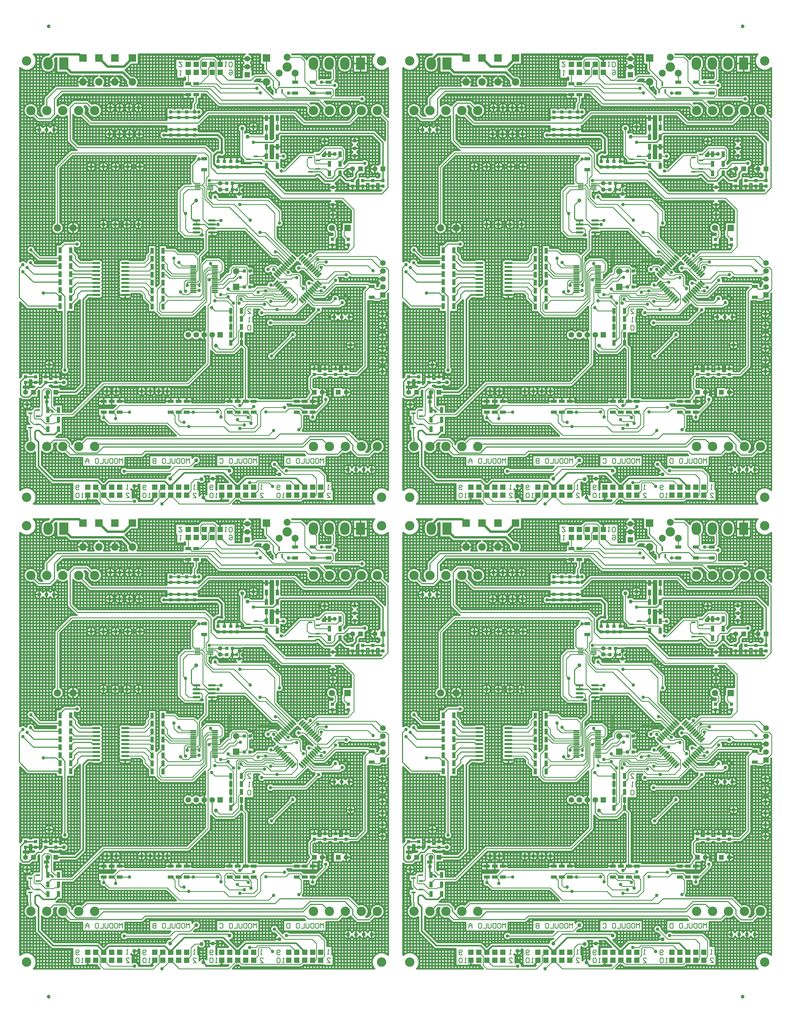
<source format=gbl>
%MOIN*%
%OFA0B0*%
%FSLAX44Y44*%
%IPPOS*%
%LPD*%
%AMOVALD44*
21,1,0.057086614173228349,0.023622047244094488,0,0,315*
1,1,0.023622047244094488,-0.020185039370078744,0.020185039370078744*
1,1,0.023622047244094488,0.020185039370078744,-0.020185039370078744*%
%AMCOMP577*
4,1,3,
-0.028534820894339022,0.011831511102530824,
0.01183151110253081,-0.028534820894339025,
0.028534820894339022,-0.011831511102530824,
-0.01183151110253081,0.028534820894339025,
0*
4,1,19,
-0.020185039370078744,0.031996062992125984,
-0.0165352323499022,0.031417990349942762,
-0.013242693870561343,0.029740358201278908,
-0.010629720538878576,0.027127384869596143,
-0.0089520883902147255,0.023834846390255286,
-0.0083740157480314981,0.020185039370078744,
-0.0089520883902147238,0.0165352323499022,
-0.010629720538878576,0.013242693870561343,
-0.013242693870561343,0.010629720538878576,
-0.016535232349902198,0.0089520883902147255,
-0.020185039370078744,0.0083740157480314981,
-0.02383484639025529,0.0089520883902147255,
-0.027127384869596143,0.010629720538878574,
-0.029740358201278908,0.013242693870561343,
-0.031417990349942762,0.016535232349902198,
-0.031996062992125984,0.020185039370078744,
-0.031417990349942762,0.023834846390255286,
-0.029740358201278908,0.027127384869596139,
-0.027127384869596143,0.029740358201278908,
-0.02383484639025529,0.031417990349942762,
0*
4,1,19,
0.020185039370078744,-0.0083740157480314981,
0.023834846390255286,-0.0089520883902147255,
0.027127384869596143,-0.010629720538878576,
0.029740358201278908,-0.013242693870561343,
0.031417990349942762,-0.016535232349902198,
0.031996062992125984,-0.020185039370078744,
0.031417990349942762,-0.023834846390255286,
0.029740358201278908,-0.027127384869596143,
0.027127384869596143,-0.029740358201278908,
0.02383484639025529,-0.031417990349942762,
0.020185039370078744,-0.031996062992125984,
0.016535232349902194,-0.031417990349942762,
0.013242693870561343,-0.029740358201278908,
0.010629720538878576,-0.027127384869596143,
0.0089520883902147255,-0.02383484639025529,
0.0083740157480314981,-0.020185039370078744,
0.0089520883902147238,-0.0165352323499022,
0.010629720538878574,-0.013242693870561349,
0.013242693870561342,-0.010629720538878576,
0.016535232349902194,-0.0089520883902147255,
0*%
%AMOVALD45*
21,1,0.057086614173228349,0.023622047244094488,0,0,45*
1,1,0.023622047244094488,-0.020185039370078744,-0.020185039370078744*
1,1,0.023622047244094488,0.020185039370078744,0.020185039370078744*%
%AMCOMP578*
4,1,3,
-0.011831511102530817,-0.028534820894339025,
0.028534820894339022,0.011831511102530815,
0.011831511102530817,0.028534820894339025,
-0.028534820894339022,-0.011831511102530815,
0*
4,1,19,
-0.020185039370078744,-0.0083740157480314981,
-0.0165352323499022,-0.0089520883902147255,
-0.013242693870561343,-0.010629720538878576,
-0.010629720538878576,-0.013242693870561343,
-0.0089520883902147255,-0.016535232349902198,
-0.0083740157480314981,-0.020185039370078744,
-0.0089520883902147238,-0.023834846390255286,
-0.010629720538878576,-0.027127384869596143,
-0.013242693870561343,-0.029740358201278908,
-0.016535232349902198,-0.031417990349942762,
-0.020185039370078744,-0.031996062992125984,
-0.02383484639025529,-0.031417990349942762,
-0.027127384869596143,-0.029740358201278908,
-0.029740358201278908,-0.027127384869596143,
-0.031417990349942762,-0.02383484639025529,
-0.031996062992125984,-0.020185039370078744,
-0.031417990349942762,-0.0165352323499022,
-0.029740358201278908,-0.013242693870561349,
-0.027127384869596143,-0.010629720538878576,
-0.02383484639025529,-0.0089520883902147255,
0*
4,1,19,
0.020185039370078744,0.031996062992125984,
0.023834846390255286,0.031417990349942762,
0.027127384869596143,0.029740358201278908,
0.029740358201278908,0.027127384869596143,
0.031417990349942762,0.023834846390255286,
0.031996062992125984,0.020185039370078744,
0.031417990349942762,0.0165352323499022,
0.029740358201278908,0.013242693870561343,
0.027127384869596143,0.010629720538878576,
0.02383484639025529,0.0089520883902147255,
0.020185039370078744,0.0083740157480314981,
0.016535232349902194,0.0089520883902147255,
0.013242693870561343,0.010629720538878574,
0.010629720538878576,0.013242693870561343,
0.0089520883902147255,0.016535232349902198,
0.0083740157480314981,0.020185039370078744,
0.0089520883902147238,0.023834846390255286,
0.010629720538878574,0.027127384869596139,
0.013242693870561342,0.029740358201278908,
0.016535232349902194,0.031417990349942762,
0*%
%AMOVALD440*
21,1,0.057086614173228349,0.023622047244094488,0,0,315*
1,1,0.023622047244094488,-0.020185039370078744,0.020185039370078744*
1,1,0.023622047244094488,0.020185039370078744,-0.020185039370078744*%
%AMCOMP5830*
4,1,3,
-0.028534820894339022,0.011831511102530824,
0.01183151110253081,-0.028534820894339025,
0.028534820894339022,-0.011831511102530824,
-0.01183151110253081,0.028534820894339025,
0*
4,1,19,
-0.020185039370078744,0.031996062992125984,
-0.0165352323499022,0.031417990349942762,
-0.013242693870561343,0.029740358201278908,
-0.010629720538878576,0.027127384869596143,
-0.0089520883902147255,0.023834846390255286,
-0.0083740157480314981,0.020185039370078744,
-0.0089520883902147238,0.0165352323499022,
-0.010629720538878576,0.013242693870561343,
-0.013242693870561343,0.010629720538878576,
-0.016535232349902198,0.0089520883902147255,
-0.020185039370078744,0.0083740157480314981,
-0.02383484639025529,0.0089520883902147255,
-0.027127384869596143,0.010629720538878574,
-0.029740358201278908,0.013242693870561343,
-0.031417990349942762,0.016535232349902198,
-0.031996062992125984,0.020185039370078744,
-0.031417990349942762,0.023834846390255286,
-0.029740358201278908,0.027127384869596139,
-0.027127384869596143,0.029740358201278908,
-0.02383484639025529,0.031417990349942762,
0*
4,1,19,
0.020185039370078744,-0.0083740157480314981,
0.023834846390255286,-0.0089520883902147255,
0.027127384869596143,-0.010629720538878576,
0.029740358201278908,-0.013242693870561343,
0.031417990349942762,-0.016535232349902198,
0.031996062992125984,-0.020185039370078744,
0.031417990349942762,-0.023834846390255286,
0.029740358201278908,-0.027127384869596143,
0.027127384869596143,-0.029740358201278908,
0.02383484639025529,-0.031417990349942762,
0.020185039370078744,-0.031996062992125984,
0.016535232349902194,-0.031417990349942762,
0.013242693870561343,-0.029740358201278908,
0.010629720538878576,-0.027127384869596143,
0.0089520883902147255,-0.02383484639025529,
0.0083740157480314981,-0.020185039370078744,
0.0089520883902147238,-0.0165352323499022,
0.010629720538878574,-0.013242693870561349,
0.013242693870561342,-0.010629720538878576,
0.016535232349902194,-0.0089520883902147255,
0*%
%AMOVALD450*
21,1,0.057086614173228349,0.023622047244094488,0,0,45*
1,1,0.023622047244094488,-0.020185039370078744,-0.020185039370078744*
1,1,0.023622047244094488,0.020185039370078744,0.020185039370078744*%
%AMCOMP5840*
4,1,3,
-0.011831511102530817,-0.028534820894339025,
0.028534820894339022,0.011831511102530815,
0.011831511102530817,0.028534820894339025,
-0.028534820894339022,-0.011831511102530815,
0*
4,1,19,
-0.020185039370078744,-0.0083740157480314981,
-0.0165352323499022,-0.0089520883902147255,
-0.013242693870561343,-0.010629720538878576,
-0.010629720538878576,-0.013242693870561343,
-0.0089520883902147255,-0.016535232349902198,
-0.0083740157480314981,-0.020185039370078744,
-0.0089520883902147238,-0.023834846390255286,
-0.010629720538878576,-0.027127384869596143,
-0.013242693870561343,-0.029740358201278908,
-0.016535232349902198,-0.031417990349942762,
-0.020185039370078744,-0.031996062992125984,
-0.02383484639025529,-0.031417990349942762,
-0.027127384869596143,-0.029740358201278908,
-0.029740358201278908,-0.027127384869596143,
-0.031417990349942762,-0.02383484639025529,
-0.031996062992125984,-0.020185039370078744,
-0.031417990349942762,-0.0165352323499022,
-0.029740358201278908,-0.013242693870561349,
-0.027127384869596143,-0.010629720538878576,
-0.02383484639025529,-0.0089520883902147255,
0*
4,1,19,
0.020185039370078744,0.031996062992125984,
0.023834846390255286,0.031417990349942762,
0.027127384869596143,0.029740358201278908,
0.029740358201278908,0.027127384869596143,
0.031417990349942762,0.023834846390255286,
0.031996062992125984,0.020185039370078744,
0.031417990349942762,0.0165352323499022,
0.029740358201278908,0.013242693870561343,
0.027127384869596143,0.010629720538878576,
0.02383484639025529,0.0089520883902147255,
0.020185039370078744,0.0083740157480314981,
0.016535232349902194,0.0089520883902147255,
0.013242693870561343,0.010629720538878574,
0.010629720538878576,0.013242693870561343,
0.0089520883902147255,0.016535232349902198,
0.0083740157480314981,0.020185039370078744,
0.0089520883902147238,0.023834846390255286,
0.010629720538878574,0.027127384869596139,
0.013242693870561342,0.029740358201278908,
0.016535232349902194,0.031417990349942762,
0*%
%AMOVALD441*
21,1,0.057086614173228349,0.023622047244094488,0,0,315*
1,1,0.023622047244094488,-0.020185039370078744,0.020185039370078744*
1,1,0.023622047244094488,0.020185039370078744,-0.020185039370078744*%
%AMCOMP5890*
4,1,3,
-0.028534820894339022,0.011831511102530824,
0.01183151110253081,-0.028534820894339025,
0.028534820894339022,-0.011831511102530824,
-0.01183151110253081,0.028534820894339025,
0*
4,1,19,
-0.020185039370078744,0.031996062992125984,
-0.0165352323499022,0.031417990349942762,
-0.013242693870561343,0.029740358201278908,
-0.010629720538878576,0.027127384869596143,
-0.0089520883902147255,0.023834846390255286,
-0.0083740157480314981,0.020185039370078744,
-0.0089520883902147238,0.0165352323499022,
-0.010629720538878576,0.013242693870561343,
-0.013242693870561343,0.010629720538878576,
-0.016535232349902198,0.0089520883902147255,
-0.020185039370078744,0.0083740157480314981,
-0.02383484639025529,0.0089520883902147255,
-0.027127384869596143,0.010629720538878574,
-0.029740358201278908,0.013242693870561343,
-0.031417990349942762,0.016535232349902198,
-0.031996062992125984,0.020185039370078744,
-0.031417990349942762,0.023834846390255286,
-0.029740358201278908,0.027127384869596139,
-0.027127384869596143,0.029740358201278908,
-0.02383484639025529,0.031417990349942762,
0*
4,1,19,
0.020185039370078744,-0.0083740157480314981,
0.023834846390255286,-0.0089520883902147255,
0.027127384869596143,-0.010629720538878576,
0.029740358201278908,-0.013242693870561343,
0.031417990349942762,-0.016535232349902198,
0.031996062992125984,-0.020185039370078744,
0.031417990349942762,-0.023834846390255286,
0.029740358201278908,-0.027127384869596143,
0.027127384869596143,-0.029740358201278908,
0.02383484639025529,-0.031417990349942762,
0.020185039370078744,-0.031996062992125984,
0.016535232349902194,-0.031417990349942762,
0.013242693870561343,-0.029740358201278908,
0.010629720538878576,-0.027127384869596143,
0.0089520883902147255,-0.02383484639025529,
0.0083740157480314981,-0.020185039370078744,
0.0089520883902147238,-0.0165352323499022,
0.010629720538878574,-0.013242693870561349,
0.013242693870561342,-0.010629720538878576,
0.016535232349902194,-0.0089520883902147255,
0*%
%AMOVALD451*
21,1,0.057086614173228349,0.023622047244094488,0,0,45*
1,1,0.023622047244094488,-0.020185039370078744,-0.020185039370078744*
1,1,0.023622047244094488,0.020185039370078744,0.020185039370078744*%
%AMCOMP5900*
4,1,3,
-0.011831511102530817,-0.028534820894339025,
0.028534820894339022,0.011831511102530815,
0.011831511102530817,0.028534820894339025,
-0.028534820894339022,-0.011831511102530815,
0*
4,1,19,
-0.020185039370078744,-0.0083740157480314981,
-0.0165352323499022,-0.0089520883902147255,
-0.013242693870561343,-0.010629720538878576,
-0.010629720538878576,-0.013242693870561343,
-0.0089520883902147255,-0.016535232349902198,
-0.0083740157480314981,-0.020185039370078744,
-0.0089520883902147238,-0.023834846390255286,
-0.010629720538878576,-0.027127384869596143,
-0.013242693870561343,-0.029740358201278908,
-0.016535232349902198,-0.031417990349942762,
-0.020185039370078744,-0.031996062992125984,
-0.02383484639025529,-0.031417990349942762,
-0.027127384869596143,-0.029740358201278908,
-0.029740358201278908,-0.027127384869596143,
-0.031417990349942762,-0.02383484639025529,
-0.031996062992125984,-0.020185039370078744,
-0.031417990349942762,-0.0165352323499022,
-0.029740358201278908,-0.013242693870561349,
-0.027127384869596143,-0.010629720538878576,
-0.02383484639025529,-0.0089520883902147255,
0*
4,1,19,
0.020185039370078744,0.031996062992125984,
0.023834846390255286,0.031417990349942762,
0.027127384869596143,0.029740358201278908,
0.029740358201278908,0.027127384869596143,
0.031417990349942762,0.023834846390255286,
0.031996062992125984,0.020185039370078744,
0.031417990349942762,0.0165352323499022,
0.029740358201278908,0.013242693870561343,
0.027127384869596143,0.010629720538878576,
0.02383484639025529,0.0089520883902147255,
0.020185039370078744,0.0083740157480314981,
0.016535232349902194,0.0089520883902147255,
0.013242693870561343,0.010629720538878574,
0.010629720538878576,0.013242693870561343,
0.0089520883902147255,0.016535232349902198,
0.0083740157480314981,0.020185039370078744,
0.0089520883902147238,0.023834846390255286,
0.010629720538878574,0.027127384869596139,
0.013242693870561342,0.029740358201278908,
0.016535232349902194,0.031417990349942762,
0*%
%AMOVALD440*
21,1,0.057086614173228349,0.023622047244094488,0,0,315*
1,1,0.023622047244094488,-0.020185039370078744,0.020185039370078744*
1,1,0.023622047244094488,0.020185039370078744,-0.020185039370078744*%
%AMCOMP5950*
4,1,3,
-0.028534820894339022,0.011831511102530824,
0.01183151110253081,-0.028534820894339025,
0.028534820894339022,-0.011831511102530824,
-0.01183151110253081,0.028534820894339025,
0*
4,1,19,
-0.020185039370078744,0.031996062992125984,
-0.0165352323499022,0.031417990349942762,
-0.013242693870561343,0.029740358201278908,
-0.010629720538878576,0.027127384869596143,
-0.0089520883902147255,0.023834846390255286,
-0.0083740157480314981,0.020185039370078744,
-0.0089520883902147238,0.0165352323499022,
-0.010629720538878576,0.013242693870561343,
-0.013242693870561343,0.010629720538878576,
-0.016535232349902198,0.0089520883902147255,
-0.020185039370078744,0.0083740157480314981,
-0.02383484639025529,0.0089520883902147255,
-0.027127384869596143,0.010629720538878574,
-0.029740358201278908,0.013242693870561343,
-0.031417990349942762,0.016535232349902198,
-0.031996062992125984,0.020185039370078744,
-0.031417990349942762,0.023834846390255286,
-0.029740358201278908,0.027127384869596139,
-0.027127384869596143,0.029740358201278908,
-0.02383484639025529,0.031417990349942762,
0*
4,1,19,
0.020185039370078744,-0.0083740157480314981,
0.023834846390255286,-0.0089520883902147255,
0.027127384869596143,-0.010629720538878576,
0.029740358201278908,-0.013242693870561343,
0.031417990349942762,-0.016535232349902198,
0.031996062992125984,-0.020185039370078744,
0.031417990349942762,-0.023834846390255286,
0.029740358201278908,-0.027127384869596143,
0.027127384869596143,-0.029740358201278908,
0.02383484639025529,-0.031417990349942762,
0.020185039370078744,-0.031996062992125984,
0.016535232349902194,-0.031417990349942762,
0.013242693870561343,-0.029740358201278908,
0.010629720538878576,-0.027127384869596143,
0.0089520883902147255,-0.02383484639025529,
0.0083740157480314981,-0.020185039370078744,
0.0089520883902147238,-0.0165352323499022,
0.010629720538878574,-0.013242693870561349,
0.013242693870561342,-0.010629720538878576,
0.016535232349902194,-0.0089520883902147255,
0*%
%AMOVALD450*
21,1,0.057086614173228349,0.023622047244094488,0,0,45*
1,1,0.023622047244094488,-0.020185039370078744,-0.020185039370078744*
1,1,0.023622047244094488,0.020185039370078744,0.020185039370078744*%
%AMCOMP5960*
4,1,3,
-0.011831511102530817,-0.028534820894339025,
0.028534820894339022,0.011831511102530815,
0.011831511102530817,0.028534820894339025,
-0.028534820894339022,-0.011831511102530815,
0*
4,1,19,
-0.020185039370078744,-0.0083740157480314981,
-0.0165352323499022,-0.0089520883902147255,
-0.013242693870561343,-0.010629720538878576,
-0.010629720538878576,-0.013242693870561343,
-0.0089520883902147255,-0.016535232349902198,
-0.0083740157480314981,-0.020185039370078744,
-0.0089520883902147238,-0.023834846390255286,
-0.010629720538878576,-0.027127384869596143,
-0.013242693870561343,-0.029740358201278908,
-0.016535232349902198,-0.031417990349942762,
-0.020185039370078744,-0.031996062992125984,
-0.02383484639025529,-0.031417990349942762,
-0.027127384869596143,-0.029740358201278908,
-0.029740358201278908,-0.027127384869596143,
-0.031417990349942762,-0.02383484639025529,
-0.031996062992125984,-0.020185039370078744,
-0.031417990349942762,-0.0165352323499022,
-0.029740358201278908,-0.013242693870561349,
-0.027127384869596143,-0.010629720538878576,
-0.02383484639025529,-0.0089520883902147255,
0*
4,1,19,
0.020185039370078744,0.031996062992125984,
0.023834846390255286,0.031417990349942762,
0.027127384869596143,0.029740358201278908,
0.029740358201278908,0.027127384869596143,
0.031417990349942762,0.023834846390255286,
0.031996062992125984,0.020185039370078744,
0.031417990349942762,0.0165352323499022,
0.029740358201278908,0.013242693870561343,
0.027127384869596143,0.010629720538878576,
0.02383484639025529,0.0089520883902147255,
0.020185039370078744,0.0083740157480314981,
0.016535232349902194,0.0089520883902147255,
0.013242693870561343,0.010629720538878574,
0.010629720538878576,0.013242693870561343,
0.0089520883902147255,0.016535232349902198,
0.0083740157480314981,0.020185039370078744,
0.0089520883902147238,0.023834846390255286,
0.010629720538878574,0.027127384869596139,
0.013242693870561342,0.029740358201278908,
0.016535232349902194,0.031417990349942762,
0*%
%ADD10C,0.01968503937007874*%
%ADD16C,0.00984251968503937*%
%ADD17C,0.013779527559055118*%
%ADD18C,0.011811023622047244*%
%ADD19C,0.0086614173228346455*%
%ADD20C,0.015748031496062995*%
%ADD21C,0.027559055118110236*%
%ADD22C,0.031496062992125991*%
%ADD23C,0.01*%
%ADD24C,0.11811023622047245*%
%ADD25R,0.066929133858267723X0.066929133858267723*%
%ADD26C,0.0905511811023622*%
%ADD27C,0.055118110236220472*%
%ADD28C,0.062992125984251982*%
%ADD29R,0.062992125984251982X0.062992125984251982*%
%ADD30C,0.070866141732283464*%
%ADD31R,0.070866141732283464X0.070866141732283464*%
%ADD32C,0.07874015748031496*%
%ADD33R,0.07874015748031496X0.07874015748031496*%
%ADD34R,0.070866141732283464X0.070866141732283464*%
%ADD35R,0.07874015748031496X0.07874015748031496*%
%ADD36R,0.094488188976377951X0.094488188976377951*%
%ADD37C,0.094488188976377951*%
%ADD38O,0.11811023622047245X0.15748031496062992*%
%ADD39R,0.11811023622047245X0.15748031496062992*%
%ADD40C,0.086614173228346469*%
%ADD41C,0.05*%
%ADD42C,0.043307086614173235*%
%ADD43O,0.10236220472440946X0.027559055118110236*%
%AMCOMP601*
4,1,3,
-0.028534820894339022,0.011831511102530824,
0.01183151110253081,-0.028534820894339025,
0.028534820894339022,-0.011831511102530824,
-0.01183151110253081,0.028534820894339025,
0*
4,1,19,
-0.020185039370078744,0.031996062992125984,
-0.0165352323499022,0.031417990349942762,
-0.013242693870561343,0.029740358201278908,
-0.010629720538878576,0.027127384869596143,
-0.0089520883902147255,0.023834846390255286,
-0.0083740157480314981,0.020185039370078744,
-0.0089520883902147238,0.0165352323499022,
-0.010629720538878576,0.013242693870561343,
-0.013242693870561343,0.010629720538878576,
-0.016535232349902198,0.0089520883902147255,
-0.020185039370078744,0.0083740157480314981,
-0.02383484639025529,0.0089520883902147255,
-0.027127384869596143,0.010629720538878574,
-0.029740358201278908,0.013242693870561343,
-0.031417990349942762,0.016535232349902198,
-0.031996062992125984,0.020185039370078744,
-0.031417990349942762,0.023834846390255286,
-0.029740358201278908,0.027127384869596139,
-0.027127384869596143,0.029740358201278908,
-0.02383484639025529,0.031417990349942762,
0*
4,1,19,
0.020185039370078744,-0.0083740157480314981,
0.023834846390255286,-0.0089520883902147255,
0.027127384869596143,-0.010629720538878576,
0.029740358201278908,-0.013242693870561343,
0.031417990349942762,-0.016535232349902198,
0.031996062992125984,-0.020185039370078744,
0.031417990349942762,-0.023834846390255286,
0.029740358201278908,-0.027127384869596143,
0.027127384869596143,-0.029740358201278908,
0.02383484639025529,-0.031417990349942762,
0.020185039370078744,-0.031996062992125984,
0.016535232349902194,-0.031417990349942762,
0.013242693870561343,-0.029740358201278908,
0.010629720538878576,-0.027127384869596143,
0.0089520883902147255,-0.02383484639025529,
0.0083740157480314981,-0.020185039370078744,
0.0089520883902147238,-0.0165352323499022,
0.010629720538878574,-0.013242693870561349,
0.013242693870561342,-0.010629720538878576,
0.016535232349902194,-0.0089520883902147255,
0*%
%ADD44COMP601*%
%AMCOMP602*
4,1,3,
-0.011831511102530817,-0.028534820894339025,
0.028534820894339022,0.011831511102530815,
0.011831511102530817,0.028534820894339025,
-0.028534820894339022,-0.011831511102530815,
0*
4,1,19,
-0.020185039370078744,-0.0083740157480314981,
-0.0165352323499022,-0.0089520883902147255,
-0.013242693870561343,-0.010629720538878576,
-0.010629720538878576,-0.013242693870561343,
-0.0089520883902147255,-0.016535232349902198,
-0.0083740157480314981,-0.020185039370078744,
-0.0089520883902147238,-0.023834846390255286,
-0.010629720538878576,-0.027127384869596143,
-0.013242693870561343,-0.029740358201278908,
-0.016535232349902198,-0.031417990349942762,
-0.020185039370078744,-0.031996062992125984,
-0.02383484639025529,-0.031417990349942762,
-0.027127384869596143,-0.029740358201278908,
-0.029740358201278908,-0.027127384869596143,
-0.031417990349942762,-0.02383484639025529,
-0.031996062992125984,-0.020185039370078744,
-0.031417990349942762,-0.0165352323499022,
-0.029740358201278908,-0.013242693870561349,
-0.027127384869596143,-0.010629720538878576,
-0.02383484639025529,-0.0089520883902147255,
0*
4,1,19,
0.020185039370078744,0.031996062992125984,
0.023834846390255286,0.031417990349942762,
0.027127384869596143,0.029740358201278908,
0.029740358201278908,0.027127384869596143,
0.031417990349942762,0.023834846390255286,
0.031996062992125984,0.020185039370078744,
0.031417990349942762,0.0165352323499022,
0.029740358201278908,0.013242693870561343,
0.027127384869596143,0.010629720538878576,
0.02383484639025529,0.0089520883902147255,
0.020185039370078744,0.0083740157480314981,
0.016535232349902194,0.0089520883902147255,
0.013242693870561343,0.010629720538878574,
0.010629720538878576,0.013242693870561343,
0.0089520883902147255,0.016535232349902198,
0.0083740157480314981,0.020185039370078744,
0.0089520883902147238,0.023834846390255286,
0.010629720538878574,0.027127384869596139,
0.013242693870561342,0.029740358201278908,
0.016535232349902194,0.031417990349942762,
0*%
%ADD45COMP602*%
%ADD46O,0.07874015748031496X0.011811023622047244*%
%ADD47O,0.0984251968503937X0.027559055118110236*%
%ADD48O,0.082677165354330714X0.017716535433070866*%
%ADD49R,0.057086614173228349X0.023622047244094488*%
%ADD50R,0.041338582677165357X0.042519685039370085*%
%ADD51R,0.023622047244094488X0.057086614173228349*%
%ADD52R,0.03937007874015748X0.074803149606299218*%
%ADD53R,0.074803149606299218X0.03937007874015748*%
%ADD54R,0.042519685039370085X0.041338582677165357*%
%ADD65C,0.01968503937007874*%
%ADD66C,0.00984251968503937*%
%ADD67C,0.013779527559055118*%
%ADD68C,0.011811023622047244*%
%ADD69C,0.0086614173228346455*%
%ADD70C,0.015748031496062995*%
%ADD71C,0.027559055118110236*%
%ADD72C,0.031496062992125991*%
%ADD73C,0.01*%
%ADD74C,0.11811023622047245*%
%ADD75R,0.066929133858267723X0.066929133858267723*%
%ADD76C,0.0905511811023622*%
%ADD77C,0.055118110236220472*%
%ADD78C,0.062992125984251982*%
%ADD79R,0.062992125984251982X0.062992125984251982*%
%ADD80C,0.070866141732283464*%
%ADD81R,0.070866141732283464X0.070866141732283464*%
%ADD82C,0.07874015748031496*%
%ADD83R,0.07874015748031496X0.07874015748031496*%
%ADD84R,0.070866141732283464X0.070866141732283464*%
%ADD85R,0.07874015748031496X0.07874015748031496*%
%ADD86R,0.094488188976377951X0.094488188976377951*%
%ADD87C,0.094488188976377951*%
%ADD88O,0.11811023622047245X0.15748031496062992*%
%ADD89R,0.11811023622047245X0.15748031496062992*%
%ADD90C,0.086614173228346469*%
%ADD91C,0.05*%
%ADD92C,0.043307086614173235*%
%ADD93O,0.10236220472440946X0.027559055118110236*%
%AMCOMP603*
4,1,3,
-0.028534820894339022,0.011831511102530824,
0.01183151110253081,-0.028534820894339025,
0.028534820894339022,-0.011831511102530824,
-0.01183151110253081,0.028534820894339025,
0*
4,1,19,
-0.020185039370078744,0.031996062992125984,
-0.0165352323499022,0.031417990349942762,
-0.013242693870561343,0.029740358201278908,
-0.010629720538878576,0.027127384869596143,
-0.0089520883902147255,0.023834846390255286,
-0.0083740157480314981,0.020185039370078744,
-0.0089520883902147238,0.0165352323499022,
-0.010629720538878576,0.013242693870561343,
-0.013242693870561343,0.010629720538878576,
-0.016535232349902198,0.0089520883902147255,
-0.020185039370078744,0.0083740157480314981,
-0.02383484639025529,0.0089520883902147255,
-0.027127384869596143,0.010629720538878574,
-0.029740358201278908,0.013242693870561343,
-0.031417990349942762,0.016535232349902198,
-0.031996062992125984,0.020185039370078744,
-0.031417990349942762,0.023834846390255286,
-0.029740358201278908,0.027127384869596139,
-0.027127384869596143,0.029740358201278908,
-0.02383484639025529,0.031417990349942762,
0*
4,1,19,
0.020185039370078744,-0.0083740157480314981,
0.023834846390255286,-0.0089520883902147255,
0.027127384869596143,-0.010629720538878576,
0.029740358201278908,-0.013242693870561343,
0.031417990349942762,-0.016535232349902198,
0.031996062992125984,-0.020185039370078744,
0.031417990349942762,-0.023834846390255286,
0.029740358201278908,-0.027127384869596143,
0.027127384869596143,-0.029740358201278908,
0.02383484639025529,-0.031417990349942762,
0.020185039370078744,-0.031996062992125984,
0.016535232349902194,-0.031417990349942762,
0.013242693870561343,-0.029740358201278908,
0.010629720538878576,-0.027127384869596143,
0.0089520883902147255,-0.02383484639025529,
0.0083740157480314981,-0.020185039370078744,
0.0089520883902147238,-0.0165352323499022,
0.010629720538878574,-0.013242693870561349,
0.013242693870561342,-0.010629720538878576,
0.016535232349902194,-0.0089520883902147255,
0*%
%ADD94COMP603*%
%AMCOMP604*
4,1,3,
-0.011831511102530817,-0.028534820894339025,
0.028534820894339022,0.011831511102530815,
0.011831511102530817,0.028534820894339025,
-0.028534820894339022,-0.011831511102530815,
0*
4,1,19,
-0.020185039370078744,-0.0083740157480314981,
-0.0165352323499022,-0.0089520883902147255,
-0.013242693870561343,-0.010629720538878576,
-0.010629720538878576,-0.013242693870561343,
-0.0089520883902147255,-0.016535232349902198,
-0.0083740157480314981,-0.020185039370078744,
-0.0089520883902147238,-0.023834846390255286,
-0.010629720538878576,-0.027127384869596143,
-0.013242693870561343,-0.029740358201278908,
-0.016535232349902198,-0.031417990349942762,
-0.020185039370078744,-0.031996062992125984,
-0.02383484639025529,-0.031417990349942762,
-0.027127384869596143,-0.029740358201278908,
-0.029740358201278908,-0.027127384869596143,
-0.031417990349942762,-0.02383484639025529,
-0.031996062992125984,-0.020185039370078744,
-0.031417990349942762,-0.0165352323499022,
-0.029740358201278908,-0.013242693870561349,
-0.027127384869596143,-0.010629720538878576,
-0.02383484639025529,-0.0089520883902147255,
0*
4,1,19,
0.020185039370078744,0.031996062992125984,
0.023834846390255286,0.031417990349942762,
0.027127384869596143,0.029740358201278908,
0.029740358201278908,0.027127384869596143,
0.031417990349942762,0.023834846390255286,
0.031996062992125984,0.020185039370078744,
0.031417990349942762,0.0165352323499022,
0.029740358201278908,0.013242693870561343,
0.027127384869596143,0.010629720538878576,
0.02383484639025529,0.0089520883902147255,
0.020185039370078744,0.0083740157480314981,
0.016535232349902194,0.0089520883902147255,
0.013242693870561343,0.010629720538878574,
0.010629720538878576,0.013242693870561343,
0.0089520883902147255,0.016535232349902198,
0.0083740157480314981,0.020185039370078744,
0.0089520883902147238,0.023834846390255286,
0.010629720538878574,0.027127384869596139,
0.013242693870561342,0.029740358201278908,
0.016535232349902194,0.031417990349942762,
0*%
%ADD95COMP604*%
%ADD96O,0.07874015748031496X0.011811023622047244*%
%ADD97O,0.0984251968503937X0.027559055118110236*%
%ADD98O,0.082677165354330714X0.017716535433070866*%
%ADD99R,0.057086614173228349X0.023622047244094488*%
%ADD100R,0.041338582677165357X0.042519685039370085*%
%ADD101R,0.023622047244094488X0.057086614173228349*%
%ADD102R,0.03937007874015748X0.074803149606299218*%
%ADD103R,0.074803149606299218X0.03937007874015748*%
%ADD104R,0.042519685039370085X0.041338582677165357*%
%ADD105C,0.01968503937007874*%
%ADD106C,0.00984251968503937*%
%ADD107C,0.013779527559055118*%
%ADD108C,0.011811023622047244*%
%ADD109C,0.0086614173228346455*%
%ADD110C,0.015748031496062995*%
%ADD111C,0.027559055118110236*%
%ADD112C,0.031496062992125991*%
%ADD113C,0.01*%
%ADD114C,0.11811023622047245*%
%ADD115R,0.066929133858267723X0.066929133858267723*%
%ADD116C,0.0905511811023622*%
%ADD117C,0.055118110236220472*%
%ADD118C,0.062992125984251982*%
%ADD119R,0.062992125984251982X0.062992125984251982*%
%ADD120C,0.070866141732283464*%
%ADD121R,0.070866141732283464X0.070866141732283464*%
%ADD122C,0.07874015748031496*%
%ADD123R,0.07874015748031496X0.07874015748031496*%
%ADD124R,0.070866141732283464X0.070866141732283464*%
%ADD125R,0.07874015748031496X0.07874015748031496*%
%ADD126R,0.094488188976377951X0.094488188976377951*%
%ADD127C,0.094488188976377951*%
%ADD128O,0.11811023622047245X0.15748031496062992*%
%ADD129R,0.11811023622047245X0.15748031496062992*%
%ADD130C,0.086614173228346469*%
%ADD131C,0.05*%
%ADD132C,0.043307086614173235*%
%ADD133O,0.10236220472440946X0.027559055118110236*%
%AMCOMP605*
4,1,3,
-0.028534820894339022,0.011831511102530824,
0.01183151110253081,-0.028534820894339025,
0.028534820894339022,-0.011831511102530824,
-0.01183151110253081,0.028534820894339025,
0*
4,1,19,
-0.020185039370078744,0.031996062992125984,
-0.0165352323499022,0.031417990349942762,
-0.013242693870561343,0.029740358201278908,
-0.010629720538878576,0.027127384869596143,
-0.0089520883902147255,0.023834846390255286,
-0.0083740157480314981,0.020185039370078744,
-0.0089520883902147238,0.0165352323499022,
-0.010629720538878576,0.013242693870561343,
-0.013242693870561343,0.010629720538878576,
-0.016535232349902198,0.0089520883902147255,
-0.020185039370078744,0.0083740157480314981,
-0.02383484639025529,0.0089520883902147255,
-0.027127384869596143,0.010629720538878574,
-0.029740358201278908,0.013242693870561343,
-0.031417990349942762,0.016535232349902198,
-0.031996062992125984,0.020185039370078744,
-0.031417990349942762,0.023834846390255286,
-0.029740358201278908,0.027127384869596139,
-0.027127384869596143,0.029740358201278908,
-0.02383484639025529,0.031417990349942762,
0*
4,1,19,
0.020185039370078744,-0.0083740157480314981,
0.023834846390255286,-0.0089520883902147255,
0.027127384869596143,-0.010629720538878576,
0.029740358201278908,-0.013242693870561343,
0.031417990349942762,-0.016535232349902198,
0.031996062992125984,-0.020185039370078744,
0.031417990349942762,-0.023834846390255286,
0.029740358201278908,-0.027127384869596143,
0.027127384869596143,-0.029740358201278908,
0.02383484639025529,-0.031417990349942762,
0.020185039370078744,-0.031996062992125984,
0.016535232349902194,-0.031417990349942762,
0.013242693870561343,-0.029740358201278908,
0.010629720538878576,-0.027127384869596143,
0.0089520883902147255,-0.02383484639025529,
0.0083740157480314981,-0.020185039370078744,
0.0089520883902147238,-0.0165352323499022,
0.010629720538878574,-0.013242693870561349,
0.013242693870561342,-0.010629720538878576,
0.016535232349902194,-0.0089520883902147255,
0*%
%ADD134COMP605*%
%AMCOMP606*
4,1,3,
-0.011831511102530817,-0.028534820894339025,
0.028534820894339022,0.011831511102530815,
0.011831511102530817,0.028534820894339025,
-0.028534820894339022,-0.011831511102530815,
0*
4,1,19,
-0.020185039370078744,-0.0083740157480314981,
-0.0165352323499022,-0.0089520883902147255,
-0.013242693870561343,-0.010629720538878576,
-0.010629720538878576,-0.013242693870561343,
-0.0089520883902147255,-0.016535232349902198,
-0.0083740157480314981,-0.020185039370078744,
-0.0089520883902147238,-0.023834846390255286,
-0.010629720538878576,-0.027127384869596143,
-0.013242693870561343,-0.029740358201278908,
-0.016535232349902198,-0.031417990349942762,
-0.020185039370078744,-0.031996062992125984,
-0.02383484639025529,-0.031417990349942762,
-0.027127384869596143,-0.029740358201278908,
-0.029740358201278908,-0.027127384869596143,
-0.031417990349942762,-0.02383484639025529,
-0.031996062992125984,-0.020185039370078744,
-0.031417990349942762,-0.0165352323499022,
-0.029740358201278908,-0.013242693870561349,
-0.027127384869596143,-0.010629720538878576,
-0.02383484639025529,-0.0089520883902147255,
0*
4,1,19,
0.020185039370078744,0.031996062992125984,
0.023834846390255286,0.031417990349942762,
0.027127384869596143,0.029740358201278908,
0.029740358201278908,0.027127384869596143,
0.031417990349942762,0.023834846390255286,
0.031996062992125984,0.020185039370078744,
0.031417990349942762,0.0165352323499022,
0.029740358201278908,0.013242693870561343,
0.027127384869596143,0.010629720538878576,
0.02383484639025529,0.0089520883902147255,
0.020185039370078744,0.0083740157480314981,
0.016535232349902194,0.0089520883902147255,
0.013242693870561343,0.010629720538878574,
0.010629720538878576,0.013242693870561343,
0.0089520883902147255,0.016535232349902198,
0.0083740157480314981,0.020185039370078744,
0.0089520883902147238,0.023834846390255286,
0.010629720538878574,0.027127384869596139,
0.013242693870561342,0.029740358201278908,
0.016535232349902194,0.031417990349942762,
0*%
%ADD135COMP606*%
%ADD136O,0.07874015748031496X0.011811023622047244*%
%ADD137O,0.0984251968503937X0.027559055118110236*%
%ADD138O,0.082677165354330714X0.017716535433070866*%
%ADD139R,0.057086614173228349X0.023622047244094488*%
%ADD140R,0.041338582677165357X0.042519685039370085*%
%ADD141R,0.023622047244094488X0.057086614173228349*%
%ADD142R,0.03937007874015748X0.074803149606299218*%
%ADD143R,0.074803149606299218X0.03937007874015748*%
%ADD144R,0.042519685039370085X0.041338582677165357*%
%ADD145C,0.01968503937007874*%
%ADD146C,0.00984251968503937*%
%ADD147C,0.013779527559055118*%
%ADD148C,0.011811023622047244*%
%ADD149C,0.0086614173228346455*%
%ADD150C,0.015748031496062995*%
%ADD151C,0.027559055118110236*%
%ADD152C,0.031496062992125991*%
%ADD153C,0.01*%
%ADD154C,0.11811023622047245*%
%ADD155R,0.066929133858267723X0.066929133858267723*%
%ADD156C,0.0905511811023622*%
%ADD157C,0.055118110236220472*%
%ADD158C,0.062992125984251982*%
%ADD159R,0.062992125984251982X0.062992125984251982*%
%ADD160C,0.070866141732283464*%
%ADD161R,0.070866141732283464X0.070866141732283464*%
%ADD162C,0.07874015748031496*%
%ADD163R,0.07874015748031496X0.07874015748031496*%
%ADD164R,0.070866141732283464X0.070866141732283464*%
%ADD165R,0.07874015748031496X0.07874015748031496*%
%ADD166R,0.094488188976377951X0.094488188976377951*%
%ADD167C,0.094488188976377951*%
%ADD168O,0.11811023622047245X0.15748031496062992*%
%ADD169R,0.11811023622047245X0.15748031496062992*%
%ADD170C,0.086614173228346469*%
%ADD171C,0.05*%
%ADD172C,0.043307086614173235*%
%ADD173O,0.10236220472440946X0.027559055118110236*%
%AMCOMP607*
4,1,3,
-0.028534820894339022,0.011831511102530824,
0.01183151110253081,-0.028534820894339025,
0.028534820894339022,-0.011831511102530824,
-0.01183151110253081,0.028534820894339025,
0*
4,1,19,
-0.020185039370078744,0.031996062992125984,
-0.0165352323499022,0.031417990349942762,
-0.013242693870561343,0.029740358201278908,
-0.010629720538878576,0.027127384869596143,
-0.0089520883902147255,0.023834846390255286,
-0.0083740157480314981,0.020185039370078744,
-0.0089520883902147238,0.0165352323499022,
-0.010629720538878576,0.013242693870561343,
-0.013242693870561343,0.010629720538878576,
-0.016535232349902198,0.0089520883902147255,
-0.020185039370078744,0.0083740157480314981,
-0.02383484639025529,0.0089520883902147255,
-0.027127384869596143,0.010629720538878574,
-0.029740358201278908,0.013242693870561343,
-0.031417990349942762,0.016535232349902198,
-0.031996062992125984,0.020185039370078744,
-0.031417990349942762,0.023834846390255286,
-0.029740358201278908,0.027127384869596139,
-0.027127384869596143,0.029740358201278908,
-0.02383484639025529,0.031417990349942762,
0*
4,1,19,
0.020185039370078744,-0.0083740157480314981,
0.023834846390255286,-0.0089520883902147255,
0.027127384869596143,-0.010629720538878576,
0.029740358201278908,-0.013242693870561343,
0.031417990349942762,-0.016535232349902198,
0.031996062992125984,-0.020185039370078744,
0.031417990349942762,-0.023834846390255286,
0.029740358201278908,-0.027127384869596143,
0.027127384869596143,-0.029740358201278908,
0.02383484639025529,-0.031417990349942762,
0.020185039370078744,-0.031996062992125984,
0.016535232349902194,-0.031417990349942762,
0.013242693870561343,-0.029740358201278908,
0.010629720538878576,-0.027127384869596143,
0.0089520883902147255,-0.02383484639025529,
0.0083740157480314981,-0.020185039370078744,
0.0089520883902147238,-0.0165352323499022,
0.010629720538878574,-0.013242693870561349,
0.013242693870561342,-0.010629720538878576,
0.016535232349902194,-0.0089520883902147255,
0*%
%ADD174COMP607*%
%AMCOMP608*
4,1,3,
-0.011831511102530817,-0.028534820894339025,
0.028534820894339022,0.011831511102530815,
0.011831511102530817,0.028534820894339025,
-0.028534820894339022,-0.011831511102530815,
0*
4,1,19,
-0.020185039370078744,-0.0083740157480314981,
-0.0165352323499022,-0.0089520883902147255,
-0.013242693870561343,-0.010629720538878576,
-0.010629720538878576,-0.013242693870561343,
-0.0089520883902147255,-0.016535232349902198,
-0.0083740157480314981,-0.020185039370078744,
-0.0089520883902147238,-0.023834846390255286,
-0.010629720538878576,-0.027127384869596143,
-0.013242693870561343,-0.029740358201278908,
-0.016535232349902198,-0.031417990349942762,
-0.020185039370078744,-0.031996062992125984,
-0.02383484639025529,-0.031417990349942762,
-0.027127384869596143,-0.029740358201278908,
-0.029740358201278908,-0.027127384869596143,
-0.031417990349942762,-0.02383484639025529,
-0.031996062992125984,-0.020185039370078744,
-0.031417990349942762,-0.0165352323499022,
-0.029740358201278908,-0.013242693870561349,
-0.027127384869596143,-0.010629720538878576,
-0.02383484639025529,-0.0089520883902147255,
0*
4,1,19,
0.020185039370078744,0.031996062992125984,
0.023834846390255286,0.031417990349942762,
0.027127384869596143,0.029740358201278908,
0.029740358201278908,0.027127384869596143,
0.031417990349942762,0.023834846390255286,
0.031996062992125984,0.020185039370078744,
0.031417990349942762,0.0165352323499022,
0.029740358201278908,0.013242693870561343,
0.027127384869596143,0.010629720538878576,
0.02383484639025529,0.0089520883902147255,
0.020185039370078744,0.0083740157480314981,
0.016535232349902194,0.0089520883902147255,
0.013242693870561343,0.010629720538878574,
0.010629720538878576,0.013242693870561343,
0.0089520883902147255,0.016535232349902198,
0.0083740157480314981,0.020185039370078744,
0.0089520883902147238,0.023834846390255286,
0.010629720538878574,0.027127384869596139,
0.013242693870561342,0.029740358201278908,
0.016535232349902194,0.031417990349942762,
0*%
%ADD175COMP608*%
%ADD176O,0.07874015748031496X0.011811023622047244*%
%ADD177O,0.0984251968503937X0.027559055118110236*%
%ADD178O,0.082677165354330714X0.017716535433070866*%
%ADD179R,0.057086614173228349X0.023622047244094488*%
%ADD180R,0.041338582677165357X0.042519685039370085*%
%ADD181R,0.023622047244094488X0.057086614173228349*%
%ADD182R,0.03937007874015748X0.074803149606299218*%
%ADD183R,0.074803149606299218X0.03937007874015748*%
%ADD184R,0.042519685039370085X0.041338582677165357*%
%ADD185C,0.047244094488188976*%
%ADD186C,0.047244094488188976*%
G01*
G75*
D10*
X00043747Y00056251D02*
G03*
X00042892Y00056631I-00000511D01*
G01*
X00042827Y00055942D02*
G03*
X00043747Y00056251I00000408J00000308D01*
G01*
X00045970Y00054479D02*
G03*
X00046027Y00054793I-00000828J00000313D01*
G01*
D02*
G03*
X00045455Y00053964I-00000885D01*
G01*
X00044932Y00052206D02*
G03*
X00044668Y00052316I-00000264J-00000264D01*
G01*
X00044932Y00052206D02*
G03*
X00044668Y00052316I-00000264J-00000264D01*
G01*
X00046120Y00051015D02*
G03*
X00046089Y00051049I-00000294J-00000230D01*
G01*
X00046120Y00051015D02*
G03*
X00046089Y00051049I-00000294J-00000230D01*
G01*
X00044027Y00054793D02*
G03*
X00042313Y00054479I-00000885D01*
G01*
X00042828Y00053964D02*
G03*
X00044027Y00054793I00000313J00000828D01*
G01*
X00042590Y00050522D02*
G03*
X00042862Y00050994I-00000272J00000472D01*
G01*
X00042862Y00050050D02*
G03*
X00042590Y00050522I-00000545D01*
G01*
X00042590Y00049578D02*
G03*
X00042862Y00050050I-00000272J00000472D01*
G01*
X00042862Y00049106D02*
G03*
X00042590Y00049578I-00000545D01*
G01*
X00041942Y00060858D02*
G03*
X00040170Y00060858I-00000885D01*
G01*
X00040170Y00060464D02*
G03*
X00041942Y00060464I00000885D01*
G01*
X00040316Y00057931D02*
G03*
X00039800Y00058443I-00000511D01*
G01*
X00039927Y00057434D02*
G03*
X00040316Y00057931I-00000122J00000496D01*
G01*
X00039977Y00059890D02*
G03*
X00039899Y00060108I-00000344D01*
G01*
X00039977Y00059890D02*
G03*
X00039899Y00060108I-00000344D01*
G01*
X00039974Y00060858D02*
G03*
X00038202Y00060858I-00000885D01*
G01*
X00038202Y00060464D02*
G03*
X00039288Y00059601I00000885D01*
G01*
X00039899Y00060108D02*
G03*
X00039974Y00060464I-00000811J00000355D01*
G01*
X00039876Y00058518D02*
G03*
X00039977Y00058762I-00000243J00000243D01*
G01*
X00039876Y00058518D02*
G03*
X00039977Y00058762I-00000243J00000243D01*
G01*
X00039930Y00057394D02*
G03*
X00039927Y00057434I-00000338D01*
G01*
X00039930Y00057394D02*
G03*
X00039927Y00057434I-00000338D01*
G01*
X00039913Y00056631D02*
G03*
X00039930Y00056737I-00000321J00000106D01*
G01*
X00039913Y00056631D02*
G03*
X00039930Y00056737I-00000321J00000106D01*
G01*
X00041599Y00052886D02*
G03*
X00041857Y00052993J00000364D01*
G01*
X00041599Y00052886D02*
G03*
X00041856Y00052993J00000364D01*
G01*
X00042027Y00054793D02*
G03*
X00042027Y00054793I-00000885D01*
G01*
X00042862Y00050994D02*
G03*
X00042044Y00050522I-00000545D01*
G01*
D02*
G03*
X00042044Y00049578I00000272J-00000472D01*
G01*
D02*
G03*
X00042862Y00049106I00000272J-00000472D01*
G01*
X00041209Y00049811D02*
G03*
X00041110Y00050051I-00000338D01*
G01*
X00041209Y00049811D02*
G03*
X00041110Y00050051I-00000338D01*
G01*
X00040027Y00054793D02*
G03*
X00038828Y00055621I-00000885D01*
G01*
X00038313Y00055106D02*
G03*
X00040027Y00054793I00000828J-00000313D01*
G01*
X00040860Y00050301D02*
G03*
X00040620Y00050400I-00000239J-00000239D01*
G01*
X00040860Y00050301D02*
G03*
X00040620Y00050400I-00000239J-00000239D01*
G01*
X00039078Y00050958D02*
G03*
X00039078Y00050958I-00000545D01*
G01*
X00045214Y00047930D02*
G03*
X00045214Y00046991I-00000389J-00000469D01*
G01*
X00044074Y00048165D02*
G03*
X00043203Y00048529I-00000511D01*
G01*
X00043635Y00047659D02*
G03*
X00044074Y00048165I-00000072J00000506D01*
G01*
X00041414Y00047464D02*
G03*
X00042068Y00046852I00000610J-00000003D01*
G01*
X00041600Y00048529D02*
G03*
X00041343Y00048423J-00000364D01*
G01*
X00041110Y00048439D02*
G03*
X00041209Y00048679I-00000239J00000239D01*
G01*
X00041110Y00048439D02*
G03*
X00041209Y00048679I-00000239J00000239D01*
G01*
X00041600Y00048529D02*
G03*
X00041342Y00048422J-00000364D01*
G01*
X00042740Y00046160D02*
G03*
X00042789Y00046220I-00000278J00000278D01*
G01*
X00042740Y00046160D02*
G03*
X00042789Y00046220I-00000278J00000278D01*
G01*
X00040972Y00047157D02*
G03*
X00041214Y00047264I-00000015J00000363D01*
G01*
X00040972Y00047157D02*
G03*
X00041213Y00047263I-00000015J00000363D01*
G01*
X00040968Y00045723D02*
G03*
X00041247Y00045608I00000278J00000278D01*
G01*
X00040968Y00045723D02*
G03*
X00041247Y00045608I00000278J00000278D01*
G01*
X00040125Y00045162D02*
G03*
X00039867Y00045626I-00000545D01*
G01*
X00039867Y00045626D02*
G03*
X00039910Y00045663I-00000235J00000315D01*
G01*
X00039867Y00045626D02*
G03*
X00039910Y00045663I-00000235J00000315D01*
G01*
X00039874Y00044703D02*
G03*
X00040125Y00045162I-00000294J00000459D01*
G01*
X00039194Y00045548D02*
G03*
X00039286Y00044703I00000385J-00000385D01*
G01*
X00040125Y00042994D02*
G03*
X00039879Y00043450I-00000545D01*
G01*
X00039281Y00043450D02*
G03*
X00040125Y00042994I00000299J-00000455D01*
G01*
X00040125Y00041720D02*
G03*
X00040125Y00041720I-00000545D01*
G01*
X00040715Y00039854D02*
G03*
X00040614Y00039610I00000243J-00000243D01*
G01*
X00040715Y00039854D02*
G03*
X00040614Y00039610I00000243J-00000243D01*
G01*
X00040614Y00039134D02*
G03*
X00040715Y00038891I00000344D01*
G01*
X00040614Y00039134D02*
G03*
X00040715Y00038890I00000344D01*
G01*
X00040248Y00039598D02*
G03*
X00040147Y00039842I-00000344D01*
G01*
X00040248Y00039598D02*
G03*
X00040146Y00039842I-00000344D01*
G01*
X00040146Y00038798D02*
G03*
X00040248Y00039042I-00000243J00000243D01*
G01*
X00040147Y00038798D02*
G03*
X00040248Y00039042I-00000243J00000243D01*
G01*
X00040106Y00039883D02*
G03*
X00040129Y00040061I-00000665J00000178D01*
G01*
D02*
G03*
X00039559Y00039382I-00000688D01*
G01*
X00038005Y00060858D02*
G03*
X00036290Y00061170I-00000885D01*
G01*
X00037804Y00059902D02*
G03*
X00038005Y00060464I-00000685J00000561D01*
G01*
X00038355Y00058794D02*
G03*
X00037831Y00058739I-00000216J-00000463D01*
G01*
X00037831Y00059770D02*
G03*
X00037804Y00059902I-00000344D01*
G01*
X00037831Y00059770D02*
G03*
X00037804Y00059902I-00000344D01*
G01*
X00038027Y00054793D02*
G03*
X00036828Y00055621I-00000885D01*
G01*
X00035763Y00061700D02*
G03*
X00035524Y00061800I-00000239J-00000239D01*
G01*
X00035763Y00061700D02*
G03*
X00035524Y00061800I-00000239J-00000239D01*
G01*
X00036290Y00061170D02*
G03*
X00036262Y00061201I-00000266J-00000208D01*
G01*
X00036290Y00061170D02*
G03*
X00036262Y00061201I-00000266J-00000208D01*
G01*
X00034470Y00061800D02*
G03*
X00034435Y00061859I-00000644J-00000338D01*
G01*
X00031740Y00057710D02*
G03*
X00031843Y00057460I00000354D01*
G01*
X00031740Y00057710D02*
G03*
X00031844Y00057459I00000354D01*
G01*
X00031265Y00057594D02*
G03*
X00031740Y00057792I-00000040J00000766D01*
G01*
X00035022Y00054718D02*
G03*
X00034765Y00054825I-00000257J-00000257D01*
G01*
X00036313Y00055106D02*
G03*
X00038027Y00054793I00000828J-00000313D01*
G01*
X00035023Y00054718D02*
G03*
X00034765Y00054825I-00000258J-00000257D01*
G01*
X00035717Y00052993D02*
G03*
X00035975Y00052886I00000258J00000257D01*
G01*
X00035718Y00052993D02*
G03*
X00035975Y00052886I00000257J00000257D01*
G01*
X00030861Y00059935D02*
G03*
X00030967Y00059677I00000364D01*
G01*
X00029474Y00061261D02*
G03*
X00029078Y00061859I-00000649D01*
G01*
X00029239Y00060761D02*
G03*
X00029474Y00061261I-00000414J00000500D01*
G01*
X00029474Y00060261D02*
G03*
X00029239Y00060761I-00000649D01*
G01*
X00030861Y00059935D02*
G03*
X00030968Y00059677I00000364D01*
G01*
X00030458Y00058390D02*
G03*
X00030272Y00058445I-00000185J-00000290D01*
G01*
X00029839Y00059417D02*
G03*
X00029589Y00059313J-00000354D01*
G01*
X00029839Y00059417D02*
G03*
X00029588Y00059313J-00000354D01*
G01*
X00028571Y00061859D02*
G03*
X00028410Y00060761I00000253J-00000597D01*
G01*
X00029372Y00059911D02*
G03*
X00029474Y00060261I-00000547J00000350D01*
G01*
X00028410Y00060761D02*
G03*
X00028278Y00059911I00000414J-00000500D01*
G01*
X00030540Y00058708D02*
G03*
X00030458Y00058390I00000684J-00000347D01*
G01*
D02*
G03*
X00030272Y00058445I-00000185J-00000290D01*
G01*
X00030142Y00052730D02*
G03*
X00030142Y00052730I-00000545D01*
G01*
X00028546Y00052115D02*
G03*
X00028752Y00052542I-00000338J00000427D01*
G01*
X00029290Y00051861D02*
G03*
X00028546Y00051966I-00000427J-00000338D01*
G01*
X00028752Y00052542D02*
G03*
X00027868Y00052115I-00000545D01*
G01*
X00038621Y00050400D02*
G03*
X00038381Y00050301J-00000338D01*
G01*
X00038621Y00050400D02*
G03*
X00038381Y00050301J-00000338D01*
G01*
X00035515Y00049525D02*
G03*
X00035271Y00049425J-00000344D01*
G01*
X00035515Y00049525D02*
G03*
X00035271Y00049424J-00000344D01*
G01*
X00033867Y00049061D02*
G03*
X00033078Y00049491I-00000511D01*
G01*
X00033078Y00048630D02*
G03*
X00033867Y00049061I00000276J00000430D01*
G01*
X00033432Y00047586D02*
G03*
X00033078Y00047712I-00000337J-00000384D01*
G01*
X00032103Y00046306D02*
G03*
X00032381Y00046190I00000278J00000278D01*
G01*
X00038307Y00045663D02*
G03*
X00038585Y00045548I00000278J00000278D01*
G01*
X00038307Y00045663D02*
G03*
X00038585Y00045548I00000278J00000278D01*
G01*
X00037352Y00046190D02*
G03*
X00037630Y00046306J00000393D01*
G01*
X00037352Y00046190D02*
G03*
X00037630Y00046306J00000393D01*
G01*
X00037625Y00037335D02*
G03*
X00037381Y00037235J-00000344D01*
G01*
X00037625Y00037335D02*
G03*
X00037381Y00037234J-00000344D01*
G01*
X00037100Y00036953D02*
G03*
X00036234Y00036703I-00000365J-00000358D01*
G01*
X00036234Y00036703D02*
G03*
X00036194Y00036722I-00000199J-00000362D01*
G01*
D02*
G03*
X00035520Y00036855I-00000381J-00000158D01*
G01*
X00032888Y00043551D02*
G03*
X00033132Y00043450I00000243J00000243D01*
G01*
X00032103Y00046306D02*
G03*
X00032381Y00046190I00000278J00000278D01*
G01*
X00032889Y00043550D02*
G03*
X00033132Y00043450I00000243J00000243D01*
G01*
X00034755Y00036855D02*
G03*
X00034544Y00036968I-00000292J-00000292D01*
G01*
X00033367Y00040691D02*
G03*
X00033199Y00041069I-00000511D01*
G01*
X00032612Y00040240D02*
G03*
X00033367Y00040691I00000242J00000450D01*
G01*
X00033199Y00042131D02*
G03*
X00033098Y00042375I-00000344D01*
G01*
X00033199Y00042131D02*
G03*
X00033098Y00042375I-00000344D01*
G01*
X00030615Y00048212D02*
G03*
X00030681Y00048160I00000239J00000239D01*
G01*
X00030615Y00048212D02*
G03*
X00030681Y00048160I00000239J00000239D01*
G01*
X00027868Y00049225D02*
G03*
X00027968Y00048986I00000338D01*
G01*
X00027868Y00049225D02*
G03*
X00027968Y00048986I00000338D01*
G01*
X00026153Y00049541D02*
G03*
X00026074Y00049814I-00000511D01*
G01*
X00026074Y00051218D02*
G03*
X00025947Y00051524I-00000433D01*
G01*
X00026074Y00051218D02*
G03*
X00025947Y00051524I-00000433D01*
G01*
X00025368Y00049108D02*
G03*
X00026153Y00049541I00000272J00000433D01*
G01*
X00031264Y00047138D02*
G03*
X00031208Y00047184I-00000258J-00000257D01*
G01*
X00031264Y00047138D02*
G03*
X00031208Y00047184I-00000257J-00000257D01*
G01*
X00028400Y00045328D02*
G03*
X00028227Y00045726I-00000545D01*
G01*
X00028073Y00044828D02*
G03*
X00028400Y00045328I-00000218J00000499D01*
G01*
X00031669Y00043804D02*
G03*
X00031425Y00043905I-00000243J-00000243D01*
G01*
X00031773Y00036340D02*
G03*
X00032024Y00036236I00000250J00000250D01*
G01*
X00031774Y00036339D02*
G03*
X00032024Y00036236I00000250J00000250D01*
G01*
X00028388Y00044334D02*
G03*
X00028073Y00044828I-00000545D01*
G01*
X00031669Y00043804D02*
G03*
X00031425Y00043905I-00000243J-00000243D01*
G01*
X00028180Y00043905D02*
G03*
X00028388Y00044334I-00000336J00000428D01*
G01*
X00027473Y00044938D02*
G03*
X00027625Y00044833I00000381J00000389D01*
G01*
D02*
G03*
X00027473Y00044734I00000218J-00000499D01*
G01*
X00027299Y00044359D02*
G03*
X00027506Y00043905I00000544J-00000025D01*
G01*
X00025505Y00036247D02*
G03*
X00025261Y00036348I-00000243J-00000243D01*
G01*
X00025505Y00036247D02*
G03*
X00025261Y00036348I-00000243J-00000243D01*
G01*
X00045357Y00030830D02*
G03*
X00045601Y00030931J00000344D01*
G01*
X00046317Y00029305D02*
G03*
X00046317Y00029305I-00000545D01*
G01*
X00046317Y00027861D02*
G03*
X00046317Y00027861I-00000545D01*
G01*
X00045206Y00033860D02*
G03*
X00045410Y00033161I00000618J-00000199D01*
G01*
D02*
G03*
X00045178Y00032723I00000414J-00000500D01*
G01*
X00044250Y00033233D02*
G03*
X00043999Y00033337I-00000250J-00000250D01*
G01*
X00044250Y00033233D02*
G03*
X00043999Y00033337I-00000250J-00000250D01*
G01*
X00045357Y00030830D02*
G03*
X00045601Y00030931J00000344D01*
G01*
X00044613Y00030900D02*
G03*
X00044820Y00030830I00000207J00000275D01*
G01*
X00044613Y00030900D02*
G03*
X00044820Y00030830I00000207J00000275D01*
G01*
X00043360Y00032315D02*
G03*
X00043256Y00032064I00000250J-00000250D01*
G01*
X00043360Y00032314D02*
G03*
X00043256Y00032064I00000250J-00000250D01*
G01*
X00046317Y00026416D02*
G03*
X00046317Y00026416I-00000545D01*
G01*
X00046317Y00024971D02*
G03*
X00046317Y00024971I-00000545D01*
G01*
X00046317Y00023526D02*
G03*
X00046317Y00023526I-00000545D01*
G01*
X00046317Y00022081D02*
G03*
X00046317Y00022081I-00000545D01*
G01*
X00043861Y00022494D02*
G03*
X00043965Y00022745I-00000250J00000250D01*
G01*
X00043861Y00022494D02*
G03*
X00043965Y00022745I-00000250J00000250D01*
G01*
X00041679Y00033941D02*
G03*
X00041901Y00033860I00000221J00000263D01*
G01*
X00041679Y00033941D02*
G03*
X00041901Y00033860I00000221J00000263D01*
G01*
X00040860Y00033846D02*
G03*
X00041679Y00033941I00000374J00000348D01*
G01*
X00040698Y00030201D02*
G03*
X00041234Y00030712I00000024J00000511D01*
G01*
X00042159Y00028906D02*
G03*
X00041144Y00029184I-00000545D01*
G01*
X00041234Y00030712D02*
G03*
X00040378Y00031091I-00000511D01*
G01*
X00041144Y00029184D02*
G03*
X00040205Y00029184I-00000469J-00000277D01*
G01*
X00040417Y00033501D02*
G03*
X00040282Y00033846I-00000511D01*
G01*
X00040390Y00033337D02*
G03*
X00040417Y00033501I-00000484J00000163D01*
G01*
X00040378Y00031091D02*
G03*
X00040392Y00031209I-00000498J00000117D01*
G01*
D02*
G03*
X00039369Y00031185I-00000511D01*
G01*
X00038451Y00031220D02*
G03*
X00038701Y00031324J00000354D01*
G01*
X00038451Y00031220D02*
G03*
X00038702Y00031324J00000354D01*
G01*
X00040377Y00030023D02*
G03*
X00040621Y00030124J00000344D01*
G01*
X00040377Y00030023D02*
G03*
X00040621Y00030124J00000344D01*
G01*
X00038277Y00029811D02*
G03*
X00038230Y00030023I-00000511D01*
G01*
X00037741Y00029300D02*
G03*
X00038277Y00029811I00000024J00000511D01*
G01*
X00041144Y00028629D02*
G03*
X00042159Y00028906I00000469J00000277D01*
G01*
X00042325Y00025420D02*
G03*
X00042325Y00025420I-00000545D01*
G01*
X00040205Y00028629D02*
G03*
X00041144Y00028629I00000469J00000277D01*
G01*
X00040205Y00029184D02*
G03*
X00040205Y00028629I-00000469J-00000277D01*
G01*
X00046027Y00012667D02*
G03*
X00044313Y00012353I-00000885D01*
G01*
X00044828Y00011838D02*
G03*
X00046027Y00012667I00000313J00000828D01*
G01*
X00044085Y00011246D02*
G03*
X00044343Y00011354J00000364D01*
G01*
X00044085Y00011246D02*
G03*
X00044342Y00011353J00000364D01*
G01*
X00042586Y00021366D02*
G03*
X00042837Y00021470J00000354D01*
G01*
X00042586Y00021366D02*
G03*
X00042837Y00021470J00000354D01*
G01*
X00044027Y00012667D02*
G03*
X00042828Y00013495I-00000885D01*
G01*
X00043694Y00011975D02*
G03*
X00044027Y00012667I-00000552J00000692D01*
G01*
X00042458Y00011354D02*
G03*
X00042716Y00011246I00000258J00000257D01*
G01*
X00042458Y00011353D02*
G03*
X00042716Y00011246I00000257J00000257D01*
G01*
X00041819Y00014504D02*
G03*
X00041562Y00014610I-00000257J-00000257D01*
G01*
X00041820Y00014503D02*
G03*
X00041562Y00014610I-00000258J-00000257D01*
G01*
X00041774Y00012046D02*
G03*
X00041817Y00011994I00000300J00000205D01*
G01*
X00041774Y00012046D02*
G03*
X00041817Y00011994I00000300J00000205D01*
G01*
X00044981Y00009788D02*
G03*
X00043940Y00010017I-00000545D01*
G01*
X00043940Y00009560D02*
G03*
X00044981Y00009788I00000495J00000228D01*
G01*
X00043940Y00010017D02*
G03*
X00042950Y00010017I-00000495J-00000228D01*
G01*
D02*
G03*
X00041959Y00010017I-00000495J-00000228D01*
G01*
X00042950Y00009560D02*
G03*
X00043940Y00009560I00000495J00000228D01*
G01*
X00041959Y00009560D02*
G03*
X00042950Y00009560I00000495J00000228D01*
G01*
X00041835Y00019461D02*
G03*
X00040835Y00019930I-00000610D01*
G01*
X00040835Y00018991D02*
G03*
X00041835Y00019461I00000389J00000469D01*
G01*
X00038717Y00019101D02*
G03*
X00038835Y00019461I-00000492J00000359D01*
G01*
X00039187Y00018591D02*
G03*
X00038717Y00019101I-00000511D01*
G01*
X00039019Y00018212D02*
G03*
X00039187Y00018591I-00000344J00000378D01*
G01*
X00038918Y00017967D02*
G03*
X00039019Y00018211I-00000243J00000243D01*
G01*
X00038918Y00017967D02*
G03*
X00039019Y00018211I-00000243J00000243D01*
G01*
X00038835Y00019461D02*
G03*
X00037835Y00019930I-00000610D01*
G01*
X00037835Y00018991D02*
G03*
X00038234Y00018851I00000389J00000469D01*
G01*
X00038234Y00018851D02*
G03*
X00038263Y00018287I00000440J-00000259D01*
G01*
X00040828Y00011838D02*
G03*
X00041774Y00012046I00000313J00000828D01*
G01*
X00040188Y00011349D02*
G03*
X00040446Y00011456J00000364D01*
G01*
X00040188Y00011349D02*
G03*
X00040445Y00011456J00000364D01*
G01*
X00041959Y00010017D02*
G03*
X00041959Y00009560I-00000495J-00000228D01*
G01*
X00038053Y00009894D02*
G03*
X00037810Y00009995I-00000243J-00000243D01*
G01*
X00038839Y00008966D02*
G03*
X00038738Y00009209I-00000344D01*
G01*
X00038839Y00008966D02*
G03*
X00038738Y00009210I-00000344D01*
G01*
X00038053Y00009894D02*
G03*
X00037810Y00009995I-00000243J-00000243D01*
G01*
X00035473Y00035555D02*
G03*
X00035515Y00035477I00000381J00000158D01*
G01*
X00035383Y00034533D02*
G03*
X00035643Y00034686I-00000117J00000497D01*
G01*
X00035449Y00034481D02*
G03*
X00035383Y00034533I-00000243J-00000243D01*
G01*
X00035250Y00035778D02*
G03*
X00035473Y00035555I00000381J00000158D01*
G01*
X00035025Y00035778D02*
G03*
X00035137Y00035848I-00000158J00000381D01*
G01*
D02*
G03*
X00035250Y00035778I00000271J00000311D01*
G01*
X00035515Y00035477D02*
G03*
X00035019Y00034582I-00000250J-00000446D01*
G01*
X00035449Y00034481D02*
G03*
X00035383Y00034533I-00000243J-00000243D01*
G01*
X00034802Y00035555D02*
G03*
X00035025Y00035778I-00000158J00000381D01*
G01*
X00037071Y00033434D02*
G03*
X00036945Y00033473I-00000164J-00000302D01*
G01*
X00037071Y00033434D02*
G03*
X00036945Y00033473I-00000164J-00000302D01*
G01*
D02*
G03*
X00036098Y00032922I-00000380J-00000342D01*
G01*
X00037171Y00031224D02*
G03*
X00037224Y00031220I00000053J00000350D01*
G01*
X00036098Y00032922D02*
G03*
X00035851Y00032972I-00000222J-00000460D01*
G01*
X00035805Y00033982D02*
G03*
X00035704Y00034226I-00000344D01*
G01*
X00035805Y00033982D02*
G03*
X00035704Y00034226I-00000344D01*
G01*
X00033030Y00035713D02*
G03*
X00032967Y00035608I00000318J-00000263D01*
G01*
D02*
G03*
X00032744Y00035386I00000158J-00000381D01*
G01*
X00032569Y00035479D02*
G03*
X00032325Y00035580I-00000243J-00000243D01*
G01*
X00034579Y00035332D02*
G03*
X00034802Y00035555I-00000158J00000381D01*
G01*
X00032744Y00035386D02*
G03*
X00032690Y00035358I00000158J-00000381D01*
G01*
X00032568Y00035479D02*
G03*
X00032325Y00035580I-00000243J-00000243D01*
G01*
X00031775Y00035580D02*
G03*
X00031531Y00035479J-00000344D01*
G01*
X00031775Y00035580D02*
G03*
X00031531Y00035479J-00000344D01*
G01*
X00034357Y00035110D02*
G03*
X00034579Y00035332I-00000158J00000381D01*
G01*
X00034229Y00034943D02*
G03*
X00034357Y00035110I-00000254J00000325D01*
G01*
X00034462Y00034582D02*
G03*
X00034229Y00034943I-00000506J-00000071D01*
G01*
X00031778Y00034515D02*
G03*
X00031842Y00034465I00000347J00000376D01*
G01*
X00031842Y00034465D02*
G03*
X00031943Y00034044I00000392J-00000128D01*
G01*
X00037171Y00031224D02*
G03*
X00037224Y00031220I00000053J00000350D01*
G01*
X00036851Y00030124D02*
G03*
X00037094Y00030023I00000243J00000243D01*
G01*
X00037299Y00030023D02*
G03*
X00037253Y00029787I00000465J-00000212D01*
G01*
X00036851Y00030124D02*
G03*
X00037094Y00030023I00000243J00000243D01*
G01*
X00036145Y00027846D02*
G03*
X00036389Y00027948J00000344D01*
G01*
X00036145Y00027846D02*
G03*
X00036388Y00027947J00000344D01*
G01*
X00034854Y00029102D02*
G03*
X00035093Y00029202J00000338D01*
G01*
X00034854Y00029102D02*
G03*
X00035093Y00029202J00000338D01*
G01*
X00035057Y00026681D02*
G03*
X00034033Y00026657I-00000511D01*
G01*
X00034521Y00026170D02*
G03*
X00035057Y00026681I00000024J00000511D01*
G01*
X00028868Y00035415D02*
G03*
X00028625Y00035515I-00000243J-00000243D01*
G01*
X00031444Y00035392D02*
G03*
X00031778Y00034515I-00000024J-00000511D01*
G01*
X00028868Y00035414D02*
G03*
X00028625Y00035515I-00000243J-00000243D01*
G01*
X00032040Y00033375D02*
G03*
X00031293Y00032910I-00000235J-00000454D01*
G01*
X00029111Y00035163D02*
G03*
X00029068Y00035215I-00000286J-00000192D01*
G01*
X00029111Y00035163D02*
G03*
X00029068Y00035215I-00000286J-00000192D01*
G01*
X00027128Y00035515D02*
G03*
X00026885Y00035415J-00000344D01*
G01*
X00027128Y00035515D02*
G03*
X00026885Y00035414J-00000344D01*
G01*
X00026598Y00035128D02*
G03*
X00026497Y00034884I00000243J-00000243D01*
G01*
X00026598Y00035128D02*
G03*
X00026497Y00034884I00000243J-00000243D01*
G01*
X00026021Y00035589D02*
G03*
X00025920Y00035832I-00000344D01*
G01*
X00026021Y00035589D02*
G03*
X00025920Y00035833I-00000344D01*
G01*
X00025920Y00034519D02*
G03*
X00026021Y00034763I-00000243J00000243D01*
G01*
X00025920Y00034519D02*
G03*
X00026021Y00034763I-00000243J00000243D01*
G01*
X00026386Y00034555D02*
G03*
X00026143Y00034454J-00000344D01*
G01*
X00026386Y00034555D02*
G03*
X00026142Y00034454J-00000344D01*
G01*
X00025481Y00034212D02*
G03*
X00025714Y00034313I-00000011J00000344D01*
G01*
X00025481Y00034212D02*
G03*
X00025714Y00034313I-00000011J00000344D01*
G01*
X00025470Y00034173D02*
G03*
X00025481Y00034212I-00000361J00000127D01*
G01*
X00025492Y00034045D02*
G03*
X00025470Y00034173I-00000383D01*
G01*
X00025470Y00033917D02*
G03*
X00025492Y00034045I-00000361J00000127D01*
G01*
X00025491Y00033803D02*
G03*
X00025470Y00033917I-00000383J-00000014D01*
G01*
X00030376Y00029877D02*
G03*
X00031029Y00029102I00000268J-00000435D01*
G01*
X00030069Y00032910D02*
G03*
X00029826Y00032809J-00000344D01*
G01*
X00030069Y00032910D02*
G03*
X00029825Y00032809J-00000344D01*
G01*
X00032123Y00028535D02*
G03*
X00032123Y00027846I-00000378J-00000344D01*
G01*
X00031889Y00024512D02*
G03*
X00032377Y00024001I-00000024J-00000511D01*
G01*
X00028973Y00024963D02*
G03*
X00028869Y00025214I-00000354D01*
G01*
X00028973Y00024963D02*
G03*
X00028869Y00025213I-00000354D01*
G01*
X00027115Y00024164D02*
G03*
X00027366Y00024269J00000354D01*
G01*
X00027115Y00024164D02*
G03*
X00027366Y00024268J00000354D01*
G01*
X00036499Y00021496D02*
G03*
X00036395Y00021245I00000250J-00000250D01*
G01*
X00036499Y00021496D02*
G03*
X00036395Y00021245I00000250J-00000250D01*
G01*
X00036395Y00019936D02*
G03*
X00036499Y00019685I00000354D01*
G01*
X00036395Y00019936D02*
G03*
X00036499Y00019686I00000354D01*
G01*
X00036415Y00019211D02*
G03*
X00036311Y00018960I00000250J-00000250D01*
G01*
X00036415Y00019211D02*
G03*
X00036311Y00018960I00000250J-00000250D01*
G01*
X00035725Y00017651D02*
G03*
X00035481Y00017752I-00000243J-00000243D01*
G01*
X00035725Y00017651D02*
G03*
X00035481Y00017752I-00000243J-00000243D01*
G01*
X00034024Y00017752D02*
G03*
X00033972Y00017748J-00000344D01*
G01*
D02*
G03*
X00033822Y00017976I-00000487J-00000156D01*
G01*
X00034024Y00017752D02*
G03*
X00033972Y00017748J-00000344D01*
G01*
X00037544Y00016343D02*
G03*
X00037519Y00016499I-00000511D01*
G01*
X00036545Y00016499D02*
G03*
X00037544Y00016343I00000487J-00000156D01*
G01*
X00035840Y00014849D02*
G03*
X00035941Y00015093I-00000243J00000243D01*
G01*
X00035840Y00014849D02*
G03*
X00035941Y00015093I-00000243J00000243D01*
G01*
X00035774Y00014610D02*
G03*
X00035807Y00014791I-00000478J00000180D01*
G01*
X00035495Y00005686D02*
G03*
X00035738Y00005787J00000344D01*
G01*
X00035495Y00005686D02*
G03*
X00035739Y00005788J00000344D01*
G01*
X00034123Y00009995D02*
G03*
X00033294Y00009894I-00000378J-00000344D01*
G01*
X00032758Y00010449D02*
G03*
X00032276Y00009938I-00000511D01*
G01*
X00027146Y00009634D02*
G03*
X00026705Y00010169I-00000545D01*
G01*
X00026495Y00010169D02*
G03*
X00026428Y00010151I00000105J-00000535D01*
G01*
X00032562Y00009652D02*
G03*
X00032327Y00009072I00000296J-00000457D01*
G01*
X00028653Y00009072D02*
G03*
X00028375Y00008957J-00000393D01*
G01*
X00028653Y00009072D02*
G03*
X00028375Y00008957J-00000393D01*
G01*
X00027911Y00005787D02*
G03*
X00028155Y00005686I00000243J00000243D01*
G01*
X00026679Y00009095D02*
G03*
X00027146Y00009634I-00000078J00000539D01*
G01*
X00027911Y00005788D02*
G03*
X00028155Y00005686I00000243J00000243D01*
G01*
X00024864Y00061498D02*
G03*
X00024621Y00061599I-00000243J-00000243D01*
G01*
X00024865Y00061498D02*
G03*
X00024621Y00061599I-00000243J-00000243D01*
G01*
X00025166Y00061191D02*
G03*
X00025131Y00061232I-00000278J-00000202D01*
G01*
X00023233Y00061599D02*
G03*
X00022989Y00061498J-00000344D01*
G01*
X00023233Y00061599D02*
G03*
X00022989Y00061498J-00000344D01*
G01*
X00025166Y00061191D02*
G03*
X00025131Y00061232I-00000278J-00000202D01*
G01*
X00022711Y00061221D02*
G03*
X00022685Y00061191I00000243J-00000243D01*
G01*
X00022711Y00061220D02*
G03*
X00022685Y00061191I00000243J-00000243D01*
G01*
X00022675Y00055540D02*
G03*
X00022779Y00055791I-00000250J00000250D01*
G01*
X00022675Y00055540D02*
G03*
X00022779Y00055791I-00000250J00000250D01*
G01*
X00021974Y00055842D02*
G03*
X00021870Y00055591I00000250J-00000250D01*
G01*
X00021974Y00055841D02*
G03*
X00021870Y00055591I00000250J-00000250D01*
G01*
X00025097Y00055358D02*
G03*
X00025355Y00055251I00000258J00000257D01*
G01*
X00025098Y00055357D02*
G03*
X00025355Y00055251I00000257J00000257D01*
G01*
X00023924Y00054825D02*
G03*
X00023667Y00054718J-00000364D01*
G01*
X00023924Y00054825D02*
G03*
X00023666Y00054718J-00000364D01*
G01*
X00023288Y00054603D02*
G03*
X00022701Y00055109I-00000511D01*
G01*
X00022727Y00054094D02*
G03*
X00023288Y00054603I00000049J00000509D01*
G01*
X00025445Y00052027D02*
G03*
X00025139Y00052153I-00000306J-00000306D01*
G01*
X00025445Y00052027D02*
G03*
X00025139Y00052153I-00000306J-00000306D01*
G01*
X00022701Y00055109D02*
G03*
X00022579Y00055075I00000074J-00000506D01*
G01*
X00022727Y00052857D02*
G03*
X00022939Y00052961I-00000045J00000361D01*
G01*
X00022727Y00052857D02*
G03*
X00022939Y00052960I-00000045J00000361D01*
G01*
X00022681Y00052854D02*
G03*
X00022727Y00052857J00000364D01*
G01*
X00022681Y00052854D02*
G03*
X00022727Y00052857J00000364D01*
G01*
X00015192Y00058361D02*
G03*
X00014306Y00059119I-00000767D01*
G01*
X00015025Y00057883D02*
G03*
X00015192Y00058361I-00000600J00000477D01*
G01*
X00013544Y00059882D02*
G03*
X00013679Y00059975I-00000185J00000412D01*
G01*
X00013544Y00059882D02*
G03*
X00013679Y00059975I-00000185J00000412D01*
G01*
X00013666Y00058479D02*
G03*
X00013824Y00057883I00000758J-00000118D01*
G01*
X00018641Y00052153D02*
G03*
X00018636Y00051287I-00000275J-00000431D01*
G01*
X00015736Y00055140D02*
G03*
X00015736Y00055140I-00000545D01*
G01*
X00015845Y00051860D02*
G03*
X00015845Y00051860I-00000545D01*
G01*
X00014566Y00055140D02*
G03*
X00014566Y00055140I-00000545D01*
G01*
X00014600Y00051860D02*
G03*
X00014600Y00051860I-00000545D01*
G01*
X00023807Y00050418D02*
G03*
X00023549Y00050524I-00000257J-00000257D01*
G01*
X00023807Y00050417D02*
G03*
X00023549Y00050524I-00000258J-00000257D01*
G01*
X00025092Y00049974D02*
G03*
X00024786Y00049847J-00000433D01*
G01*
X00025092Y00049974D02*
G03*
X00024786Y00049847J-00000433D01*
G01*
X00024580Y00049641D02*
G03*
X00024552Y00049672I-00000284J-00000227D01*
G01*
X00024580Y00049641D02*
G03*
X00024553Y00049672I-00000284J-00000227D01*
G01*
X00024586Y00044513D02*
G03*
X00024887Y00044681J00000354D01*
G01*
X00022461Y00049126D02*
G03*
X00022258Y00048707I00000308J-00000408D01*
G01*
X00021761Y00048210D02*
G03*
X00021657Y00047959I00000250J-00000250D01*
G01*
X00021761Y00048210D02*
G03*
X00021657Y00047959I00000250J-00000250D01*
G01*
X00021657Y00045858D02*
G03*
X00021761Y00045607I00000354D01*
G01*
X00021657Y00045858D02*
G03*
X00021761Y00045607I00000354D01*
G01*
X00020995Y00045605D02*
G03*
X00020751Y00045504J-00000344D01*
G01*
X00020995Y00045605D02*
G03*
X00020751Y00045505J-00000344D01*
G01*
X00020141Y00044895D02*
G03*
X00020040Y00044651I00000243J-00000243D01*
G01*
X00020141Y00044895D02*
G03*
X00020040Y00044651I00000243J-00000243D01*
G01*
X00024887Y00044681D02*
G03*
X00025776Y00044424I00000537J00000192D01*
G01*
X00025177Y00039511D02*
G03*
X00025151Y00039657I-00000433D01*
G01*
X00024744Y00039078D02*
G03*
X00025177Y00039511J00000433D01*
G01*
X00025299Y00043953D02*
G03*
X00024314Y00043758I-00000511D01*
G01*
X00023933Y00037101D02*
G03*
X00024037Y00037351I-00000250J00000250D01*
G01*
X00023933Y00037100D02*
G03*
X00024037Y00037351I-00000250J00000250D01*
G01*
X00023730Y00036348D02*
G03*
X00023486Y00036247J-00000344D01*
G01*
X00023730Y00036348D02*
G03*
X00023486Y00036247J-00000344D01*
G01*
X00022911Y00038746D02*
G03*
X00023328Y00038706I00000253J00000444D01*
G01*
X00020788Y00038847D02*
G03*
X00021032Y00038746I00000243J00000243D01*
G01*
X00020040Y00039738D02*
G03*
X00020141Y00039494I00000344D01*
G01*
X00020040Y00039738D02*
G03*
X00020141Y00039494I00000344D01*
G01*
X00020788Y00038848D02*
G03*
X00021032Y00038746I00000243J00000243D01*
G01*
X00022371Y00036985D02*
G03*
X00022127Y00037086I-00000243J-00000243D01*
G01*
X00022371Y00036985D02*
G03*
X00022127Y00037086I-00000243J-00000243D01*
G01*
X00014394Y00047746D02*
G03*
X00014394Y00047746I-00000545D01*
G01*
X00015924Y00047746D02*
G03*
X00015924Y00047746I-00000545D01*
G01*
X00019924Y00037456D02*
G03*
X00019681Y00037557I-00000243J-00000243D01*
G01*
X00019924Y00037456D02*
G03*
X00019681Y00037557I-00000243J-00000243D01*
G01*
X00015754Y00040521D02*
G03*
X00015754Y00040521I-00000545D01*
G01*
X00014286Y00040521D02*
G03*
X00014286Y00040521I-00000545D01*
G01*
X00016146Y00036773D02*
G03*
X00016047Y00036533I00000239J-00000239D01*
G01*
X00016146Y00036773D02*
G03*
X00016047Y00036533I00000239J-00000239D01*
G01*
X00014167Y00036000D02*
G03*
X00013897Y00036094I-00000270J-00000338D01*
G01*
X00012992Y00058361D02*
G03*
X00012376Y00059114I-00000767D01*
G01*
X00012074Y00059114D02*
G03*
X00011624Y00057883I00000150J-00000752D01*
G01*
X00010992Y00058361D02*
G03*
X00010376Y00059114I-00000767D01*
G01*
X00010074Y00059114D02*
G03*
X00009624Y00057883I00000150J-00000752D01*
G01*
X00012825Y00057883D02*
G03*
X00012992Y00058361I-00000600J00000477D01*
G01*
X00010825Y00057883D02*
G03*
X00010992Y00058361I-00000600J00000477D01*
G01*
X00008992Y00058361D02*
G03*
X00008375Y00059114I-00000767D01*
G01*
X00008825Y00057883D02*
G03*
X00008992Y00058361I-00000600J00000477D01*
G01*
X00006421Y00059247D02*
G03*
X00006742Y00059114I00000320J00000319D01*
G01*
X00006421Y00059246D02*
G03*
X00006742Y00059114I00000320J00000320D01*
G01*
X00008074Y00059114D02*
G03*
X00007624Y00057883I00000150J-00000752D01*
G01*
X00008981Y00055966D02*
G03*
X00008724Y00056073I-00000257J-00000257D01*
G01*
X00008982Y00055966D02*
G03*
X00008724Y00056073I-00000258J-00000257D01*
G01*
X00007186Y00056073D02*
G03*
X00006928Y00055966J-00000364D01*
G01*
X00007186Y00056073D02*
G03*
X00006928Y00055966J-00000364D01*
G01*
X00013395Y00055140D02*
G03*
X00013395Y00055140I-00000545D01*
G01*
X00012224Y00055140D02*
G03*
X00012224Y00055140I-00000545D01*
G01*
X00008862Y00055055D02*
G03*
X00010594Y00054793I00000846J-00000262D01*
G01*
D02*
G03*
X00009346Y00055601I-00000885D01*
G01*
X00008594Y00054793D02*
G03*
X00008401Y00055344I-00000885D01*
G01*
X00008517Y00054431D02*
G03*
X00008594Y00054793I-00000808J00000362D01*
G01*
X00006996Y00054267D02*
G03*
X00007970Y00053947I00000712J00000526D01*
G01*
X00008957Y00052960D02*
G03*
X00009214Y00052854I00000257J00000257D01*
G01*
X00008956Y00052961D02*
G03*
X00009214Y00052854I00000258J00000257D01*
G01*
X00004742Y00060858D02*
G03*
X00004662Y00061226I-00000885D01*
G01*
X00002970Y00060464D02*
G03*
X00004742Y00060464I00000885D01*
G01*
X00004970Y00057883D02*
G03*
X00004712Y00057776J-00000364D01*
G01*
X00004970Y00057883D02*
G03*
X00004712Y00057776J-00000364D01*
G01*
X00003898Y00061743D02*
G03*
X00002970Y00060858I-00000041J-00000884D01*
G01*
X00003451Y00056515D02*
G03*
X00003344Y00056257I00000257J-00000258D01*
G01*
X00003451Y00056515D02*
G03*
X00003344Y00056257I00000257J-00000257D01*
G01*
X00006358Y00055395D02*
G03*
X00005037Y00055370I-00000649J-00000601D01*
G01*
X00005029Y00054224D02*
G03*
X00006267Y00054106I00000678J00000569D01*
G01*
X00004929Y00054038D02*
G03*
X00005029Y00054224I-00000257J00000258D01*
G01*
X00003344Y00055600D02*
G03*
X00003163Y00054094I00000364J-00000807D01*
G01*
X00004930Y00054038D02*
G03*
X00005029Y00054224I-00000257J00000257D01*
G01*
X00004107Y00053366D02*
G03*
X00004365Y00053473J00000364D01*
G01*
X00004107Y00053366D02*
G03*
X00004364Y00053473J00000364D01*
G01*
X00004142Y00052674D02*
G03*
X00003223Y00052674I-00000459J-00000293D01*
G01*
X00005146Y00052380D02*
G03*
X00004142Y00052674I-00000545D01*
G01*
X00002517Y00054431D02*
G03*
X00002594Y00054793I-00000808J00000362D01*
G01*
D02*
G03*
X00001970Y00053947I-00000885D01*
G01*
X00002444Y00053473D02*
G03*
X00002702Y00053366I00000258J00000257D01*
G01*
X00002444Y00053473D02*
G03*
X00002702Y00053366I00000257J00000257D01*
G01*
X00003223Y00052674D02*
G03*
X00003223Y00052087I-00000459J-00000293D01*
G01*
X00013354Y00051860D02*
G03*
X00013354Y00051860I-00000545D01*
G01*
X00012109Y00051860D02*
G03*
X00012109Y00051860I-00000545D01*
G01*
X00012865Y00047746D02*
G03*
X00012865Y00047746I-00000545D01*
G01*
X00007282Y00049903D02*
G03*
X00007467Y00049803I00000258J00000257D01*
G01*
X00007283Y00049903D02*
G03*
X00007467Y00049803I00000257J00000257D01*
G01*
X00006821Y00049803D02*
G03*
X00006581Y00049704J-00000338D01*
G01*
X00011336Y00047746D02*
G03*
X00011336Y00047746I-00000545D01*
G01*
X00009807Y00047746D02*
G03*
X00009807Y00047746I-00000545D01*
G01*
X00012819Y00040521D02*
G03*
X00012819Y00040521I-00000545D01*
G01*
X00011351Y00040521D02*
G03*
X00011351Y00040521I-00000545D01*
G01*
X00013149Y00036094D02*
G03*
X00012795Y00035411J-00000433D01*
G01*
D02*
G03*
X00012795Y00034911I00000353J-00000250D01*
G01*
X00010708Y00035661D02*
G03*
X00010275Y00036094I-00000433D01*
G01*
X00010629Y00035411D02*
G03*
X00010708Y00035661I-00000353J00000250D01*
G01*
X00010708Y00035161D02*
G03*
X00010629Y00035411I-00000433D01*
G01*
X00010629Y00034911D02*
G03*
X00010708Y00035161I-00000353J00000250D01*
G01*
X00010708Y00034661D02*
G03*
X00010629Y00034911I-00000433D01*
G01*
X00007673Y00036542D02*
G03*
X00007566Y00036800I-00000364D01*
G01*
X00007673Y00036542D02*
G03*
X00007566Y00036799I-00000364D01*
G01*
X00009527Y00036094D02*
G03*
X00009293Y00036025J-00000433D01*
G01*
X00008016Y00038051D02*
G03*
X00007144Y00038415I-00000511D01*
G01*
X00007186Y00037650D02*
G03*
X00008016Y00038051I00000317J00000401D01*
G01*
X00006267Y00051069D02*
G03*
X00006374Y00050811I00000364D01*
G01*
X00006267Y00051069D02*
G03*
X00006374Y00050811I00000364D01*
G01*
X00006821Y00049803D02*
G03*
X00006581Y00049704J-00000338D01*
G01*
X00004142Y00052087D02*
G03*
X00005146Y00052380I00000459J00000293D01*
G01*
X00004801Y00047924D02*
G03*
X00004702Y00047685I00000239J-00000239D01*
G01*
X00004801Y00047924D02*
G03*
X00004702Y00047685I00000239J-00000239D01*
G01*
X00003223Y00052087D02*
G03*
X00004142Y00052087I00000459J00000293D01*
G01*
X00007757Y00040061D02*
G03*
X00007757Y00040061I-00000748D01*
G01*
X00005979Y00038415D02*
G03*
X00005721Y00038309J-00000364D01*
G01*
X00005979Y00038415D02*
G03*
X00005721Y00038308J-00000364D01*
G01*
X00005788Y00040061D02*
G03*
X00005379Y00040728I-00000748D01*
G01*
X00004702Y00040728D02*
G03*
X00005788Y00040061I00000338J-00000667D01*
G01*
X00002220Y00037322D02*
G03*
X00001705Y00036807I-00000511J-00000003D01*
G01*
X00002508Y00036004D02*
G03*
X00002766Y00035897I00000258J00000257D01*
G01*
X00002508Y00036003D02*
G03*
X00002766Y00035897I00000257J00000257D01*
G01*
X00002168Y00035702D02*
G03*
X00001146Y00035743I-00000511J-00000003D01*
G01*
X00001146Y00035743D02*
G03*
X00000345Y00035834I-00000435J-00000268D01*
G01*
X00022854Y00032761D02*
G03*
X00022775Y00032765I-00000069J-00000507D01*
G01*
X00023570Y00027294D02*
G03*
X00022925Y00027076I-00000145J-00000633D01*
G01*
X00022769Y00032956D02*
G03*
X00022854Y00033010I-00000149J00000321D01*
G01*
X00022769Y00032956D02*
G03*
X00022854Y00033010I-00000149J00000321D01*
G01*
X00022753Y00032893D02*
G03*
X00022769Y00032956I-00000361J00000127D01*
G01*
X00022775Y00032765D02*
G03*
X00022753Y00032893I-00000383D01*
G01*
X00022925Y00027076D02*
G03*
X00021925Y00027076I-00000500J-00000414D01*
G01*
X00024692Y00024268D02*
G03*
X00024942Y00024164I00000250J00000250D01*
G01*
X00024692Y00024269D02*
G03*
X00024942Y00024164I00000250J00000250D01*
G01*
X00022925Y00026246D02*
G03*
X00023570Y00026028I00000500J00000414D01*
G01*
X00021925Y00026246D02*
G03*
X00022925Y00026246I00000500J00000414D01*
G01*
X00024158Y00022814D02*
G03*
X00024259Y00023058I-00000243J00000243D01*
G01*
X00024158Y00022814D02*
G03*
X00024259Y00023058I-00000243J00000243D01*
G01*
X00021979Y00028789D02*
G03*
X00022223Y00028890J00000344D01*
G01*
X00021979Y00028789D02*
G03*
X00022223Y00028890J00000344D01*
G01*
X00021925Y00027076D02*
G03*
X00021925Y00026246I-00000500J-00000414D01*
G01*
X00017200Y00029543D02*
G03*
X00017287Y00029398I00000329J00000099D01*
G01*
X00017795Y00028890D02*
G03*
X00018039Y00028789I00000243J00000243D01*
G01*
X00017795Y00028890D02*
G03*
X00018039Y00028789I00000243J00000243D01*
G01*
X00021388Y00020186D02*
G03*
X00021631Y00020288J00000344D01*
G01*
X00021388Y00020186D02*
G03*
X00021631Y00020287J00000344D01*
G01*
X00019350Y00019625D02*
G03*
X00018270Y00019731I-00000545D01*
G01*
X00018270Y00019519D02*
G03*
X00019350Y00019625I00000534J00000105D01*
G01*
X00015670Y00031300D02*
G03*
X00015769Y00031060I00000338D01*
G01*
X00017200Y00029543D02*
G03*
X00017287Y00029399I00000329J00000099D01*
G01*
X00012795Y00033411D02*
G03*
X00012795Y00032911I00000353J-00000250D01*
G01*
X00012795Y00033911D02*
G03*
X00012795Y00033411I00000353J-00000250D01*
G01*
X00012795Y00032911D02*
G03*
X00012795Y00032411I00000353J-00000250D01*
G01*
X00012795Y00034911D02*
G03*
X00012795Y00034411I00000353J-00000250D01*
G01*
D02*
G03*
X00012795Y00033911I00000353J-00000250D01*
G01*
X00014330Y00031661D02*
G03*
X00014299Y00031822I-00000433D01*
G01*
X00012795Y00032411D02*
G03*
X00012795Y00031911I00000353J-00000250D01*
G01*
D02*
G03*
X00013149Y00031228I00000353J-00000250D01*
G01*
X00015670Y00031300D02*
G03*
X00015769Y00031060I00000338D01*
G01*
X00013897Y00031228D02*
G03*
X00014330Y00031661J00000433D01*
G01*
X00017200Y00019731D02*
G03*
X00016130Y00019731I-00000534J-00000105D01*
G01*
X00018270Y00019731D02*
G03*
X00017200Y00019731I-00000534J-00000105D01*
G01*
X00016130Y00019731D02*
G03*
X00016130Y00019519I-00000534J-00000105D01*
G01*
X00017200Y00019519D02*
G03*
X00018270Y00019519I00000534J00000105D01*
G01*
X00016130Y00019519D02*
G03*
X00017200Y00019519I00000534J00000105D01*
G01*
X00011788Y00019625D02*
G03*
X00011788Y00019625I-00000545D01*
G01*
X00012950Y00019625D02*
G03*
X00012950Y00019625I-00000545D01*
G01*
X00022972Y00010950D02*
G03*
X00021949Y00011212I-00000545D01*
G01*
X00022372Y00010408D02*
G03*
X00022972Y00010950I00000055J00000542D01*
G01*
X00025054Y00008635D02*
G03*
X00024925Y00008987I-00000545D01*
G01*
X00024900Y00008256D02*
G03*
X00025054Y00008635I-00000391J00000379D01*
G01*
X00024092Y00008987D02*
G03*
X00024117Y00008256I00000416J-00000351D01*
G01*
X00023730Y00006625D02*
G03*
X00022820Y00006475I-00000407J-00000362D01*
G01*
X00023647Y00005825D02*
G03*
X00023730Y00005900I-00000325J00000437D01*
G01*
X00019134Y00009244D02*
G03*
X00019211Y00009253J00000344D01*
G01*
X00019134Y00009244D02*
G03*
X00019211Y00009253J00000344D01*
G01*
X00019163Y00009205D02*
G03*
X00018614Y00008690I-00000004J-00000545D01*
G01*
X00023643Y00008571D02*
G03*
X00023449Y00008987I-00000545D01*
G01*
X00022675Y00008226D02*
G03*
X00023643Y00008571I00000422J00000344D01*
G01*
X00018614Y00008690D02*
G03*
X00018509Y00008705I-00000105J-00000379D01*
G01*
X00018614Y00008690D02*
G03*
X00018509Y00008705I-00000105J-00000379D01*
G01*
X00015601Y00011279D02*
G03*
X00015859Y00011386J00000364D01*
G01*
X00015601Y00011279D02*
G03*
X00015859Y00011386J00000364D01*
G01*
X00011294Y00015374D02*
G03*
X00011538Y00015273I00000243J00000243D01*
G01*
X00011294Y00015374D02*
G03*
X00011538Y00015273I00000243J00000243D01*
G01*
X00015222Y00007706D02*
G03*
X00015179Y00007917I-00000545D01*
G01*
X00014420Y00007225D02*
G03*
X00015222Y00007706I00000256J00000481D01*
G01*
X00015227Y00005801D02*
G03*
X00014420Y00006219I-00000511D01*
G01*
X00013792Y00009933D02*
G03*
X00013792Y00009244I-00000378J-00000344D01*
G01*
X00014369Y00007256D02*
G03*
X00014420Y00007225I00000307J00000450D01*
G01*
X00014270Y00007343D02*
G03*
X00014369Y00007256I00000406J00000363D01*
G01*
X00011504Y00008705D02*
G03*
X00011226Y00008589J-00000393D01*
G01*
X00011504Y00008705D02*
G03*
X00011226Y00008589J-00000393D01*
G01*
X00010708Y00034161D02*
G03*
X00010629Y00034411I-00000433D01*
G01*
D02*
G03*
X00010708Y00034661I-00000353J00000250D01*
G01*
X00010708Y00033661D02*
G03*
X00010629Y00033911I-00000433D01*
G01*
X00010708Y00033161D02*
G03*
X00010629Y00033411I-00000433D01*
G01*
X00010629Y00032911D02*
G03*
X00010708Y00033161I-00000353J00000250D01*
G01*
X00010629Y00033911D02*
G03*
X00010708Y00034161I-00000353J00000250D01*
G01*
X00010629Y00033411D02*
G03*
X00010708Y00033661I-00000353J00000250D01*
G01*
X00010708Y00032161D02*
G03*
X00010629Y00032411I-00000433D01*
G01*
X00010629Y00031911D02*
G03*
X00010708Y00032161I-00000353J00000250D01*
G01*
X00010708Y00032661D02*
G03*
X00010629Y00032911I-00000433D01*
G01*
X00010629Y00032411D02*
G03*
X00010708Y00032661I-00000353J00000250D01*
G01*
X00010708Y00031661D02*
G03*
X00010629Y00031911I-00000433D01*
G01*
X00010275Y00031228D02*
G03*
X00010708Y00031661J00000433D01*
G01*
X00009347Y00031267D02*
G03*
X00009527Y00031228I00000180J00000393D01*
G01*
X00007837Y00031028D02*
G03*
X00007860Y00031053I-00000257J00000257D01*
G01*
X00007836Y00031027D02*
G03*
X00007860Y00031053I-00000257J00000258D01*
G01*
X00006492Y00022235D02*
G03*
X00006345Y00022595I-00000511D01*
G01*
X00005616Y00022595D02*
G03*
X00006492Y00022235I00000364J-00000359D01*
G01*
X00010786Y00020875D02*
G03*
X00010543Y00020775J-00000344D01*
G01*
X00010786Y00020875D02*
G03*
X00010543Y00020774J-00000344D01*
G01*
X00008532Y00020118D02*
G03*
X00008647Y00020397I-00000278J00000278D01*
G01*
X00008532Y00020118D02*
G03*
X00008647Y00020397I-00000278J00000278D01*
G01*
X00006377Y00020717D02*
G03*
X00005435Y00021091I-00000545D01*
G01*
X00005435Y00020343D02*
G03*
X00006377Y00020717I00000396J00000374D01*
G01*
X00007318Y00019067D02*
G03*
X00007596Y00019182J00000393D01*
G01*
X00007318Y00019067D02*
G03*
X00007596Y00019182J00000393D01*
G01*
X00004559Y00022918D02*
G03*
X00004559Y00022918I-00000545D01*
G01*
X00001110Y00030004D02*
G03*
X00001368Y00029897I00000258J00000257D01*
G01*
X00001110Y00030003D02*
G03*
X00001368Y00029897I00000257J00000257D01*
G01*
X00004060Y00020238D02*
G03*
X00004025Y00020240I-00000035J-00000336D01*
G01*
X00004264Y00020140D02*
G03*
X00004060Y00020238I-00000239J-00000239D01*
G01*
X00004264Y00020140D02*
G03*
X00004060Y00020238I-00000239J-00000239D01*
G01*
D02*
G03*
X00004025Y00020240I-00000035J-00000336D01*
G01*
X00002782Y00019702D02*
G03*
X00002766Y00019599I00000322J-00000103D01*
G01*
X00002782Y00019702D02*
G03*
X00002766Y00019599I00000322J-00000103D01*
G01*
X00003443Y00018985D02*
G03*
X00003926Y00018859I00000381J00000476D01*
G01*
X00001414Y00019930D02*
G03*
X00000781Y00020020I-00000389J-00000469D01*
G01*
X00010373Y00016499D02*
G03*
X00010900Y00015768I00000460J-00000223D01*
G01*
X00008750Y00014003D02*
G03*
X00008492Y00013897J-00000364D01*
G01*
X00008750Y00014003D02*
G03*
X00008492Y00013896J-00000364D01*
G01*
X00006918Y00016318D02*
G03*
X00007162Y00016420J00000344D01*
G01*
X00006918Y00016318D02*
G03*
X00007162Y00016419J00000344D01*
G01*
X00006332Y00013738D02*
G03*
X00006075Y00013845I-00000257J-00000257D01*
G01*
X00006333Y00013738D02*
G03*
X00006075Y00013845I-00000258J-00000257D01*
G01*
X00004877Y00013845D02*
G03*
X00004968Y00013913I-00000187J00000346D01*
G01*
X00004877Y00013845D02*
G03*
X00004968Y00013913I-00000187J00000346D01*
G01*
X00010348Y00008647D02*
G03*
X00010070Y00008762I-00000278J-00000278D01*
G01*
X00010348Y00008647D02*
G03*
X00010070Y00008762I-00000278J-00000278D01*
G01*
X00008070Y00013475D02*
G03*
X00006859Y00012919I-00000362J-00000808D01*
G01*
X00010011Y00005931D02*
G03*
X00010111Y00005707I00000343J00000019D01*
G01*
X00010011Y00005931D02*
G03*
X00010111Y00005707I00000343J00000019D01*
G01*
X00006859Y00013061D02*
G03*
X00006752Y00013318I-00000364D01*
G01*
X00006859Y00013061D02*
G03*
X00006752Y00013319I-00000364D01*
G01*
X00006405Y00011386D02*
G03*
X00006663Y00011279I00000258J00000257D01*
G01*
X00004594Y00012667D02*
G03*
X00004554Y00012929I-00000885D01*
G01*
X00004945Y00013117D02*
G03*
X00005970Y00011821I00000763J-00000449D01*
G01*
X00006405Y00011386D02*
G03*
X00006663Y00011279I00000257J00000257D01*
G01*
X00003926Y00018777D02*
G03*
X00003443Y00018748I-00000212J-00000502D01*
G01*
X00001442Y00018505D02*
G03*
X00001707Y00018614J00000374D01*
G01*
X00001442Y00018505D02*
G03*
X00001707Y00018614J00000374D01*
G01*
X00001769Y00017932D02*
G03*
X00001769Y00017932I-00000545D01*
G01*
X00001875Y00017357D02*
G03*
X00001811Y00017267I00000239J-00000239D01*
G01*
X00001875Y00017357D02*
G03*
X00001811Y00017267I00000239J-00000239D01*
G01*
X00001306Y00015861D02*
G03*
X00001405Y00015622I00000338D01*
G01*
X00001306Y00015861D02*
G03*
X00001405Y00015622I00000338D01*
G01*
X00000453Y00018614D02*
G03*
X00000717Y00018505I00000264J00000264D01*
G01*
X00000453Y00018614D02*
G03*
X00000717Y00018505I00000264J00000264D01*
G01*
X00001284Y00013851D02*
G03*
X00001344Y00013651I00000364D01*
G01*
X00001284Y00013851D02*
G03*
X00001344Y00013651I00000364D01*
G01*
X00003060Y00012063D02*
G03*
X00004594Y00012667I00000648J00000603D01*
G01*
X00002272Y00010215D02*
G03*
X00002388Y00009937I00000393D01*
G01*
X00002272Y00010215D02*
G03*
X00002388Y00009937I00000393D01*
G01*
X00004235Y00008090D02*
G03*
X00004513Y00007975I00000278J00000278D01*
G01*
X00004235Y00008090D02*
G03*
X00004513Y00007975I00000278J00000278D01*
G01*
X00001344Y00013474D02*
G03*
X00002272Y00011984I00000364J-00000807D01*
G01*
X00044755Y00061811D02*
X00044803Y00061859D01*
X00044619Y00061618D02*
X00044718Y00061766D01*
X00044523Y00061401D02*
X00044591Y00061566D01*
X00044522Y00061400D02*
X00044522Y00061859D01*
X00044523Y00060645D02*
X00044591Y00060480D01*
X00046457Y00060109D02*
X00046505Y00060157D01*
X00044916Y00055650D02*
X00044916Y00060081D01*
X00044619Y00060429D02*
X00044718Y00060280D01*
X00044755Y00060235D02*
X00044881Y00060109D01*
X00043911Y00061363D02*
X00044512Y00061363D01*
X00044471Y00061170D02*
X00044506Y00061345D01*
X00044465Y00060934D02*
X00044465Y00061023D01*
X00043911Y00060970D02*
X00044465Y00060970D01*
X00043911Y00060576D02*
X00044551Y00060576D01*
X00043911Y00060182D02*
X00044808Y00060182D01*
X00044471Y00060876D02*
X00044506Y00060701D01*
X00044522Y00055427D02*
X00044522Y00060647D01*
X00046263Y00059973D02*
X00046412Y00060072D01*
X00046047Y00059877D02*
X00046212Y00059945D01*
X00045816Y00059825D02*
X00045991Y00059860D01*
X00045347Y00059860D02*
X00045522Y00059825D01*
X00045580Y00059820D02*
X00045758Y00059820D01*
X00045985Y00055064D02*
X00046505Y00055064D01*
X00046019Y00054670D02*
X00046505Y00054670D01*
X00045703Y00055477D02*
X00045703Y00059820D01*
X00045726Y00055458D02*
X00046505Y00055458D01*
X00043911Y00059789D02*
X00046505Y00059789D01*
X00043568Y00056639D02*
X00046505Y00056639D01*
X00044926Y00060072D02*
X00045074Y00059973D01*
X00045126Y00059945D02*
X00045291Y00059877D01*
X00043746Y00056245D02*
X00046505Y00056245D01*
X00043555Y00055852D02*
X00046505Y00055852D01*
X00045310Y00055662D02*
X00045310Y00059872D01*
X00043726Y00055458D02*
X00044556Y00055458D01*
X00043735Y00061744D02*
X00043735Y00061859D01*
X00043341Y00061744D02*
X00043341Y00061859D01*
X00044465Y00061023D02*
X00044465Y00061112D01*
X00042554Y00061744D02*
X00042554Y00061859D01*
X00042948Y00061744D02*
X00042948Y00061859D01*
X00043911Y00059578D02*
X00043911Y00061744D01*
X00043025Y00060661D02*
X00043812Y00060661D01*
X00043025Y00060661D02*
X00043025Y00061645D01*
X00043025Y00059677D02*
X00043025Y00060661D01*
X00042139Y00061744D02*
X00043911Y00061744D01*
X00042237Y00060661D02*
X00043025Y00060661D01*
X00042160Y00061744D02*
X00042160Y00061859D01*
X00041935Y00060970D02*
X00042139Y00060970D01*
X00041942Y00060576D02*
X00042139Y00060576D01*
X00041896Y00060182D02*
X00042139Y00060182D01*
X00042139Y00059578D02*
X00042139Y00061744D01*
X00041942Y00060464D02*
X00041942Y00060858D01*
X00043341Y00056752D02*
X00043341Y00059578D01*
X00043735Y00056359D02*
X00043735Y00059578D01*
X00042948Y00056675D02*
X00042948Y00059578D01*
X00042948Y00055657D02*
X00042948Y00055827D01*
X00043985Y00055064D02*
X00044298Y00055064D01*
X00044019Y00054670D02*
X00044264Y00054670D01*
X00043735Y00055450D02*
X00043735Y00056143D01*
X00043341Y00055656D02*
X00043341Y00055750D01*
X00042139Y00059578D02*
X00043911Y00059578D01*
X00042160Y00056631D02*
X00042160Y00059578D01*
X00042554Y00056631D02*
X00042554Y00059578D01*
X00042554Y00055456D02*
X00042554Y00055942D01*
X00041985Y00055064D02*
X00042298Y00055064D01*
X00042019Y00054670D02*
X00042264Y00054670D01*
X00046505Y00053944D02*
X00046505Y00060157D01*
X00046491Y00053958D02*
X00046491Y00060143D01*
X00046172Y00054277D02*
X00046505Y00054277D01*
X00046097Y00054352D02*
X00046097Y00059898D01*
X00045970Y00054479D02*
X00046505Y00053944D01*
X00046120Y00051015D02*
X00046120Y00053299D01*
X00045703Y00051435D02*
X00045703Y00053716D01*
X00046097Y00051041D02*
X00046097Y00053322D01*
X00045455Y00053964D02*
X00046120Y00053299D01*
X00042746Y00053883D02*
X00045536Y00053883D01*
X00042353Y00053489D02*
X00045930Y00053489D01*
X00045310Y00051829D02*
X00045310Y00053923D01*
X00041959Y00053096D02*
X00046120Y00053096D01*
X00045224Y00051915D02*
X00046120Y00051915D01*
X00045618Y00051521D02*
X00046120Y00051521D01*
X00044932Y00052206D02*
X00046089Y00051049D01*
X00046011Y00051127D02*
X00046120Y00051127D01*
X00045310Y00048071D02*
X00045310Y00050771D01*
X00045451Y00048071D02*
X00045451Y00050630D01*
X00044744Y00052308D02*
X00046120Y00052308D01*
X00044513Y00051568D02*
X00045451Y00050630D01*
X00042846Y00051127D02*
X00044954Y00051127D01*
X00042796Y00050733D02*
X00045347Y00050733D01*
X00042630Y00049552D02*
X00045451Y00049552D01*
X00042860Y00049159D02*
X00045451Y00049159D01*
X00042779Y00050340D02*
X00045451Y00050340D01*
X00042852Y00049946D02*
X00045451Y00049946D01*
X00044129Y00052316D02*
X00044129Y00061859D01*
X00043861Y00054277D02*
X00044421Y00054277D01*
X00044522Y00052316D02*
X00044522Y00054159D01*
X00043735Y00052316D02*
X00043735Y00054135D01*
X00043341Y00052316D02*
X00043341Y00053930D01*
X00044916Y00052222D02*
X00044916Y00053936D01*
X00043735Y00048647D02*
X00043735Y00051568D01*
X00042948Y00048529D02*
X00042948Y00051568D01*
X00043341Y00048627D02*
X00043341Y00051568D01*
X00042160Y00054327D02*
X00042160Y00055942D01*
X00042948Y00052316D02*
X00042948Y00053928D01*
X00042554Y00052316D02*
X00042554Y00053690D01*
X00042554Y00051485D02*
X00042554Y00051568D01*
X00042160Y00052316D02*
X00042160Y00053297D01*
X00042160Y00051517D02*
X00042160Y00051568D01*
X00042459Y00051521D02*
X00044560Y00051521D01*
X00044522Y00047991D02*
X00044522Y00051558D01*
X00044916Y00048064D02*
X00044916Y00051165D01*
X00044129Y00046509D02*
X00044129Y00051568D01*
X00042317Y00050994D02*
X00042764Y00050994D01*
X00042317Y00050050D02*
X00042764Y00050050D01*
X00042317Y00050994D02*
X00042317Y00051441D01*
X00041870Y00050994D02*
X00042317Y00050994D01*
X00041870Y00050050D02*
X00042317Y00050050D01*
X00042317Y00049106D02*
X00042764Y00049106D01*
X00042317Y00048659D02*
X00042317Y00049106D01*
X00041870Y00049106D02*
X00042317Y00049106D01*
X00041784Y00061363D02*
X00042139Y00061363D01*
X00041766Y00061387D02*
X00041766Y00061859D01*
X00041629Y00059789D02*
X00042139Y00059789D01*
X00040979Y00061740D02*
X00040979Y00061859D01*
X00041373Y00061685D02*
X00041373Y00061859D01*
X00041766Y00056631D02*
X00041766Y00059935D01*
X00041373Y00056631D02*
X00041373Y00059637D01*
X00040585Y00056631D02*
X00040585Y00059714D01*
X00040979Y00056631D02*
X00040979Y00059582D01*
X00034435Y00061859D02*
X00044803Y00061859D01*
X00035688Y00061757D02*
X00044712Y00061757D01*
X00040585Y00061608D02*
X00040585Y00061859D01*
X00039815Y00061363D02*
X00040329Y00061363D01*
X00039927Y00060182D02*
X00040216Y00060182D01*
X00039977Y00059789D02*
X00040483Y00059789D01*
X00039940Y00058607D02*
X00046505Y00058607D01*
X00040231Y00058214D02*
X00046505Y00058214D01*
X00039977Y00059395D02*
X00046505Y00059395D01*
X00039977Y00059001D02*
X00046505Y00059001D01*
X00040304Y00057820D02*
X00046505Y00057820D01*
X00041373Y00055648D02*
X00041373Y00055942D01*
X00040585Y00055482D02*
X00040585Y00055942D01*
X00040979Y00055664D02*
X00040979Y00055942D01*
X00039928Y00057426D02*
X00046505Y00057426D01*
X00039930Y00057033D02*
X00046505Y00057033D01*
X00039915Y00056639D02*
X00042901Y00056639D01*
X00038598Y00055852D02*
X00042915Y00055852D01*
X00039913Y00056631D02*
X00042892Y00056631D01*
X00038507Y00055942D02*
X00042827Y00055942D01*
X00040192Y00061051D02*
X00040192Y00061859D01*
X00039966Y00060970D02*
X00040177Y00060970D01*
X00039974Y00060576D02*
X00040170Y00060576D01*
X00039974Y00060464D02*
X00039974Y00060858D01*
X00040170Y00060464D02*
X00040170Y00060858D01*
X00040192Y00058266D02*
X00040192Y00060271D01*
X00039977Y00058762D02*
X00039977Y00059890D01*
X00039798Y00061387D02*
X00039798Y00061859D01*
X00039011Y00061740D02*
X00039011Y00061859D01*
X00039404Y00061685D02*
X00039404Y00061859D01*
X00039288Y00058905D02*
X00039288Y00059601D01*
X00039011Y00058822D02*
X00039011Y00059582D01*
X00040192Y00056631D02*
X00040192Y00057596D01*
X00039930Y00056737D02*
X00039930Y00057394D01*
X00037831Y00059395D02*
X00039288Y00059395D01*
X00037831Y00059001D02*
X00039288Y00059001D01*
X00039205Y00058822D02*
X00039288Y00058905D01*
X00038355Y00058822D02*
X00039205Y00058822D01*
X00039800Y00058443D02*
X00039876Y00058518D01*
X00039404Y00055639D02*
X00039404Y00055942D01*
X00038507Y00055942D02*
X00038828Y00055621D01*
X00039011Y00055669D02*
X00039011Y00055942D01*
X00041726Y00055458D02*
X00042556Y00055458D01*
X00041448Y00053614D02*
X00042313Y00054479D01*
X00041861Y00054277D02*
X00042110Y00054277D01*
X00041766Y00055420D02*
X00041766Y00055942D01*
X00041766Y00053933D02*
X00041766Y00054165D01*
X00041857Y00052993D02*
X00042828Y00053964D01*
X00041766Y00052316D02*
X00041766Y00052927D01*
X00035858Y00053883D02*
X00041716Y00053883D01*
X00041373Y00053614D02*
X00041373Y00053938D01*
X00036126Y00053614D02*
X00041448Y00053614D01*
X00033078Y00052702D02*
X00046120Y00052702D01*
X00033078Y00052316D02*
X00044668Y00052316D01*
X00041373Y00052316D02*
X00041373Y00052886D01*
X00035975Y00052886D02*
X00041599Y00052886D01*
X00041209Y00049552D02*
X00042003Y00049552D01*
X00041209Y00049159D02*
X00041774Y00049159D01*
X00041766Y00048529D02*
X00041766Y00051568D01*
X00041373Y00048450D02*
X00041373Y00051568D01*
X00041209Y00048679D02*
X00041209Y00049811D01*
X00033078Y00051568D02*
X00044513Y00051568D01*
X00033078Y00051521D02*
X00042175Y00051521D01*
X00039051Y00051127D02*
X00041788Y00051127D01*
X00039030Y00050733D02*
X00041838Y00050733D01*
X00040814Y00050340D02*
X00041855Y00050340D01*
X00041181Y00049946D02*
X00041782Y00049946D01*
X00040585Y00053614D02*
X00040585Y00054103D01*
X00039861Y00054277D02*
X00040421Y00054277D01*
X00040979Y00053614D02*
X00040979Y00053922D01*
X00039985Y00055064D02*
X00040298Y00055064D01*
X00040019Y00054670D02*
X00040264Y00054670D01*
X00040585Y00052316D02*
X00040585Y00052886D01*
X00040979Y00052316D02*
X00040979Y00052886D01*
X00040192Y00053614D02*
X00040192Y00055942D01*
X00040192Y00052316D02*
X00040192Y00052886D01*
X00039726Y00055458D02*
X00040556Y00055458D01*
X00039798Y00055387D02*
X00039798Y00055942D01*
X00039798Y00053614D02*
X00039798Y00054198D01*
X00039798Y00052316D02*
X00039798Y00052886D01*
X00039404Y00053614D02*
X00039404Y00053947D01*
X00039011Y00053614D02*
X00039011Y00053917D01*
X00040192Y00050400D02*
X00040192Y00051568D01*
X00040585Y00050400D02*
X00040585Y00051568D01*
X00039404Y00050400D02*
X00039404Y00051568D01*
X00039798Y00050400D02*
X00039798Y00051568D01*
X00040979Y00050182D02*
X00040979Y00051568D01*
X00040860Y00050301D02*
X00041110Y00050051D01*
X00039011Y00052316D02*
X00039011Y00052886D01*
X00039404Y00052316D02*
X00039404Y00052886D01*
X00039011Y00051221D02*
X00039011Y00051568D01*
X00038533Y00050958D02*
X00038980Y00050958D01*
X00038621Y00050400D02*
X00040620Y00050400D01*
X00038748Y00049314D02*
X00039141Y00049314D01*
X00039011Y00050400D02*
X00039011Y00050695D01*
X00045214Y00047930D02*
X00045214Y00048071D01*
X00045451Y00048071D01*
X00045150Y00047977D02*
X00045214Y00047977D01*
X00044039Y00047977D02*
X00044500Y00047977D01*
X00044825Y00047461D02*
X00044825Y00047973D01*
X00045214Y00046851D02*
X00045214Y00046991D01*
X00044313Y00047461D02*
X00044825Y00047461D01*
X00044825Y00046949D02*
X00044825Y00047461D01*
X00042742Y00048765D02*
X00045451Y00048765D01*
X00044031Y00048371D02*
X00045451Y00048371D01*
X00043635Y00047584D02*
X00044227Y00047584D01*
X00043635Y00047190D02*
X00044278Y00047190D01*
X00043735Y00046509D02*
X00043735Y00047683D01*
X00043635Y00046851D02*
X00043635Y00047659D01*
X00045451Y00046509D02*
X00045451Y00046851D01*
X00045214Y00046851D02*
X00045451Y00046851D01*
X00045323Y00046509D02*
X00045451Y00046509D01*
X00044916Y00046509D02*
X00044916Y00046858D01*
X00045060Y00046403D02*
X00045323Y00046403D01*
X00045323Y00046375D02*
X00045323Y00046509D01*
X00045060Y00046375D02*
X00045323Y00046375D01*
X00045310Y00046375D02*
X00045310Y00046851D01*
X00045060Y00046375D02*
X00045060Y00046509D01*
X00042906Y00046796D02*
X00045451Y00046796D01*
X00044056Y00046509D02*
X00045060Y00046509D01*
X00044522Y00046509D02*
X00044522Y00046931D01*
X00042855Y00046509D02*
X00043793Y00046509D01*
X00044056Y00046375D02*
X00044056Y00046509D01*
X00043793Y00046403D02*
X00044056Y00046403D01*
X00043793Y00046375D02*
X00043793Y00046509D01*
X00043793Y00046375D02*
X00044056Y00046375D01*
X00042554Y00048529D02*
X00042554Y00048615D01*
X00042160Y00048529D02*
X00042160Y00048584D01*
X00041600Y00048529D02*
X00043203Y00048529D01*
X00041513Y00047461D02*
X00042025Y00047461D01*
X00042025Y00046949D02*
X00042025Y00047461D01*
X00042961Y00046851D02*
X00043635Y00046851D01*
X00041766Y00046509D02*
X00041766Y00046908D01*
X00042068Y00046602D02*
X00042068Y00046852D01*
X00041209Y00048765D02*
X00041892Y00048765D01*
X00041108Y00047190D02*
X00041478Y00047190D01*
X00041214Y00047264D02*
X00041414Y00047464D01*
X00041373Y00046432D02*
X00041373Y00047423D01*
X00042855Y00046745D02*
X00042961Y00046851D01*
X00043341Y00046509D02*
X00043341Y00046851D01*
X00042948Y00046509D02*
X00042948Y00046838D01*
X00042855Y00046509D02*
X00042855Y00046745D01*
X00042855Y00046438D02*
X00042855Y00046509D01*
X00042789Y00045828D02*
X00042789Y00046220D01*
X00041976Y00046509D02*
X00042068Y00046602D01*
X00041523Y00046509D02*
X00041976Y00046509D01*
X00041523Y00046395D02*
X00041523Y00046509D01*
X00041402Y00046403D02*
X00041523Y00046403D01*
X00042527Y00045947D02*
X00042740Y00046160D01*
X00042589Y00046009D02*
X00042789Y00046009D01*
X00041410Y00046395D02*
X00041523Y00046395D01*
X00042527Y00045828D02*
X00042527Y00045947D01*
X00045323Y00045494D02*
X00045323Y00045627D01*
X00045060Y00045627D02*
X00045323Y00045627D01*
X00045060Y00045615D02*
X00045323Y00045615D01*
X00045060Y00045494D02*
X00045060Y00045627D01*
X00045323Y00045494D02*
X00045323Y00045627D01*
X00045310Y00044703D02*
X00045310Y00045627D01*
X00045323Y00044812D02*
X00045323Y00045494D01*
X00045060Y00045494D02*
X00045060Y00045627D01*
X00045060Y00044812D02*
X00045060Y00045494D01*
X00044056Y00045494D02*
X00044056Y00045627D01*
X00044056Y00045494D02*
X00044056Y00045627D01*
X00043793Y00045627D02*
X00044056Y00045627D01*
X00043793Y00045615D02*
X00044056Y00045615D01*
X00043793Y00045494D02*
X00043793Y00045627D01*
X00044056Y00044812D02*
X00044056Y00045494D01*
X00043793Y00045494D02*
X00043793Y00045627D01*
X00043793Y00044812D02*
X00043793Y00045494D01*
X00045421Y00045320D02*
X00045825Y00045320D01*
X00045060Y00045222D02*
X00045323Y00045222D01*
X00044558Y00044911D02*
X00044558Y00045320D01*
X00044962Y00045320D01*
X00045577Y00044703D02*
X00045686Y00044812D01*
X00045323Y00044812D02*
X00045686Y00044812D01*
X00045060Y00044828D02*
X00045323Y00044828D01*
X00044916Y00044703D02*
X00044916Y00044812D01*
X00044155Y00045320D02*
X00044558Y00045320D01*
X00044056Y00044812D02*
X00045060Y00044812D01*
X00043793Y00045222D02*
X00044056Y00045222D01*
X00043793Y00044828D02*
X00044056Y00044828D01*
X00044129Y00044703D02*
X00044129Y00044812D01*
X00044522Y00044703D02*
X00044522Y00044812D01*
X00043735Y00044703D02*
X00043735Y00044812D01*
X00042789Y00044812D02*
X00043793Y00044812D01*
X00042789Y00045494D02*
X00042789Y00045828D01*
X00042527Y00045615D02*
X00042789Y00045615D01*
X00042888Y00045320D02*
X00043291Y00045320D01*
X00042789Y00045494D02*
X00042789Y00045828D01*
X00042527Y00045494D02*
X00042527Y00045828D01*
X00043291Y00044911D02*
X00043291Y00045320D01*
X00043695Y00045320D01*
X00042554Y00044703D02*
X00042554Y00045974D01*
X00042789Y00044812D02*
X00042789Y00045494D01*
X00042527Y00045494D02*
X00042527Y00045828D01*
X00041247Y00045608D02*
X00041523Y00045608D01*
X00041523Y00045494D02*
X00041523Y00045608D01*
X00041523Y00045494D02*
X00041523Y00045608D01*
X00042527Y00044812D02*
X00042527Y00045494D01*
X00042025Y00045320D02*
X00042428Y00045320D01*
X00041373Y00044703D02*
X00041373Y00045608D01*
X00041523Y00044812D02*
X00041523Y00045494D01*
X00042527Y00045222D02*
X00042789Y00045222D01*
X00042948Y00044703D02*
X00042948Y00044812D01*
X00042025Y00044911D02*
X00042025Y00045320D01*
X00042527Y00044828D02*
X00042789Y00044828D01*
X00043341Y00044703D02*
X00043341Y00044812D01*
X00042160Y00044703D02*
X00042160Y00044812D01*
X00041766Y00044703D02*
X00041766Y00044812D01*
X00041860Y00040750D02*
X00041860Y00042233D01*
X00041621Y00045320D02*
X00042025Y00045320D01*
X00041523Y00044812D02*
X00042527Y00044812D01*
X00041373Y00040750D02*
X00041373Y00042720D01*
X00041766Y00040750D02*
X00041766Y00042326D01*
X00041089Y00037950D02*
X00041493Y00037950D01*
X00041493Y00037541D02*
X00041493Y00037950D01*
X00041373Y00037386D02*
X00041373Y00037442D01*
X00041322Y00037335D02*
X00041429Y00037442D01*
X00040972Y00048052D02*
X00041342Y00048422D01*
X00040972Y00048301D02*
X00041110Y00048439D01*
X00041042Y00048371D02*
X00041291Y00048371D01*
X00040979Y00048059D02*
X00040979Y00048308D01*
X00040972Y00048052D02*
X00040972Y00048301D01*
X00041009Y00046796D02*
X00042068Y00046796D01*
X00040979Y00046826D02*
X00040979Y00047157D01*
X00040972Y00046833D02*
X00040972Y00047157D01*
X00040972Y00046833D02*
X00041410Y00046395D01*
X00040469Y00046222D02*
X00040968Y00045723D01*
X00040256Y00046009D02*
X00040682Y00046009D01*
X00039910Y00045663D02*
X00040469Y00046222D01*
X00040585Y00044703D02*
X00040585Y00046106D01*
X00040122Y00045222D02*
X00041523Y00045222D01*
X00040108Y00042859D02*
X00041234Y00042859D01*
X00040979Y00044703D02*
X00040979Y00045713D01*
X00040059Y00043253D02*
X00040840Y00043253D01*
X00040643Y00043450D02*
X00041860Y00042233D01*
X00040123Y00041678D02*
X00041860Y00041678D01*
X00040979Y00040750D02*
X00040979Y00043114D01*
X00040720Y00040750D02*
X00041860Y00040750D01*
X00040010Y00044828D02*
X00041523Y00044828D01*
X00039874Y00044703D02*
X00045577Y00044703D01*
X00039884Y00045615D02*
X00041170Y00045615D01*
X00039879Y00043450D02*
X00040643Y00043450D01*
X00039908Y00041285D02*
X00041860Y00041285D01*
X00033326Y00040891D02*
X00041860Y00040891D01*
X00039716Y00042466D02*
X00041627Y00042466D01*
X00039996Y00042072D02*
X00041860Y00042072D01*
X00039580Y00045162D02*
X00040027Y00045162D01*
X00039133Y00045162D02*
X00039580Y00045162D01*
X00040192Y00044703D02*
X00040192Y00045945D01*
X00038585Y00045548D02*
X00039194Y00045548D01*
X00033574Y00044828D02*
X00039149Y00044828D01*
X00038254Y00049054D02*
X00038649Y00049054D01*
X00033181Y00045222D02*
X00039038Y00045222D01*
X00033699Y00044703D02*
X00039286Y00044703D01*
X00039011Y00044703D02*
X00039011Y00045548D01*
X00033132Y00043450D02*
X00039281Y00043450D01*
X00039133Y00042994D02*
X00039580Y00042994D01*
X00040027Y00042994D01*
X00039580Y00042547D02*
X00039580Y00042994D01*
X00039404Y00042236D02*
X00039404Y00042477D01*
X00039798Y00042220D02*
X00039798Y00042494D01*
X00039580Y00041720D02*
X00040027Y00041720D01*
X00039580Y00041720D02*
X00039580Y00042167D01*
X00039580Y00041273D02*
X00039580Y00041720D01*
X00033008Y00042466D02*
X00039443Y00042466D01*
X00033199Y00042072D02*
X00039163Y00042072D01*
X00032220Y00043253D02*
X00039100Y00043253D01*
X00032614Y00042859D02*
X00039051Y00042859D01*
X00039133Y00041720D02*
X00039580Y00041720D01*
X00033199Y00041678D02*
X00039036Y00041678D01*
X00033199Y00041285D02*
X00039252Y00041285D01*
X00040720Y00039859D02*
X00040720Y00040750D01*
X00040614Y00039134D02*
X00040614Y00039610D01*
X00040248Y00039316D02*
X00040614Y00039316D01*
X00040585Y00037335D02*
X00040585Y00043450D01*
X00040248Y00039042D02*
X00040248Y00039598D01*
X00039974Y00040497D02*
X00040720Y00040497D01*
X00040128Y00040103D02*
X00040720Y00040103D01*
X00040192Y00039786D02*
X00040192Y00043450D01*
X00040106Y00039883D02*
X00040146Y00039842D01*
X00040229Y00039710D02*
X00040629Y00039710D01*
X00040991Y00038458D02*
X00040991Y00038615D01*
X00040991Y00038123D02*
X00040991Y00038458D01*
X00040226Y00038922D02*
X00040687Y00038922D01*
X00040715Y00038890D02*
X00040991Y00038615D01*
X00040991Y00038123D02*
X00040991Y00038458D01*
X00040991Y00037442D02*
X00041429Y00037442D01*
X00040979Y00037335D02*
X00040979Y00038626D01*
X00040991Y00037442D02*
X00040991Y00038123D01*
X00039995Y00038529D02*
X00040991Y00038529D01*
X00039995Y00038135D02*
X00040991Y00038135D01*
X00039995Y00038646D02*
X00040146Y00038798D01*
X00034165Y00037348D02*
X00041334Y00037348D01*
X00037625Y00037335D02*
X00041322Y00037335D01*
X00040192Y00037335D02*
X00040192Y00038854D01*
X00039995Y00037741D02*
X00040991Y00037741D01*
X00039798Y00040650D02*
X00039798Y00041220D01*
X00039559Y00039184D02*
X00039559Y00039382D01*
X00039011Y00040599D02*
X00039011Y00043450D01*
X00039404Y00040749D02*
X00039404Y00041204D01*
X00039514Y00039139D02*
X00039559Y00039184D01*
X00039995Y00038458D02*
X00039995Y00038646D01*
X00039011Y00039139D02*
X00039011Y00039522D01*
X00039404Y00039139D02*
X00039404Y00039373D01*
X00033328Y00040497D02*
X00038907Y00040497D01*
X00032612Y00040103D02*
X00038753Y00040103D01*
X00032612Y00039710D02*
X00038848Y00039710D01*
X00032612Y00039316D02*
X00039559Y00039316D01*
X00038991Y00039139D02*
X00039514Y00039139D01*
X00038991Y00038458D02*
X00038991Y00039139D01*
X00032612Y00038922D02*
X00038991Y00038922D01*
X00039995Y00038123D02*
X00039995Y00038458D01*
X00039995Y00038123D02*
X00039995Y00038458D01*
X00039089Y00037950D02*
X00039493Y00037950D01*
X00039896Y00037950D01*
X00039995Y00037442D02*
X00039995Y00038123D01*
X00039798Y00037335D02*
X00039798Y00037442D01*
X00039493Y00037541D02*
X00039493Y00037950D01*
X00039404Y00037335D02*
X00039404Y00037442D01*
X00038991Y00038123D02*
X00038991Y00038458D01*
X00038991Y00038123D02*
X00038991Y00038458D01*
X00032984Y00038529D02*
X00038991Y00038529D01*
X00033377Y00038135D02*
X00038991Y00038135D01*
X00039011Y00037335D02*
X00039011Y00037442D01*
X00038991Y00037442D02*
X00039995Y00037442D01*
X00038991Y00037442D02*
X00038991Y00038123D01*
X00033771Y00037741D02*
X00038991Y00037741D01*
X00038617Y00061608D02*
X00038617Y00061859D01*
X00038223Y00061051D02*
X00038223Y00061859D01*
X00037847Y00061363D02*
X00038360Y00061363D01*
X00037998Y00060970D02*
X00038209Y00060970D01*
X00038005Y00060576D02*
X00038202Y00060576D01*
X00038223Y00058835D02*
X00038223Y00060271D01*
X00037959Y00060182D02*
X00038248Y00060182D01*
X00038005Y00060464D02*
X00038005Y00060858D01*
X00038202Y00060464D02*
X00038202Y00060858D01*
X00037436Y00061685D02*
X00037436Y00061859D01*
X00037829Y00061387D02*
X00037829Y00061859D01*
X00036648Y00061608D02*
X00036648Y00061859D01*
X00037042Y00061740D02*
X00037042Y00061859D01*
X00036100Y00061363D02*
X00036392Y00061363D01*
X00037829Y00059802D02*
X00037829Y00059935D01*
X00038617Y00058822D02*
X00038617Y00059714D01*
X00037830Y00059789D02*
X00038515Y00059789D01*
X00038617Y00055832D02*
X00038617Y00055942D01*
X00037985Y00055064D02*
X00038298Y00055064D01*
X00037831Y00058739D02*
X00037831Y00059770D01*
X00037829Y00055351D02*
X00037829Y00055590D01*
X00037436Y00055628D02*
X00037436Y00055726D01*
X00036724Y00055726D02*
X00037693Y00055726D01*
X00036724Y00055726D02*
X00036828Y00055621D01*
X00037042Y00055673D02*
X00037042Y00055726D01*
X00037693Y00055726D02*
X00038313Y00055106D01*
X00037726Y00055458D02*
X00037961Y00055458D01*
X00036168Y00055251D02*
X00036313Y00055106D01*
X00035861Y00061602D02*
X00035861Y00061859D01*
X00035074Y00061800D02*
X00035074Y00061859D01*
X00035467Y00061800D02*
X00035467Y00061859D01*
X00036255Y00061209D02*
X00036255Y00061859D01*
X00035763Y00061700D02*
X00036262Y00061201D01*
X00034680Y00061800D02*
X00034680Y00061859D01*
X00034470Y00061800D02*
X00035524Y00061800D01*
X00031740Y00057710D02*
X00031740Y00057792D01*
X00031530Y00057329D02*
X00031530Y00057657D01*
X00033105Y00054825D02*
X00033105Y00055251D01*
X00033499Y00054825D02*
X00033499Y00055251D01*
X00032318Y00054825D02*
X00032318Y00055251D01*
X00032711Y00054825D02*
X00032711Y00055251D01*
X00034680Y00054825D02*
X00034680Y00055251D01*
X00033892Y00054825D02*
X00033892Y00055251D01*
X00034286Y00054825D02*
X00034286Y00055251D01*
X00031844Y00057459D02*
X00032037Y00057266D01*
X00031827Y00057033D02*
X00032037Y00057033D01*
X00031433Y00057426D02*
X00031877Y00057426D01*
X00031924Y00056935D02*
X00031924Y00057379D01*
X00031265Y00057594D02*
X00032037Y00056822D01*
X00032037Y00057266D01*
X00031530Y00054825D02*
X00031530Y00055251D01*
X00031924Y00054825D02*
X00031924Y00055251D01*
X00038019Y00054670D02*
X00038264Y00054670D01*
X00037861Y00054277D02*
X00038421Y00054277D01*
X00038617Y00053614D02*
X00038617Y00054079D01*
X00038223Y00053614D02*
X00038223Y00055196D01*
X00037829Y00053614D02*
X00037829Y00054235D01*
X00037436Y00053614D02*
X00037436Y00053957D01*
X00036255Y00053614D02*
X00036255Y00055164D01*
X00036648Y00053614D02*
X00036648Y00054057D01*
X00035070Y00054670D02*
X00036264Y00054670D01*
X00035464Y00054277D02*
X00036421Y00054277D01*
X00035074Y00054667D02*
X00035074Y00055251D01*
X00035861Y00053880D02*
X00035861Y00055251D01*
X00035023Y00054718D02*
X00036126Y00053614D01*
X00035467Y00054273D02*
X00035467Y00055251D01*
X00034614Y00054097D02*
X00035717Y00052993D01*
X00038223Y00052316D02*
X00038223Y00052886D01*
X00038617Y00052316D02*
X00038617Y00052886D01*
X00037042Y00053614D02*
X00037042Y00053913D01*
X00037829Y00052316D02*
X00037829Y00052886D01*
X00037042Y00052316D02*
X00037042Y00052886D01*
X00037436Y00052316D02*
X00037436Y00052886D01*
X00036255Y00052316D02*
X00036255Y00052886D01*
X00036648Y00052316D02*
X00036648Y00052886D01*
X00033078Y00053489D02*
X00035221Y00053489D01*
X00033078Y00053096D02*
X00035615Y00053096D01*
X00035467Y00052316D02*
X00035467Y00053243D01*
X00035861Y00052316D02*
X00035861Y00052905D01*
X00035074Y00052316D02*
X00035074Y00053637D01*
X00035467Y00049522D02*
X00035467Y00051568D01*
X00034286Y00052316D02*
X00034286Y00054097D01*
X00033078Y00053323D02*
X00033078Y00054097D01*
X00034614Y00054097D01*
X00033078Y00053184D02*
X00033078Y00053323D01*
X00033078Y00053184D02*
X00033078Y00053323D01*
X00033892Y00052316D02*
X00033892Y00054097D01*
X00034680Y00052316D02*
X00034680Y00054031D01*
X00033105Y00052316D02*
X00033105Y00054097D01*
X00033499Y00052316D02*
X00033499Y00054097D01*
X00031739Y00054097D02*
X00032094Y00054097D01*
X00033078Y00053883D02*
X00034828Y00053883D01*
X00031739Y00053883D02*
X00032094Y00053883D01*
X00031739Y00053489D02*
X00032094Y00053489D01*
X00031924Y00051185D02*
X00031924Y00054097D01*
X00032094Y00053323D02*
X00032094Y00054097D01*
X00031739Y00053323D02*
X00031739Y00054097D01*
X00031739Y00053184D02*
X00031739Y00053323D01*
X00032094Y00053184D02*
X00032094Y00053323D01*
X00033078Y00052316D02*
X00033078Y00053184D01*
X00032094Y00053184D02*
X00032094Y00053323D01*
X00032094Y00052123D02*
X00032094Y00053184D01*
X00032094Y00051984D02*
X00032094Y00052123D01*
X00032094Y00051315D02*
X00032094Y00051984D01*
X00031739Y00052123D02*
X00031739Y00053184D01*
X00032094Y00051984D02*
X00032094Y00052123D01*
X00031739Y00052702D02*
X00032094Y00052702D01*
X00031739Y00052308D02*
X00032094Y00052308D01*
X00031739Y00053184D02*
X00031739Y00053323D01*
X00031739Y00053096D02*
X00032094Y00053096D01*
X00031739Y00051984D02*
X00031739Y00052123D01*
X00031739Y00051915D02*
X00032094Y00051915D01*
X00031739Y00051984D02*
X00031739Y00052123D01*
X00031739Y00051185D02*
X00031739Y00051984D01*
X00030861Y00059935D02*
X00030861Y00060593D01*
X00029470Y00060182D02*
X00030861Y00060182D01*
X00030457Y00060593D02*
X00030457Y00061859D01*
X00030457Y00060593D02*
X00030861Y00060593D01*
X00030349Y00059417D02*
X00030349Y00061859D01*
X00030743Y00059417D02*
X00030743Y00060593D01*
X00029562Y00059286D02*
X00029562Y00061859D01*
X00029955Y00059417D02*
X00029955Y00061859D01*
X00029078Y00061859D02*
X00030457Y00061859D01*
X00029244Y00061757D02*
X00030457Y00061757D01*
X00029466Y00061363D02*
X00030457Y00061363D01*
X00029405Y00060970D02*
X00030457Y00060970D01*
X00029393Y00060576D02*
X00030861Y00060576D01*
X00030968Y00059677D02*
X00031227Y00059417D01*
X00031137Y00059417D02*
X00031137Y00059508D01*
X00029986Y00058708D02*
X00030540Y00058708D01*
X00029885Y00058607D02*
X00030498Y00058607D01*
X00030349Y00058436D02*
X00030349Y00058708D01*
X00029955Y00058445D02*
X00029955Y00058678D01*
X00029474Y00059789D02*
X00030891Y00059789D01*
X00029839Y00059417D02*
X00031227Y00059417D01*
X00029474Y00059395D02*
X00029716Y00059395D01*
X00029723Y00058445D02*
X00029986Y00058708D01*
X00029723Y00058445D02*
X00030272Y00058445D01*
X00029474Y00059199D02*
X00029588Y00059313D01*
X00029168Y00061812D02*
X00029168Y00061859D01*
X00028825Y00061261D02*
X00029376Y00061261D01*
X00028274Y00061261D02*
X00028825Y00061261D01*
X00028381Y00061735D02*
X00028381Y00061859D01*
X00027320Y00060970D02*
X00028244Y00060970D01*
X00027987Y00058920D02*
X00027987Y00061859D01*
X00027593Y00058920D02*
X00027593Y00061859D01*
X00027320Y00060256D02*
X00027320Y00061256D01*
X00026806Y00061256D02*
X00026806Y00061859D01*
X00027200Y00061256D02*
X00027200Y00061859D01*
X00026018Y00061256D02*
X00026018Y00061859D01*
X00026412Y00061256D02*
X00026412Y00061859D01*
X00025629Y00061191D02*
X00025629Y00061256D01*
X00027320Y00061256D01*
X00025625Y00061191D02*
X00025625Y00061859D01*
X00025425Y00060561D02*
X00025425Y00061092D01*
X00028825Y00060261D02*
X00029376Y00060261D01*
X00029372Y00059911D02*
X00029474Y00059911D01*
X00028381Y00060735D02*
X00028381Y00060787D01*
X00028274Y00060261D02*
X00028825Y00060261D01*
X00029474Y00059199D02*
X00029474Y00059911D01*
X00028175Y00058920D02*
X00028175Y00059911D01*
X00027320Y00060576D02*
X00028257Y00060576D01*
X00028175Y00059911D02*
X00028278Y00059911D01*
X00027320Y00060182D02*
X00028180Y00060182D01*
X00027320Y00059789D02*
X00028175Y00059789D01*
X00027320Y00059395D02*
X00028175Y00059395D01*
X00027320Y00059001D02*
X00028175Y00059001D01*
X00027320Y00058920D02*
X00027320Y00060256D01*
X00027320Y00058920D02*
X00028175Y00058920D01*
X00031225Y00057692D02*
X00031225Y00058361D01*
X00030555Y00058361D02*
X00031225Y00058361D01*
X00030853Y00053853D02*
X00031247Y00053853D01*
X00030743Y00054825D02*
X00030743Y00055251D01*
X00031137Y00054825D02*
X00031137Y00055251D01*
X00030755Y00053323D02*
X00030755Y00054097D01*
X00031247Y00053853D02*
X00031641Y00053853D01*
X00030743Y00051861D02*
X00030743Y00054097D01*
X00030755Y00053184D02*
X00030755Y00053323D01*
X00025355Y00055251D02*
X00036168Y00055251D01*
X00030349Y00054825D02*
X00030349Y00055251D01*
X00029955Y00053141D02*
X00029955Y00054097D01*
X00030349Y00051861D02*
X00030349Y00054097D01*
X00029562Y00054825D02*
X00029562Y00055251D01*
X00029955Y00054825D02*
X00029955Y00055251D01*
X00030755Y00052123D02*
X00030755Y00053184D01*
X00030142Y00052702D02*
X00030755Y00052702D01*
X00030755Y00053184D02*
X00030755Y00053323D01*
X00030002Y00053096D02*
X00030755Y00053096D01*
X00030755Y00051984D02*
X00030755Y00052123D01*
X00030755Y00051984D02*
X00030755Y00052123D01*
X00029955Y00051861D02*
X00029955Y00052319D01*
X00030755Y00051861D02*
X00030755Y00051984D01*
X00029597Y00052730D02*
X00030044Y00052730D01*
X00029943Y00052308D02*
X00030755Y00052308D01*
X00029597Y00052730D02*
X00029597Y00053177D01*
X00029150Y00052730D02*
X00029597Y00052730D01*
X00029241Y00051915D02*
X00030755Y00051915D01*
X00029290Y00051861D02*
X00030755Y00051861D01*
X00029597Y00052283D02*
X00029597Y00052730D01*
X00028774Y00054825D02*
X00028774Y00055251D01*
X00028381Y00054825D02*
X00028381Y00055251D01*
X00029168Y00054825D02*
X00029168Y00055251D01*
X00027593Y00054825D02*
X00027593Y00055251D01*
X00027987Y00054825D02*
X00027987Y00055251D01*
X00028774Y00052060D02*
X00028774Y00054097D01*
X00029168Y00053066D02*
X00029168Y00054097D01*
X00027987Y00053041D02*
X00027987Y00054097D01*
X00028381Y00053059D02*
X00028381Y00054097D01*
X00026806Y00054825D02*
X00026806Y00055251D01*
X00027200Y00054825D02*
X00027200Y00055251D01*
X00026018Y00054825D02*
X00026018Y00055251D01*
X00026412Y00054825D02*
X00026412Y00055251D01*
X00025625Y00051847D02*
X00025625Y00054097D01*
X00026018Y00051431D02*
X00026018Y00054097D01*
X00025231Y00054825D02*
X00025231Y00055273D01*
X00025625Y00054825D02*
X00025625Y00055251D01*
X00029562Y00053274D02*
X00029562Y00054097D01*
X00028699Y00052308D02*
X00029251Y00052308D01*
X00028728Y00052702D02*
X00029053Y00052702D01*
X00029562Y00051861D02*
X00029562Y00052186D01*
X00029168Y00051974D02*
X00029168Y00052393D01*
X00028546Y00051966D02*
X00028546Y00052115D01*
X00025557Y00051915D02*
X00027868Y00051915D01*
X00027868Y00049225D02*
X00027868Y00052115D01*
X00025445Y00052027D02*
X00025947Y00051524D01*
X00027200Y00048916D02*
X00027200Y00054097D01*
X00027593Y00048916D02*
X00027593Y00054097D01*
X00026412Y00048916D02*
X00026412Y00054097D01*
X00026806Y00048916D02*
X00026806Y00054097D01*
X00038617Y00051497D02*
X00038617Y00051568D01*
X00038533Y00050958D02*
X00038533Y00051405D01*
X00038533Y00050511D02*
X00038533Y00050958D01*
X00038223Y00051406D02*
X00038223Y00051568D01*
X00038086Y00050958D02*
X00038533Y00050958D01*
X00037829Y00049749D02*
X00037829Y00051568D01*
X00038223Y00050143D02*
X00038223Y00050509D01*
X00033078Y00051127D02*
X00038015Y00051127D01*
X00033078Y00050733D02*
X00038036Y00050733D01*
X00036648Y00049525D02*
X00036648Y00051568D01*
X00037436Y00049702D02*
X00037436Y00051568D01*
X00036255Y00049525D02*
X00036255Y00051568D01*
X00037042Y00049525D02*
X00037042Y00051568D01*
X00035074Y00049227D02*
X00035074Y00051568D01*
X00035861Y00049525D02*
X00035861Y00051568D01*
X00038254Y00049216D02*
X00038649Y00049611D01*
X00038590Y00049552D02*
X00038649Y00049552D01*
X00037782Y00049702D02*
X00038381Y00050301D01*
X00037092Y00049525D02*
X00037092Y00049702D01*
X00038649Y00049054D02*
X00038649Y00049611D01*
X00038254Y00049159D02*
X00038649Y00049159D01*
X00038617Y00049054D02*
X00038617Y00049579D01*
X00038254Y00049054D02*
X00038254Y00049216D01*
X00033078Y00050340D02*
X00038427Y00050340D01*
X00033078Y00049946D02*
X00038026Y00049946D01*
X00037092Y00049702D02*
X00037782Y00049702D01*
X00033498Y00049552D02*
X00037092Y00049552D01*
X00035515Y00049525D02*
X00037092Y00049525D01*
X00033432Y00047586D02*
X00035271Y00049424D01*
X00033499Y00049552D02*
X00033499Y00051568D01*
X00033078Y00050784D02*
X00033078Y00050923D01*
X00033078Y00049723D02*
X00033078Y00050784D01*
X00033078Y00050923D02*
X00033078Y00051568D01*
X00033078Y00050784D02*
X00033078Y00050923D01*
X00034286Y00048440D02*
X00034286Y00051568D01*
X00034680Y00048833D02*
X00034680Y00051568D01*
X00033105Y00049508D02*
X00033105Y00051568D01*
X00033892Y00048046D02*
X00033892Y00051568D01*
X00032586Y00050253D02*
X00032979Y00050253D01*
X00033078Y00049584D02*
X00033078Y00049723D01*
X00032094Y00049723D02*
X00032094Y00050437D01*
X00032192Y00050253D02*
X00032586Y00050253D01*
X00033078Y00049584D02*
X00033078Y00049723D01*
X00033078Y00049491D02*
X00033078Y00049584D01*
X00032094Y00049584D02*
X00032094Y00049723D01*
X00032094Y00049584D02*
X00032094Y00049723D01*
X00033857Y00049159D02*
X00035005Y00049159D01*
X00033772Y00048765D02*
X00034612Y00048765D01*
X00033499Y00047652D02*
X00033499Y00048570D01*
X00033078Y00048523D02*
X00033078Y00048630D01*
X00033105Y00047713D02*
X00033105Y00048614D01*
X00033078Y00049552D02*
X00033212Y00049552D01*
X00033078Y00048384D02*
X00033078Y00048523D01*
X00032094Y00048790D02*
X00032094Y00049584D01*
X00033078Y00048384D02*
X00033078Y00048523D01*
X00033078Y00048371D02*
X00034218Y00048371D01*
X00033078Y00047977D02*
X00033824Y00047977D01*
X00033078Y00047712D02*
X00033078Y00048384D01*
X00038617Y00044703D02*
X00038617Y00045548D01*
X00037647Y00046323D02*
X00038307Y00045663D01*
X00037829Y00044703D02*
X00037829Y00046140D01*
X00038223Y00044703D02*
X00038223Y00045747D01*
X00037436Y00044703D02*
X00037436Y00046200D01*
X00037829Y00037335D02*
X00037829Y00043450D01*
X00032393Y00046009D02*
X00037961Y00046009D01*
X00032787Y00045615D02*
X00038365Y00045615D01*
X00032381Y00046190D02*
X00037352Y00046190D01*
X00036648Y00044703D02*
X00036648Y00046190D01*
X00037042Y00044703D02*
X00037042Y00046190D01*
X00035861Y00044703D02*
X00035861Y00046190D01*
X00036255Y00044703D02*
X00036255Y00046190D01*
X00038223Y00037335D02*
X00038223Y00043450D01*
X00038617Y00037335D02*
X00038617Y00043450D01*
X00037436Y00037279D02*
X00037436Y00043450D01*
X00037100Y00036953D02*
X00037381Y00037234D01*
X00036648Y00037099D02*
X00036648Y00043450D01*
X00037042Y00037004D02*
X00037042Y00043450D01*
X00036255Y00036772D02*
X00036255Y00043450D01*
X00035947Y00036954D02*
X00036370Y00036954D01*
X00035861Y00036974D02*
X00035861Y00043450D01*
X00034597Y00036954D02*
X00035677Y00036954D01*
X00035137Y00036473D02*
X00035520Y00036855D01*
X00034680Y00044703D02*
X00034680Y00046190D01*
X00034286Y00044703D02*
X00034286Y00046190D01*
X00035074Y00044703D02*
X00035074Y00046190D01*
X00033105Y00045297D02*
X00033105Y00046190D01*
X00033499Y00044903D02*
X00033499Y00046190D01*
X00035467Y00044703D02*
X00035467Y00046190D01*
X00034286Y00037226D02*
X00034286Y00043450D01*
X00033892Y00044703D02*
X00033892Y00046190D01*
X00033892Y00037620D02*
X00033892Y00043450D01*
X00032711Y00045691D02*
X00032711Y00046190D01*
X00032318Y00046085D02*
X00032318Y00046196D01*
X00033105Y00042368D02*
X00033105Y00043451D01*
X00032318Y00043156D02*
X00032318Y00044121D01*
X00032711Y00042762D02*
X00032711Y00043728D01*
X00034680Y00036915D02*
X00034680Y00043450D01*
X00033499Y00038014D02*
X00033499Y00043450D01*
X00033199Y00041069D02*
X00033199Y00042131D01*
X00035467Y00036803D02*
X00035467Y00043450D01*
X00035050Y00036560D02*
X00035225Y00036560D01*
X00035074Y00036536D02*
X00035074Y00043450D01*
X00034755Y00036855D02*
X00035137Y00036473D01*
X00033105Y00038407D02*
X00033105Y00040245D01*
X00032612Y00038900D02*
X00034544Y00036968D01*
X00032612Y00038900D02*
X00032612Y00040240D01*
X00032711Y00038801D02*
X00032711Y00040200D01*
X00031963Y00051185D02*
X00032094Y00051315D01*
X00031739Y00051521D02*
X00032094Y00051521D01*
X00031739Y00050340D02*
X00032094Y00050340D01*
X00031739Y00051185D02*
X00031963Y00051185D01*
X00031739Y00050437D02*
X00032094Y00050437D01*
X00031924Y00048790D02*
X00031924Y00050437D01*
X00031739Y00049946D02*
X00032094Y00049946D01*
X00031739Y00049723D02*
X00031739Y00050437D01*
X00031739Y00049584D02*
X00031739Y00049723D01*
X00031739Y00049552D02*
X00032094Y00049552D01*
X00031739Y00049159D02*
X00032094Y00049159D01*
X00031739Y00049584D02*
X00031739Y00049723D01*
X00028037Y00048916D02*
X00028085Y00048868D01*
X00031739Y00048790D02*
X00031739Y00049584D01*
X00031739Y00048790D02*
X00032094Y00048790D01*
X00028085Y00048868D02*
X00028381Y00048572D01*
X00028085Y00048765D02*
X00028188Y00048765D01*
X00030468Y00048322D02*
X00030504Y00048322D01*
X00030615Y00048212D01*
X00029405Y00048287D02*
X00029887Y00048287D01*
X00030370Y00048287D01*
X00030468Y00048160D02*
X00030468Y00048322D01*
X00030468Y00048160D02*
X00030681Y00048160D01*
X00029168Y00048160D02*
X00029168Y00048248D01*
X00028381Y00048248D02*
X00029307Y00048248D01*
X00028381Y00048248D02*
X00028381Y00048572D01*
X00028085Y00048371D02*
X00028381Y00048371D01*
X00029307Y00048160D02*
X00029307Y00048248D01*
X00028085Y00048160D02*
X00029307Y00048160D01*
X00028381Y00048160D02*
X00028381Y00048573D01*
X00028774Y00048160D02*
X00028774Y00048248D01*
X00026074Y00050733D02*
X00027868Y00050733D01*
X00026074Y00051127D02*
X00027868Y00051127D01*
X00026074Y00050340D02*
X00027868Y00050340D01*
X00026074Y00049814D02*
X00026074Y00051218D01*
X00026074Y00049946D02*
X00027868Y00049946D01*
X00026153Y00049552D02*
X00027868Y00049552D01*
X00025951Y00051521D02*
X00027868Y00051521D01*
X00025981Y00049159D02*
X00027875Y00049159D01*
X00026018Y00048916D02*
X00026018Y00049195D01*
X00025271Y00049108D02*
X00025368Y00049108D01*
X00025625Y00048916D02*
X00025625Y00049029D01*
X00027968Y00048986D02*
X00028037Y00048916D01*
X00027285Y00048916D02*
X00028037Y00048916D01*
X00027987Y00048916D02*
X00027987Y00048966D01*
X00027081Y00048916D02*
X00027285Y00048916D01*
X00028085Y00048235D02*
X00028085Y00048868D01*
X00027583Y00048408D02*
X00027987Y00048408D01*
X00027081Y00048916D02*
X00027285Y00048916D01*
X00027583Y00048408D02*
X00027583Y00048818D01*
X00026281Y00048916D02*
X00026485Y00048916D01*
X00027081Y00048916D01*
X00025481Y00048916D02*
X00025685Y00048916D01*
X00026281Y00048916D02*
X00026485Y00048916D01*
X00025685Y00048916D02*
X00026281Y00048916D01*
X00026783Y00048408D02*
X00026783Y00048818D01*
X00025481Y00048916D02*
X00025685Y00048916D01*
X00025983Y00048408D02*
X00025983Y00048818D01*
X00031225Y00047184D02*
X00032103Y00046306D01*
X00031264Y00047138D02*
X00033699Y00044703D01*
X00031137Y00043905D02*
X00031137Y00045302D01*
X00030713Y00045726D02*
X00032888Y00043551D01*
X00030743Y00043905D02*
X00030743Y00045696D01*
X00029955Y00043905D02*
X00029955Y00045726D01*
X00030349Y00043905D02*
X00030349Y00045726D01*
X00028318Y00045615D02*
X00030824Y00045615D01*
X00028389Y00045222D02*
X00031217Y00045222D01*
X00028227Y00045726D02*
X00030713Y00045726D01*
X00029168Y00043905D02*
X00029168Y00045726D01*
X00029562Y00043905D02*
X00029562Y00045726D01*
X00028774Y00043905D02*
X00028774Y00045726D01*
X00031924Y00043549D02*
X00031924Y00044515D01*
X00031826Y00043647D02*
X00032792Y00043647D01*
X00031530Y00043889D02*
X00031530Y00044909D01*
X00031669Y00043804D02*
X00033098Y00042375D01*
X00032024Y00036236D02*
X00032507Y00036236D01*
X00028379Y00044434D02*
X00032005Y00044434D01*
X00028303Y00044040D02*
X00032399Y00044040D01*
X00028074Y00044828D02*
X00031611Y00044828D01*
X00028456Y00039657D02*
X00031773Y00036340D01*
X00028180Y00043905D02*
X00031425Y00043905D01*
X00028381Y00045471D02*
X00028381Y00045726D01*
X00028085Y00048160D02*
X00028085Y00048235D01*
X00027855Y00045328D02*
X00028301Y00045328D01*
X00028085Y00048160D02*
X00028085Y00048235D01*
X00028381Y00044426D02*
X00028381Y00045184D01*
X00027473Y00044828D02*
X00027613Y00044828D01*
X00027473Y00044734D02*
X00027473Y00044938D01*
X00027593Y00044818D02*
X00027593Y00044849D01*
X00026965Y00045661D02*
X00027375Y00045661D01*
X00026965Y00044457D02*
X00026965Y00044861D01*
X00027375Y00044861D01*
X00026412Y00043905D02*
X00026412Y00044359D01*
X00025776Y00044359D02*
X00025776Y00044424D01*
X00026018Y00043905D02*
X00026018Y00044359D01*
X00026792Y00044359D02*
X00027299Y00044359D01*
X00027843Y00044334D02*
X00028290Y00044334D01*
X00026457Y00044359D02*
X00026792Y00044359D01*
X00026457Y00044359D02*
X00026792Y00044359D01*
X00027396Y00044334D02*
X00027843Y00044334D01*
X00028381Y00043905D02*
X00028381Y00044242D01*
X00026806Y00043905D02*
X00026806Y00044359D01*
X00027200Y00043905D02*
X00027200Y00044359D01*
X00025291Y00044040D02*
X00027384Y00044040D01*
X00025322Y00043905D02*
X00027506Y00043905D01*
X00025776Y00044359D02*
X00026457Y00044359D01*
X00025231Y00044207D02*
X00025231Y00044337D01*
X00025625Y00043905D02*
X00025625Y00044339D01*
X00025298Y00043929D02*
X00025322Y00043905D01*
X00046474Y00031836D02*
X00046505Y00031836D01*
X00046474Y00031839D02*
X00046505Y00031869D01*
X00046474Y00031442D02*
X00046505Y00031442D01*
X00046474Y00031011D02*
X00046474Y00031839D01*
X00046474Y00031048D02*
X00046505Y00031048D01*
X00046097Y00029743D02*
X00046097Y00031011D01*
X00046291Y00029474D02*
X00046505Y00029474D01*
X00045703Y00029846D02*
X00045703Y00031011D01*
X00045772Y00029305D02*
X00045772Y00029752D01*
X00045274Y00033661D02*
X00045825Y00033661D01*
X00045681Y00031011D02*
X00046474Y00031011D01*
X00045601Y00030931D02*
X00045681Y00031011D01*
X00043965Y00030655D02*
X00046505Y00030655D01*
X00043965Y00030261D02*
X00046505Y00030261D01*
X00043965Y00029867D02*
X00046505Y00029867D01*
X00046268Y00029080D02*
X00046505Y00029080D01*
X00045772Y00029305D02*
X00046219Y00029305D01*
X00046105Y00028292D02*
X00046505Y00028292D01*
X00045772Y00028859D02*
X00045772Y00029305D01*
X00046097Y00028298D02*
X00046097Y00028868D01*
X00046316Y00027899D02*
X00046505Y00027899D01*
X00046185Y00027505D02*
X00046505Y00027505D01*
X00045772Y00027861D02*
X00045772Y00028307D01*
X00045772Y00027861D02*
X00046219Y00027861D01*
X00045325Y00029305D02*
X00045772Y00029305D01*
X00043965Y00028686D02*
X00046505Y00028686D01*
X00045703Y00028401D02*
X00045703Y00028764D01*
X00045325Y00027861D02*
X00045772Y00027861D01*
X00043965Y00027111D02*
X00046505Y00027111D01*
X00045772Y00027414D02*
X00045772Y00027861D01*
X00045703Y00026957D02*
X00045703Y00027320D01*
X00045310Y00033057D02*
X00045310Y00033265D01*
X00044260Y00033222D02*
X00045094Y00033222D01*
X00044522Y00033222D02*
X00044522Y00033860D01*
X00044916Y00033222D02*
X00044916Y00033860D01*
X00045094Y00033017D02*
X00045281Y00033017D01*
X00045094Y00032723D02*
X00045094Y00033222D01*
X00045094Y00032723D02*
X00045178Y00032723D01*
X00043341Y00033337D02*
X00043341Y00033860D01*
X00043735Y00033337D02*
X00043735Y00033860D01*
X00042160Y00033337D02*
X00042160Y00033860D01*
X00042948Y00033337D02*
X00042948Y00033860D01*
X00042554Y00033337D02*
X00042554Y00033860D01*
X00044129Y00033312D02*
X00044129Y00033860D01*
X00044820Y00030830D02*
X00045357Y00030830D01*
X00043965Y00030900D02*
X00044613Y00030900D01*
X00045310Y00029595D02*
X00045310Y00030830D01*
X00045310Y00028150D02*
X00045310Y00029016D01*
X00043965Y00027899D02*
X00045228Y00027899D01*
X00043360Y00032315D02*
X00043674Y00032628D01*
X00043341Y00032294D02*
X00043341Y00032628D01*
X00043965Y00028292D02*
X00045439Y00028292D01*
X00043965Y00027505D02*
X00045358Y00027505D01*
X00043965Y00029474D02*
X00045253Y00029474D01*
X00043965Y00029080D02*
X00045276Y00029080D01*
X00046309Y00026324D02*
X00046505Y00026324D01*
X00046226Y00026718D02*
X00046505Y00026718D01*
X00046020Y00025930D02*
X00046505Y00025930D01*
X00046097Y00026853D02*
X00046097Y00027423D01*
X00045772Y00026416D02*
X00046219Y00026416D01*
X00046505Y00007165D02*
X00046505Y00031869D01*
X00046289Y00025143D02*
X00046505Y00025143D01*
X00046491Y00007179D02*
X00046491Y00031856D01*
X00046097Y00025408D02*
X00046097Y00025978D01*
X00045772Y00025969D02*
X00045772Y00026416D01*
X00045772Y00026862D01*
X00045325Y00026416D02*
X00045772Y00026416D01*
X00043965Y00025537D02*
X00046505Y00025537D01*
X00045772Y00024971D02*
X00045772Y00025418D01*
X00045772Y00024971D02*
X00046219Y00024971D01*
X00046270Y00024749D02*
X00046505Y00024749D01*
X00046100Y00023962D02*
X00046505Y00023962D01*
X00046097Y00023964D02*
X00046097Y00024533D01*
X00046316Y00023568D02*
X00046505Y00023568D01*
X00046189Y00023174D02*
X00046505Y00023174D01*
X00046223Y00022387D02*
X00046505Y00022387D01*
X00046097Y00022519D02*
X00046097Y00023088D01*
X00045772Y00022081D02*
X00045772Y00022528D01*
X00043965Y00024355D02*
X00046505Y00024355D01*
X00045772Y00023526D02*
X00046219Y00023526D01*
X00045772Y00024524D02*
X00045772Y00024971D01*
X00045325Y00024971D02*
X00045772Y00024971D01*
X00043965Y00022781D02*
X00046505Y00022781D01*
X00045772Y00023079D02*
X00045772Y00023526D01*
X00045310Y00026705D02*
X00045310Y00027571D01*
X00043965Y00026718D02*
X00045318Y00026718D01*
X00045703Y00025512D02*
X00045703Y00025875D01*
X00045310Y00025260D02*
X00045310Y00026126D01*
X00043965Y00025143D02*
X00045255Y00025143D01*
X00044522Y00013301D02*
X00044522Y00030900D01*
X00044916Y00013524D02*
X00044916Y00030830D01*
X00043965Y00022745D02*
X00043965Y00030900D01*
X00044129Y00012169D02*
X00044129Y00030900D01*
X00043965Y00026324D02*
X00045234Y00026324D01*
X00043965Y00025930D02*
X00045524Y00025930D01*
X00042160Y00025810D02*
X00042160Y00032628D01*
X00042312Y00025537D02*
X00043256Y00025537D01*
X00043256Y00022892D02*
X00043256Y00032064D01*
X00042249Y00025143D02*
X00043256Y00025143D01*
X00042554Y00022189D02*
X00042554Y00032628D01*
X00042948Y00022583D02*
X00042948Y00032628D01*
X00045310Y00023815D02*
X00045310Y00024681D01*
X00045703Y00024067D02*
X00045703Y00024430D01*
X00043965Y00024749D02*
X00045274Y00024749D01*
X00043965Y00023568D02*
X00045228Y00023568D01*
X00045772Y00023526D02*
X00045772Y00023973D01*
X00045325Y00023526D02*
X00045772Y00023526D01*
X00045310Y00022370D02*
X00045310Y00023237D01*
X00045703Y00022622D02*
X00045703Y00022985D01*
X00043965Y00023962D02*
X00045444Y00023962D01*
X00043965Y00023174D02*
X00045355Y00023174D01*
X00042837Y00021470D02*
X00043861Y00022494D01*
X00043754Y00022387D02*
X00045321Y00022387D01*
X00042160Y00022075D02*
X00042160Y00025030D01*
X00042439Y00022075D02*
X00043256Y00022892D01*
X00041901Y00033860D02*
X00045206Y00033860D01*
X00041565Y00033804D02*
X00045191Y00033804D01*
X00041766Y00033337D02*
X00041766Y00033887D01*
X00041373Y00033337D02*
X00041373Y00033702D01*
X00041766Y00029430D02*
X00041766Y00032628D01*
X00040979Y00033337D02*
X00040979Y00033752D01*
X00041373Y00029396D02*
X00041373Y00032628D01*
X00040408Y00033411D02*
X00045225Y00033411D01*
X00040282Y00033846D02*
X00040860Y00033846D01*
X00040317Y00033804D02*
X00040904Y00033804D01*
X00040390Y00033337D02*
X00043999Y00033337D01*
X00040006Y00032628D02*
X00043674Y00032628D01*
X00040979Y00031155D02*
X00040979Y00032628D01*
X00040001Y00032623D02*
X00043669Y00032623D01*
X00041108Y00031048D02*
X00043256Y00031048D01*
X00041231Y00030655D02*
X00043256Y00030655D01*
X00040964Y00030261D02*
X00043256Y00030261D01*
X00042130Y00029080D02*
X00043256Y00029080D01*
X00040979Y00029359D02*
X00040979Y00030270D01*
X00041613Y00028906D02*
X00042060Y00028906D01*
X00039607Y00032229D02*
X00043297Y00032229D01*
X00039213Y00031836D02*
X00043256Y00031836D01*
X00040336Y00031442D02*
X00043256Y00031442D01*
X00038273Y00029867D02*
X00043256Y00029867D01*
X00038150Y00029474D02*
X00043256Y00029474D01*
X00040621Y00030124D02*
X00040698Y00030201D01*
X00040585Y00033337D02*
X00040585Y00033846D01*
X00040192Y00031615D02*
X00040192Y00032628D01*
X00039798Y00031714D02*
X00039798Y00032420D01*
X00040585Y00031205D02*
X00040585Y00032628D01*
X00039404Y00031397D02*
X00039404Y00032027D01*
X00038702Y00031324D02*
X00040006Y00032628D01*
X00038820Y00031442D02*
X00039425Y00031442D01*
X00037224Y00031220D02*
X00038451Y00031220D01*
X00039011Y00031025D02*
X00039011Y00031633D01*
X00038617Y00031025D02*
X00038617Y00031261D01*
X00038223Y00031025D02*
X00038223Y00031220D01*
X00040585Y00029444D02*
X00040585Y00030093D01*
X00039798Y00029448D02*
X00039798Y00030023D01*
X00040192Y00029206D02*
X00040192Y00030023D01*
X00040675Y00028906D02*
X00040675Y00029353D01*
X00039404Y00029339D02*
X00039404Y00030023D01*
X00039736Y00028906D02*
X00039736Y00029353D01*
X00039209Y00031025D02*
X00039369Y00031185D01*
X00038230Y00030023D02*
X00040377Y00030023D01*
X00037346Y00031048D02*
X00039232Y00031048D01*
X00037370Y00031025D02*
X00039209Y00031025D01*
X00037521Y00029080D02*
X00039219Y00029080D01*
X00039289Y00028906D02*
X00039736Y00028906D01*
X00042112Y00028686D02*
X00043256Y00028686D01*
X00041766Y00025965D02*
X00041766Y00028383D01*
X00041613Y00028906D02*
X00041613Y00029353D01*
X00041613Y00028459D02*
X00041613Y00028906D01*
X00041972Y00025930D02*
X00043256Y00025930D01*
X00041373Y00025783D02*
X00041373Y00028417D01*
X00041779Y00025420D02*
X00041779Y00025867D01*
X00029671Y00027505D02*
X00043256Y00027505D01*
X00034822Y00027111D02*
X00043256Y00027111D01*
X00036733Y00028292D02*
X00043256Y00028292D01*
X00036327Y00027899D02*
X00043256Y00027899D01*
X00035055Y00026718D02*
X00043256Y00026718D01*
X00034911Y00026324D02*
X00043256Y00026324D01*
X00034281Y00025930D02*
X00041587Y00025930D01*
X00033887Y00025537D02*
X00041247Y00025537D01*
X00041333Y00025420D02*
X00041779Y00025420D01*
X00042226Y00025420D01*
X00041779Y00024973D02*
X00041779Y00025420D01*
X00041373Y00022909D02*
X00041373Y00025057D01*
X00041727Y00022781D02*
X00043145Y00022781D01*
X00041727Y00022387D02*
X00042752Y00022387D01*
X00041766Y00022075D02*
X00041766Y00024875D01*
X00041727Y00022228D02*
X00041727Y00022909D01*
X00032706Y00024355D02*
X00043256Y00024355D01*
X00032375Y00023962D02*
X00043256Y00023962D01*
X00033494Y00025143D02*
X00041310Y00025143D01*
X00033100Y00024749D02*
X00043256Y00024749D01*
X00032138Y00023568D02*
X00043256Y00023568D01*
X00028973Y00023174D02*
X00043256Y00023174D01*
X00040723Y00022909D02*
X00041727Y00022909D01*
X00041225Y00022401D02*
X00041628Y00022401D01*
X00040675Y00028459D02*
X00040675Y00028906D01*
X00040979Y00022909D02*
X00040979Y00028454D01*
X00039736Y00028459D02*
X00039736Y00028906D01*
X00039404Y00022909D02*
X00039404Y00028474D01*
X00040585Y00022075D02*
X00040585Y00028368D01*
X00040393Y00022228D02*
X00040393Y00022909D01*
X00040192Y00022909D02*
X00040192Y00028607D01*
X00039798Y00022909D02*
X00039798Y00028364D01*
X00039389Y00022909D02*
X00040393Y00022909D01*
X00039011Y00022909D02*
X00039011Y00030023D01*
X00037127Y00028686D02*
X00039237Y00028686D01*
X00038617Y00022909D02*
X00038617Y00030023D01*
X00038056Y00022909D02*
X00039060Y00022909D01*
X00038223Y00022909D02*
X00038223Y00029583D01*
X00038056Y00022228D02*
X00038056Y00022909D01*
X00041225Y00022401D02*
X00041225Y00022811D01*
X00040821Y00022401D02*
X00041225Y00022401D01*
X00039891Y00022401D02*
X00039891Y00022811D01*
X00040393Y00022781D02*
X00040723Y00022781D01*
X00040723Y00022228D02*
X00040723Y00022909D01*
X00039891Y00022401D02*
X00040295Y00022401D01*
X00039389Y00022228D02*
X00039389Y00022909D01*
X00039488Y00022401D02*
X00039891Y00022401D01*
X00039060Y00022781D02*
X00039389Y00022781D01*
X00038558Y00022401D02*
X00038962Y00022401D01*
X00038558Y00022401D02*
X00038558Y00022811D01*
X00037727Y00022781D02*
X00038056Y00022781D01*
X00039060Y00022228D02*
X00039060Y00022909D01*
X00039060Y00022387D02*
X00039389Y00022387D01*
X00038155Y00022401D02*
X00038558Y00022401D01*
X00037727Y00022387D02*
X00038056Y00022387D01*
X00046310Y00021993D02*
X00046505Y00021993D01*
X00045772Y00022081D02*
X00046219Y00022081D01*
X00046028Y00021600D02*
X00046505Y00021600D01*
X00045772Y00021634D02*
X00045772Y00022081D01*
X00045325Y00022081D02*
X00045772Y00022081D01*
X00045726Y00013332D02*
X00046505Y00013332D01*
X00045310Y00013536D02*
X00045310Y00021792D01*
X00045703Y00013351D02*
X00045703Y00021540D01*
X00041458Y00020025D02*
X00046505Y00020025D01*
X00041811Y00019631D02*
X00046505Y00019631D01*
X00043360Y00021993D02*
X00045234Y00021993D01*
X00042966Y00021600D02*
X00045516Y00021600D01*
X00042204Y00014119D02*
X00046505Y00014119D01*
X00042598Y00013725D02*
X00046505Y00013725D01*
X00041792Y00019237D02*
X00046505Y00019237D01*
X00041810Y00014513D02*
X00046505Y00014513D01*
X00045985Y00012938D02*
X00046505Y00012938D01*
X00046019Y00012544D02*
X00046505Y00012544D01*
X00045861Y00012151D02*
X00046505Y00012151D01*
X00044746Y00011757D02*
X00046505Y00011757D01*
X00044353Y00011363D02*
X00046505Y00011363D01*
X00044343Y00011354D02*
X00044828Y00011838D01*
X00044522Y00010327D02*
X00044522Y00011533D01*
X00043726Y00013332D02*
X00044556Y00013332D01*
X00043985Y00012938D02*
X00044298Y00012938D01*
X00044019Y00012544D02*
X00044264Y00012544D01*
X00043861Y00012151D02*
X00044110Y00012151D01*
X00043934Y00011975D02*
X00044313Y00012353D01*
X00042716Y00011246D02*
X00044085Y00011246D01*
X00042160Y00014163D02*
X00042160Y00021366D01*
X00041727Y00022075D02*
X00041727Y00022228D01*
X00041766Y00019742D02*
X00041766Y00021366D01*
X00043735Y00013324D02*
X00043735Y00022368D01*
X00043341Y00013530D02*
X00043341Y00021974D01*
X00042948Y00013531D02*
X00042948Y00021581D01*
X00042554Y00013769D02*
X00042554Y00021366D01*
X00041727Y00022075D02*
X00042439Y00022075D01*
X00041727Y00021366D02*
X00042586Y00021366D01*
X00041727Y00022075D02*
X00041727Y00022228D01*
X00041727Y00021212D02*
X00041727Y00021366D01*
X00041373Y00020053D02*
X00041373Y00021212D01*
X00041225Y00019461D02*
X00041737Y00019461D01*
X00041225Y00019461D02*
X00041225Y00019973D01*
X00041225Y00018949D02*
X00041225Y00019461D01*
X00041820Y00014503D02*
X00042828Y00013495D01*
X00043694Y00011975D02*
X00043934Y00011975D01*
X00043735Y00011975D02*
X00043735Y00012009D01*
X00041817Y00011994D02*
X00042458Y00011354D01*
X00041766Y00014547D02*
X00041766Y00019180D01*
X00040979Y00014610D02*
X00040979Y00018902D01*
X00041373Y00014610D02*
X00041373Y00018869D01*
X00041373Y00010326D02*
X00041373Y00011812D01*
X00045580Y00007502D02*
X00045758Y00007502D01*
X00044981Y00009788D02*
X00046505Y00009788D01*
X00045816Y00007496D02*
X00045991Y00007462D01*
X00045703Y00007502D02*
X00045703Y00011982D01*
X00045347Y00007462D02*
X00045522Y00007496D01*
X00046097Y00007424D02*
X00046097Y00021643D01*
X00045310Y00007450D02*
X00045310Y00011797D01*
X00044916Y00007241D02*
X00044916Y00009531D01*
X00045126Y00007376D02*
X00045291Y00007445D01*
X00044813Y00010182D02*
X00046505Y00010182D01*
X00044916Y00010046D02*
X00044916Y00011810D01*
X00044435Y00009788D02*
X00044882Y00009788D01*
X00044813Y00009395D02*
X00046505Y00009395D01*
X00044435Y00009342D02*
X00044435Y00009788D01*
X00044522Y00006675D02*
X00044522Y00009250D01*
X00046091Y00007426D02*
X00046505Y00007426D01*
X00046263Y00007349D02*
X00046412Y00007250D01*
X00046047Y00007445D02*
X00046212Y00007376D01*
X00044926Y00007250D02*
X00045074Y00007349D01*
X00046457Y00007213D02*
X00046505Y00007165D01*
X00044755Y00007087D02*
X00044881Y00007213D01*
X00044619Y00006893D02*
X00044718Y00007041D01*
X00044755Y00005511D02*
X00044803Y00005463D01*
X00044523Y00006677D02*
X00044591Y00006842D01*
X00044471Y00006446D02*
X00044506Y00006621D01*
X00044465Y00006299D02*
X00044465Y00006388D01*
X00044465Y00006210D02*
X00044465Y00006299D01*
X00044523Y00005921D02*
X00044591Y00005756D01*
X00044619Y00005704D02*
X00044718Y00005556D01*
X00044471Y00006151D02*
X00044506Y00005976D01*
X00044522Y00005463D02*
X00044522Y00005922D01*
X00044129Y00010239D02*
X00044129Y00011249D01*
X00043735Y00010250D02*
X00043735Y00011246D01*
X00043822Y00010182D02*
X00044058Y00010182D01*
X00043341Y00010324D02*
X00043341Y00011246D01*
X00042832Y00010182D02*
X00043068Y00010182D01*
X00044435Y00009788D02*
X00044435Y00010235D01*
X00042948Y00010021D02*
X00042948Y00011246D01*
X00043445Y00009788D02*
X00043445Y00010235D01*
X00042160Y00010247D02*
X00042160Y00011651D01*
X00042554Y00010325D02*
X00042554Y00011284D01*
X00041766Y00010242D02*
X00041766Y00012039D01*
X00041841Y00010182D02*
X00042077Y00010182D01*
X00042455Y00009788D02*
X00042455Y00010235D01*
X00041464Y00009788D02*
X00041464Y00010235D01*
X00041017Y00009788D02*
X00041464Y00009788D01*
X00043822Y00009395D02*
X00044058Y00009395D01*
X00043445Y00009342D02*
X00043445Y00009788D01*
X00042832Y00009395D02*
X00043068Y00009395D01*
X00044129Y00005463D02*
X00044129Y00009338D01*
X00043735Y00005463D02*
X00043735Y00009327D01*
X00042948Y00005463D02*
X00042948Y00009556D01*
X00043341Y00005463D02*
X00043341Y00009253D01*
X00042455Y00009342D02*
X00042455Y00009788D01*
X00041464Y00009342D02*
X00041464Y00009788D01*
X00041841Y00009395D02*
X00042077Y00009395D01*
X00042160Y00005463D02*
X00042160Y00009329D01*
X00042554Y00005463D02*
X00042554Y00009252D01*
X00041766Y00005463D02*
X00041766Y00009335D01*
X00041373Y00005463D02*
X00041373Y00009251D01*
X00040723Y00022075D02*
X00040723Y00022228D01*
X00040393Y00022387D02*
X00040723Y00022387D01*
X00040723Y00022075D02*
X00040723Y00022228D01*
X00040393Y00022075D02*
X00040393Y00022228D01*
X00040393Y00022075D02*
X00040723Y00022075D01*
X00040979Y00020020D02*
X00040979Y00021212D01*
X00040723Y00021212D02*
X00041727Y00021212D01*
X00040585Y00020071D02*
X00040585Y00021366D01*
X00040723Y00021212D02*
X00040723Y00021366D01*
X00040393Y00022075D02*
X00040393Y00022228D01*
X00040393Y00021366D02*
X00040723Y00021366D01*
X00040393Y00021212D02*
X00040393Y00021366D01*
X00039389Y00021212D02*
X00040393Y00021212D01*
X00037211Y00021206D02*
X00046505Y00021206D01*
X00037104Y00020812D02*
X00046505Y00020812D01*
X00039798Y00020071D02*
X00039798Y00021212D01*
X00040192Y00020071D02*
X00040192Y00021212D01*
X00040835Y00020025D02*
X00040991Y00020025D01*
X00040835Y00019930D02*
X00040835Y00020071D01*
X00039614Y00020071D02*
X00040835Y00020071D01*
X00040835Y00018851D02*
X00040835Y00018991D01*
X00039614Y00018851D02*
X00039614Y00020071D01*
X00039614Y00018851D02*
X00040835Y00018851D01*
X00037104Y00020418D02*
X00046505Y00020418D01*
X00039120Y00018844D02*
X00046505Y00018844D01*
X00038811Y00019631D02*
X00039614Y00019631D01*
X00038792Y00019237D02*
X00039614Y00019237D01*
X00038613Y00017662D02*
X00046505Y00017662D01*
X00038220Y00017269D02*
X00046505Y00017269D01*
X00039167Y00018450D02*
X00046505Y00018450D01*
X00038982Y00018056D02*
X00046505Y00018056D01*
X00039389Y00022075D02*
X00039389Y00022228D01*
X00039389Y00022075D02*
X00039389Y00022228D01*
X00039060Y00022075D02*
X00039389Y00022075D01*
X00039060Y00022075D02*
X00039060Y00022228D01*
X00039060Y00022075D02*
X00039060Y00022228D01*
X00039060Y00021366D02*
X00039389Y00021366D01*
X00039389Y00021212D02*
X00039389Y00021366D01*
X00039060Y00021212D02*
X00039060Y00021366D01*
X00039011Y00018977D02*
X00039011Y00021212D01*
X00037727Y00022075D02*
X00038056Y00022075D01*
X00037727Y00021366D02*
X00038056Y00021366D01*
X00038056Y00022075D02*
X00038056Y00022228D01*
X00038056Y00022075D02*
X00038056Y00022228D01*
X00038617Y00019928D02*
X00038617Y00021212D01*
X00038056Y00021212D02*
X00039060Y00021212D01*
X00038056Y00021212D02*
X00038056Y00021366D01*
X00038223Y00020071D02*
X00038223Y00021212D01*
X00038458Y00020025D02*
X00039614Y00020025D01*
X00038225Y00018949D02*
X00038225Y00019461D01*
X00038737Y00019461D01*
X00038225Y00019461D02*
X00038225Y00019973D01*
X00037050Y00018844D02*
X00038230Y00018844D01*
X00037460Y00017484D02*
X00038263Y00018287D01*
X00037694Y00018450D02*
X00038183Y00018450D01*
X00038223Y00018247D02*
X00038223Y00018350D01*
X00040746Y00011757D02*
X00042054Y00011757D01*
X00040288Y00011363D02*
X00042448Y00011363D01*
X00040585Y00014610D02*
X00040585Y00018851D01*
X00040446Y00011456D02*
X00040828Y00011838D01*
X00040979Y00010038D02*
X00040979Y00011796D01*
X00040585Y00005463D02*
X00040585Y00011596D01*
X00037475Y00016088D02*
X00046505Y00016088D01*
X00035941Y00015694D02*
X00046505Y00015694D01*
X00037826Y00016875D02*
X00046505Y00016875D01*
X00037524Y00016481D02*
X00046505Y00016481D01*
X00035941Y00015300D02*
X00046505Y00015300D01*
X00035886Y00014907D02*
X00046505Y00014907D01*
X00035774Y00014610D02*
X00041562Y00014610D01*
X00038749Y00010970D02*
X00046505Y00010970D01*
X00039470Y00008214D02*
X00046505Y00008214D01*
X00039470Y00007820D02*
X00046505Y00007820D01*
X00039470Y00007426D02*
X00045246Y00007426D01*
X00039620Y00007033D02*
X00044712Y00007033D01*
X00039620Y00006639D02*
X00044512Y00006639D01*
X00040979Y00005463D02*
X00040979Y00009539D01*
X00039620Y00006245D02*
X00044465Y00006245D01*
X00038749Y00010576D02*
X00046505Y00010576D01*
X00038749Y00010182D02*
X00041087Y00010182D01*
X00038159Y00009788D02*
X00040919Y00009788D01*
X00038553Y00009395D02*
X00041087Y00009395D01*
X00038837Y00009001D02*
X00046505Y00009001D01*
X00038839Y00008607D02*
X00046505Y00008607D01*
X00035802Y00005851D02*
X00044551Y00005851D01*
X00027014Y00005463D02*
X00044803Y00005463D01*
X00039798Y00014610D02*
X00039798Y00018851D01*
X00039404Y00014610D02*
X00039404Y00021212D01*
X00040192Y00014610D02*
X00040192Y00018851D01*
X00039011Y00014610D02*
X00039011Y00018134D01*
X00038749Y00010169D02*
X00038749Y00011349D01*
X00040192Y00005463D02*
X00040192Y00011349D01*
X00039798Y00005463D02*
X00039798Y00011349D01*
X00039011Y00008306D02*
X00039011Y00011349D01*
X00039404Y00008306D02*
X00039404Y00011349D01*
X00037699Y00016748D02*
X00038918Y00017967D01*
X00038749Y00011349D02*
X00040188Y00011349D01*
X00038617Y00014610D02*
X00038617Y00017666D01*
X00038223Y00014610D02*
X00038223Y00017272D01*
X00038617Y00009331D02*
X00038617Y00010169D01*
X00033360Y00010169D02*
X00038749Y00010169D01*
X00038223Y00009724D02*
X00038223Y00010169D01*
X00038839Y00008306D02*
X00039470Y00008306D01*
X00039470Y00007256D02*
X00039620Y00007256D01*
X00038839Y00008306D02*
X00038839Y00008966D01*
X00039470Y00007256D02*
X00039470Y00008306D01*
X00039620Y00005866D02*
X00039620Y00007256D01*
X00039011Y00005463D02*
X00039011Y00005866D01*
X00039404Y00005463D02*
X00039404Y00005866D01*
X00038053Y00009894D02*
X00038738Y00009210D01*
X00037655Y00005931D02*
X00038430Y00005931D01*
X00038617Y00005463D02*
X00038617Y00005866D01*
X00038430Y00005866D02*
X00039620Y00005866D01*
X00038223Y00005463D02*
X00038223Y00005931D01*
X00038430Y00005866D02*
X00038430Y00005931D01*
X00035819Y00034686D02*
X00035959Y00034547D01*
X00035643Y00034686D02*
X00035819Y00034686D01*
X00035527Y00034592D02*
X00035914Y00034592D01*
X00035467Y00035501D02*
X00035467Y00035557D01*
X00035861Y00032972D02*
X00035861Y00034645D01*
X00035467Y00034463D02*
X00035467Y00034561D01*
X00035023Y00035773D02*
X00035252Y00035773D01*
X00035074Y00035506D02*
X00035074Y00035802D01*
X00035976Y00034529D02*
X00037071Y00033434D01*
X00036255Y00033538D02*
X00036255Y00034250D01*
X00036648Y00033636D02*
X00036648Y00033856D01*
X00035806Y00033017D02*
X00036066Y00033017D01*
X00035729Y00034198D02*
X00036306Y00034198D01*
X00035449Y00034481D02*
X00035704Y00034226D01*
X00035805Y00033804D02*
X00036700Y00033804D01*
X00035805Y00033411D02*
X00036136Y00033411D01*
X00035805Y00033018D02*
X00035805Y00033982D01*
X00035805Y00033018D02*
X00035851Y00032972D01*
X00032507Y00036236D02*
X00033030Y00035713D01*
X00032711Y00035370D02*
X00032711Y00036031D01*
X00034680Y00034582D02*
X00034680Y00035392D01*
X00032569Y00035479D02*
X00032690Y00035358D01*
X00031775Y00035580D02*
X00032325Y00035580D01*
X00031924Y00035580D02*
X00031924Y00036250D01*
X00032318Y00035580D02*
X00032318Y00036236D01*
X00031530Y00035479D02*
X00031530Y00036583D01*
X00031444Y00035392D02*
X00031531Y00035479D01*
X00034663Y00035379D02*
X00034890Y00035379D01*
X00034276Y00034985D02*
X00034755Y00034985D01*
X00034460Y00034592D02*
X00035002Y00034592D01*
X00034462Y00034582D02*
X00035019Y00034582D01*
X00034286Y00034901D02*
X00034286Y00034996D01*
X00032669Y00035379D02*
X00032729Y00035379D01*
X00031943Y00034044D02*
X00032326Y00033661D01*
X00032040Y00033375D02*
X00032326Y00033661D01*
X00031954Y00033411D02*
X00032075Y00033411D01*
X00031530Y00033353D02*
X00031530Y00034381D01*
X00031924Y00033419D02*
X00031924Y00034064D01*
X00037436Y00031025D02*
X00037436Y00031220D01*
X00037171Y00031224D02*
X00037370Y00031025D01*
X00037829Y00031025D02*
X00037829Y00031220D01*
X00037094Y00030023D02*
X00037299Y00030023D01*
X00037042Y00029575D02*
X00037042Y00030027D01*
X00036433Y00030542D02*
X00036851Y00030124D01*
X00035759Y00029867D02*
X00037256Y00029867D01*
X00035093Y00029202D02*
X00036433Y00030542D01*
X00036153Y00030261D02*
X00036714Y00030261D01*
X00036648Y00029182D02*
X00036648Y00030326D01*
X00036002Y00028535D02*
X00037253Y00029787D01*
X00036255Y00028788D02*
X00036255Y00030363D01*
X00035861Y00028535D02*
X00035861Y00029969D01*
X00036389Y00027948D02*
X00037741Y00029300D01*
X00037042Y00022909D02*
X00037042Y00028601D01*
X00037829Y00022075D02*
X00037829Y00029303D01*
X00037436Y00022909D02*
X00037436Y00028995D01*
X00036648Y00021645D02*
X00036648Y00028207D01*
X00036255Y00018863D02*
X00036255Y00027864D01*
X00035365Y00029474D02*
X00036940Y00029474D01*
X00031874Y00028686D02*
X00036153Y00028686D01*
X00035467Y00028535D02*
X00035467Y00029576D01*
X00032123Y00028535D02*
X00036002Y00028535D01*
X00032123Y00027846D02*
X00036145Y00027846D01*
X00035467Y00018822D02*
X00035467Y00027846D01*
X00035861Y00018822D02*
X00035861Y00027846D01*
X00035074Y00028535D02*
X00035074Y00029183D01*
X00034680Y00028535D02*
X00034680Y00029102D01*
X00033892Y00028535D02*
X00033892Y00029102D01*
X00034286Y00028535D02*
X00034286Y00029102D01*
X00034286Y00027123D02*
X00034286Y00027846D01*
X00035074Y00018822D02*
X00035074Y00027846D01*
X00033499Y00026122D02*
X00033499Y00027846D01*
X00033892Y00026516D02*
X00033892Y00027846D01*
X00033105Y00028535D02*
X00033105Y00029102D01*
X00033499Y00028535D02*
X00033499Y00029102D01*
X00031530Y00028656D02*
X00031530Y00029102D01*
X00031924Y00028670D02*
X00031924Y00029102D01*
X00032711Y00028535D02*
X00032711Y00029102D01*
X00033105Y00025728D02*
X00033105Y00027846D01*
X00032318Y00028535D02*
X00032318Y00029102D01*
X00032318Y00024941D02*
X00032318Y00027846D01*
X00034680Y00027175D02*
X00034680Y00027846D01*
X00034680Y00018822D02*
X00034680Y00026187D01*
X00034286Y00018685D02*
X00034286Y00025935D01*
X00033892Y00018685D02*
X00033892Y00025541D01*
X00033499Y00018685D02*
X00033499Y00025148D01*
X00033105Y00018685D02*
X00033105Y00024754D01*
X00032711Y00025335D02*
X00032711Y00027846D01*
X00031889Y00024512D02*
X00034033Y00026657D01*
X00031530Y00024388D02*
X00031530Y00027726D01*
X00031924Y00024547D02*
X00031924Y00027711D01*
X00032376Y00024025D02*
X00034521Y00026170D01*
X00032711Y00018685D02*
X00032711Y00024360D01*
X00032318Y00018685D02*
X00032318Y00023763D01*
X00031530Y00018685D02*
X00031530Y00023614D01*
X00031137Y00035307D02*
X00031137Y00036976D01*
X00029562Y00035163D02*
X00029562Y00038551D01*
X00028868Y00035414D02*
X00029068Y00035215D01*
X00028774Y00035481D02*
X00028774Y00039339D01*
X00030743Y00032910D02*
X00030743Y00037370D01*
X00029168Y00035163D02*
X00029168Y00038945D01*
X00030349Y00032910D02*
X00030349Y00037764D01*
X00025586Y00036166D02*
X00032576Y00036166D01*
X00025968Y00035773D02*
X00032970Y00035773D01*
X00027200Y00035515D02*
X00027200Y00039657D01*
X00027128Y00035515D02*
X00028625Y00035515D01*
X00028381Y00035515D02*
X00028381Y00039657D01*
X00027593Y00035515D02*
X00027593Y00039657D01*
X00027987Y00035515D02*
X00027987Y00039657D01*
X00029673Y00034592D02*
X00030997Y00034592D01*
X00029673Y00034198D02*
X00031845Y00034198D01*
X00029673Y00034159D02*
X00029673Y00035163D01*
X00029673Y00034985D02*
X00030919Y00034985D01*
X00029169Y00033411D02*
X00031656Y00033411D01*
X00029562Y00033163D02*
X00029562Y00034159D01*
X00029673Y00033017D02*
X00031302Y00033017D01*
X00028904Y00035379D02*
X00031302Y00035379D01*
X00029111Y00035163D02*
X00029673Y00035163D01*
X00029169Y00034159D02*
X00029673Y00034159D01*
X00029169Y00033804D02*
X00032182Y00033804D01*
X00029169Y00033163D02*
X00029169Y00034159D01*
X00029169Y00033163D02*
X00029673Y00033163D01*
X00026598Y00035128D02*
X00026885Y00035414D01*
X00026806Y00035336D02*
X00026806Y00039657D01*
X00026497Y00034571D02*
X00026497Y00034884D01*
X00026412Y00034555D02*
X00026412Y00039657D01*
X00026021Y00034763D02*
X00026021Y00035589D01*
X00026018Y00035629D02*
X00026018Y00039657D01*
X00025625Y00036128D02*
X00025625Y00039657D01*
X00025505Y00036247D02*
X00025920Y00035833D01*
X00026021Y00035379D02*
X00026849Y00035379D01*
X00026021Y00034985D02*
X00026512Y00034985D01*
X00025975Y00034592D02*
X00026497Y00034592D01*
X00026386Y00034555D02*
X00026481Y00034555D01*
X00026018Y00034330D02*
X00026018Y00034723D01*
X00025714Y00034313D02*
X00025920Y00034519D01*
X00025625Y00033936D02*
X00025625Y00034249D01*
X00025478Y00034198D02*
X00025886Y00034198D01*
X00025491Y00033803D02*
X00026142Y00034454D01*
X00031029Y00029102D02*
X00034854Y00029102D01*
X00030069Y00032910D02*
X00031293Y00032910D01*
X00031007Y00029080D02*
X00036546Y00029080D01*
X00029955Y00032891D02*
X00029955Y00038157D01*
X00031137Y00032910D02*
X00031137Y00034455D01*
X00031137Y00018685D02*
X00031137Y00029102D01*
X00029955Y00018822D02*
X00029955Y00029877D01*
X00030349Y00018685D02*
X00030349Y00029023D01*
X00029673Y00032657D02*
X00029673Y00033163D01*
X00029673Y00032657D02*
X00029825Y00032809D01*
X00029661Y00029877D02*
X00030376Y00029877D01*
X00029661Y00029867D02*
X00030362Y00029867D01*
X00029661Y00029474D02*
X00030134Y00029474D01*
X00029661Y00029080D02*
X00030282Y00029080D01*
X00029553Y00028686D02*
X00031615Y00028686D01*
X00029553Y00028292D02*
X00031243Y00028292D01*
X00029671Y00027899D02*
X00031325Y00027899D01*
X00029671Y00027111D02*
X00034268Y00027111D01*
X00030743Y00018685D02*
X00030743Y00028939D01*
X00028973Y00023568D02*
X00031592Y00023568D01*
X00028586Y00026718D02*
X00034034Y00026718D01*
X00028586Y00026324D02*
X00033701Y00026324D01*
X00028586Y00025930D02*
X00033307Y00025930D01*
X00028586Y00025537D02*
X00032913Y00025537D01*
X00028924Y00025143D02*
X00032519Y00025143D01*
X00028973Y00024749D02*
X00032126Y00024749D01*
X00028973Y00024355D02*
X00031496Y00024355D01*
X00028973Y00023962D02*
X00031354Y00023962D01*
X00029661Y00028946D02*
X00029661Y00029877D01*
X00029553Y00028946D02*
X00029661Y00028946D01*
X00029553Y00028279D02*
X00029671Y00028279D01*
X00029165Y00032661D02*
X00029575Y00032661D01*
X00029562Y00028279D02*
X00029562Y00028946D01*
X00029671Y00026889D02*
X00029671Y00028279D01*
X00029562Y00018822D02*
X00029562Y00026889D01*
X00029553Y00028279D02*
X00029553Y00028946D01*
X00029168Y00018822D02*
X00029168Y00026889D01*
X00028586Y00026330D02*
X00028586Y00026889D01*
X00029671Y00026889D01*
X00028586Y00025992D02*
X00028586Y00026330D01*
X00028586Y00025992D02*
X00028586Y00026330D01*
X00028586Y00025496D02*
X00028869Y00025214D01*
X00028774Y00025308D02*
X00028774Y00026889D01*
X00028586Y00025496D02*
X00028586Y00025992D01*
X00028089Y00024991D02*
X00028264Y00024816D01*
X00027847Y00024749D02*
X00028264Y00024749D01*
X00027453Y00024355D02*
X00028264Y00024355D01*
X00028973Y00018822D02*
X00028973Y00024963D01*
X00028264Y00018822D02*
X00028264Y00024816D01*
X00027987Y00018822D02*
X00027987Y00024889D01*
X00027593Y00018822D02*
X00027593Y00024496D01*
X00027366Y00024269D02*
X00028089Y00024991D01*
X00026018Y00018822D02*
X00026018Y00024164D01*
X00027200Y00018822D02*
X00027200Y00024175D01*
X00026806Y00018822D02*
X00026806Y00024164D01*
X00025625Y00018180D02*
X00025625Y00024164D01*
X00026412Y00018822D02*
X00026412Y00024164D01*
X00037727Y00022075D02*
X00037727Y00022228D01*
X00037727Y00022909D01*
X00037727Y00022075D02*
X00037727Y00022228D01*
X00037225Y00022401D02*
X00037225Y00022811D01*
X00037225Y00022401D02*
X00037628Y00022401D01*
X00037829Y00020071D02*
X00037829Y00021366D01*
X00037218Y00021212D02*
X00037727Y00021212D01*
X00037727Y00021366D01*
X00037436Y00020071D02*
X00037436Y00021212D01*
X00036723Y00022909D02*
X00037727Y00022909D01*
X00036821Y00022401D02*
X00037225Y00022401D01*
X00036723Y00022228D02*
X00036723Y00022909D01*
X00036723Y00021894D02*
X00036723Y00022228D01*
X00036499Y00021496D02*
X00036723Y00021720D01*
X00037104Y00021098D02*
X00037218Y00021212D01*
X00036723Y00021894D02*
X00036723Y00022228D01*
X00036723Y00021720D02*
X00036723Y00021894D01*
X00037116Y00020071D02*
X00037835Y00020071D01*
X00037835Y00020025D02*
X00037991Y00020025D01*
X00037104Y00020083D02*
X00037104Y00021098D01*
X00037835Y00019930D02*
X00037835Y00020071D01*
X00037835Y00018851D02*
X00037835Y00018991D01*
X00037694Y00018056D02*
X00038033Y00018056D01*
X00037829Y00017853D02*
X00037829Y00018851D01*
X00037694Y00017838D02*
X00037694Y00018822D01*
X00037057Y00018851D02*
X00037835Y00018851D01*
X00037029Y00018822D02*
X00037694Y00018822D01*
X00037029Y00018822D02*
X00037057Y00018851D01*
X00037025Y00018330D02*
X00037025Y00018724D01*
X00036355Y00017838D02*
X00037694Y00017838D01*
X00035712Y00017662D02*
X00037639Y00017662D01*
X00037025Y00017937D02*
X00037025Y00018330D01*
X00037596Y00018330D01*
X00036395Y00019936D02*
X00036395Y00021245D01*
X00036499Y00019685D02*
X00036614Y00019570D01*
X00036614Y00019410D02*
X00036614Y00019570D01*
X00036415Y00019211D02*
X00036614Y00019410D01*
X00036311Y00018920D02*
X00036311Y00018960D01*
X00036214Y00018822D02*
X00036311Y00018920D01*
X00035355Y00018822D02*
X00036214Y00018822D01*
X00034355Y00018822D02*
X00035355Y00018822D01*
X00035694Y00018822D01*
X00034355Y00018685D02*
X00034355Y00018822D01*
X00033892Y00017900D02*
X00033892Y00017976D01*
X00035694Y00017838D02*
X00036355Y00017838D01*
X00036694Y00017838D01*
X00035355Y00017838D02*
X00035694Y00017838D01*
X00035074Y00017752D02*
X00035074Y00017838D01*
X00035861Y00017515D02*
X00035861Y00017838D01*
X00035467Y00017752D02*
X00035467Y00017838D01*
X00034680Y00017752D02*
X00034680Y00017838D01*
X00034355Y00017838D02*
X00035694Y00017838D01*
X00034286Y00017752D02*
X00034286Y00017976D01*
X00034355Y00017838D02*
X00034355Y00017976D01*
X00034024Y00017752D02*
X00035481Y00017752D01*
X00037436Y00017484D02*
X00037436Y00017838D01*
X00036694Y00017484D02*
X00037460Y00017484D01*
X00037519Y00016499D02*
X00037694Y00016499D01*
X00036648Y00017484D02*
X00036648Y00017838D01*
X00037042Y00017484D02*
X00037042Y00017838D01*
X00037829Y00014610D02*
X00037829Y00016878D01*
X00037694Y00016499D02*
X00037694Y00016743D01*
X00037436Y00014610D02*
X00037436Y00016029D01*
X00035892Y00017484D02*
X00036694Y00017484D01*
X00036355Y00017484D02*
X00036694Y00017484D01*
X00036355Y00016499D02*
X00036545Y00016499D01*
X00036355Y00016499D02*
X00036545Y00016499D01*
X00036648Y00014610D02*
X00036648Y00016004D01*
X00035941Y00016481D02*
X00036539Y00016481D01*
X00035941Y00016088D02*
X00036588Y00016088D01*
X00037436Y00009995D02*
X00037436Y00010169D01*
X00037829Y00009995D02*
X00037829Y00010169D01*
X00037042Y00014610D02*
X00037042Y00015831D01*
X00037042Y00009995D02*
X00037042Y00010169D01*
X00037395Y00005931D02*
X00037655Y00005931D01*
X00037829Y00005463D02*
X00037829Y00005931D01*
X00037436Y00005463D02*
X00037436Y00005931D01*
X00037395Y00005931D02*
X00037655Y00005931D01*
X00034123Y00009995D02*
X00037810Y00009995D01*
X00036655Y00005931D02*
X00037395Y00005931D01*
X00036648Y00009995D02*
X00036648Y00010169D01*
X00036395Y00005931D02*
X00036655Y00005931D01*
X00036395Y00005931D02*
X00036655Y00005931D01*
X00037042Y00005463D02*
X00037042Y00005931D01*
X00035882Y00005931D02*
X00036395Y00005931D01*
X00036648Y00005463D02*
X00036648Y00005931D01*
X00036255Y00017484D02*
X00036255Y00017838D01*
X00035941Y00016499D02*
X00036355Y00016499D01*
X00035941Y00015093D02*
X00035941Y00016499D01*
X00036255Y00014610D02*
X00036255Y00016499D01*
X00035956Y00011710D02*
X00036106Y00011560D01*
X00035861Y00014610D02*
X00035861Y00014872D01*
X00035861Y00011560D02*
X00035861Y00011710D01*
X00035725Y00017651D02*
X00035892Y00017484D01*
X00035806Y00014815D02*
X00035840Y00014849D01*
X00035467Y00011560D02*
X00035467Y00011710D01*
X00034680Y00011560D02*
X00034680Y00011710D01*
X00035074Y00011560D02*
X00035074Y00011710D01*
X00033892Y00011560D02*
X00033892Y00011710D01*
X00034286Y00011560D02*
X00034286Y00011710D01*
X00036255Y00009995D02*
X00036255Y00010169D01*
X00035739Y00005788D02*
X00035882Y00005931D01*
X00035861Y00009995D02*
X00035861Y00010169D01*
X00036255Y00005463D02*
X00036255Y00005931D01*
X00035861Y00005463D02*
X00035861Y00005910D01*
X00035467Y00005463D02*
X00035467Y00005686D01*
X00035074Y00009995D02*
X00035074Y00010169D01*
X00035467Y00009995D02*
X00035467Y00010169D01*
X00034286Y00009995D02*
X00034286Y00010169D01*
X00034680Y00009995D02*
X00034680Y00010169D01*
X00034680Y00005463D02*
X00034680Y00005686D01*
X00035074Y00005463D02*
X00035074Y00005686D01*
X00033892Y00005463D02*
X00033892Y00005686D01*
X00034286Y00005463D02*
X00034286Y00005686D01*
X00028973Y00021600D02*
X00036603Y00021600D01*
X00028973Y00021993D02*
X00036723Y00021993D01*
X00028973Y00021206D02*
X00036395Y00021206D01*
X00030294Y00018685D02*
X00034355Y00018685D01*
X00033822Y00017976D02*
X00034355Y00017976D01*
X00033105Y00010083D02*
X00033105Y00011710D01*
X00033499Y00011560D02*
X00033499Y00011710D01*
X00031924Y00010847D02*
X00031924Y00011710D01*
X00032711Y00010663D02*
X00032711Y00011710D01*
X00028973Y00022781D02*
X00036723Y00022781D01*
X00028973Y00022387D02*
X00036723Y00022387D01*
X00028973Y00020812D02*
X00036395Y00020812D01*
X00028973Y00020418D02*
X00036395Y00020418D01*
X00028973Y00019631D02*
X00036554Y00019631D01*
X00028973Y00019237D02*
X00036442Y00019237D01*
X00028973Y00020025D02*
X00036395Y00020025D01*
X00028973Y00018844D02*
X00036235Y00018844D01*
X00033360Y00011560D02*
X00036106Y00011560D01*
X00032742Y00010576D02*
X00033360Y00010576D01*
X00033360Y00010169D02*
X00033360Y00011560D01*
X00033006Y00010182D02*
X00033360Y00010182D01*
X00033499Y00010100D02*
X00033499Y00010169D01*
X00032758Y00010430D02*
X00033294Y00009894D01*
X00032411Y00009194D02*
X00032858Y00009194D01*
X00030349Y00011363D02*
X00033360Y00011363D01*
X00030349Y00010970D02*
X00033360Y00010970D01*
X00032318Y00010956D02*
X00032318Y00011710D01*
X00032276Y00009938D02*
X00032562Y00009652D01*
X00027123Y00009788D02*
X00032425Y00009788D01*
X00032318Y00009265D02*
X00032318Y00009896D01*
X00027090Y00009395D02*
X00032351Y00009395D01*
X00028973Y00018822D02*
X00029294Y00018822D01*
X00028973Y00018822D02*
X00029294Y00018822D01*
X00030294Y00018822D01*
X00027955Y00018822D02*
X00028264Y00018822D01*
X00027955Y00018822D02*
X00028264Y00018822D01*
X00031924Y00018685D02*
X00031924Y00023493D01*
X00030294Y00018685D02*
X00030294Y00018822D01*
X00028774Y00011560D02*
X00028774Y00011710D01*
X00029562Y00011560D02*
X00029562Y00011710D01*
X00026955Y00018822D02*
X00027294Y00018822D01*
X00027955Y00018822D01*
X00025955Y00018822D02*
X00026955Y00018822D01*
X00027294Y00018822D01*
X00026625Y00018330D02*
X00026625Y00018724D01*
X00027625Y00018330D02*
X00027625Y00018724D01*
X00025955Y00018180D02*
X00025955Y00018822D01*
X00026054Y00018330D02*
X00026625Y00018330D01*
X00029168Y00011560D02*
X00029168Y00011710D01*
X00029955Y00011560D02*
X00029955Y00011710D01*
X00027593Y00011560D02*
X00027593Y00011710D01*
X00028381Y00011560D02*
X00028381Y00011710D01*
X00030349Y00010576D02*
X00031750Y00010576D01*
X00030349Y00010182D02*
X00031810Y00010182D01*
X00027987Y00011560D02*
X00027987Y00011710D01*
X00030349Y00010169D02*
X00030349Y00011560D01*
X00026806Y00011560D02*
X00026806Y00011710D01*
X00027200Y00011560D02*
X00027200Y00011710D01*
X00025625Y00011560D02*
X00025625Y00011710D01*
X00026412Y00011560D02*
X00026412Y00011710D01*
X00026705Y00010169D02*
X00030349Y00010169D01*
X00026018Y00011560D02*
X00026018Y00011710D01*
X00030743Y00009072D02*
X00030743Y00011710D01*
X00030349Y00009072D02*
X00030349Y00011710D01*
X00031137Y00009072D02*
X00031137Y00011710D01*
X00029562Y00009072D02*
X00029562Y00010169D01*
X00029955Y00009072D02*
X00029955Y00010169D01*
X00032318Y00009072D02*
X00032318Y00009122D01*
X00031530Y00009072D02*
X00031530Y00011710D01*
X00031924Y00009072D02*
X00031924Y00010052D01*
X00029168Y00009072D02*
X00029168Y00010169D01*
X00028653Y00009072D02*
X00032327Y00009072D01*
X00028774Y00009072D02*
X00028774Y00010169D01*
X00026772Y00009001D02*
X00028427Y00009001D01*
X00028381Y00008963D02*
X00028381Y00010169D01*
X00027608Y00008191D02*
X00028375Y00008957D01*
X00031530Y00005463D02*
X00031530Y00005686D01*
X00031924Y00005463D02*
X00031924Y00005686D01*
X00030743Y00005463D02*
X00030743Y00005686D01*
X00031137Y00005463D02*
X00031137Y00005686D01*
X00033105Y00005463D02*
X00033105Y00005686D01*
X00033499Y00005463D02*
X00033499Y00005686D01*
X00032318Y00005463D02*
X00032318Y00005686D01*
X00032711Y00005463D02*
X00032711Y00005686D01*
X00028774Y00005463D02*
X00028774Y00005686D01*
X00028155Y00005686D02*
X00035495Y00005686D01*
X00028381Y00005463D02*
X00028381Y00005686D01*
X00029955Y00005463D02*
X00029955Y00005686D01*
X00030349Y00005463D02*
X00030349Y00005686D01*
X00029168Y00005463D02*
X00029168Y00005686D01*
X00029562Y00005463D02*
X00029562Y00005686D01*
X00027987Y00008569D02*
X00027987Y00010169D01*
X00027200Y00008574D02*
X00027200Y00010169D01*
X00027166Y00008607D02*
X00028025Y00008607D01*
X00026806Y00008968D02*
X00026806Y00009129D01*
X00027593Y00008191D02*
X00027593Y00010169D01*
X00027560Y00008214D02*
X00027631Y00008214D01*
X00026679Y00009095D02*
X00027583Y00008191D01*
X00027014Y00005463D02*
X00027482Y00005931D01*
X00026412Y00008191D02*
X00026412Y00008248D01*
X00026255Y00008191D02*
X00026469Y00008191D01*
X00026018Y00008191D02*
X00026018Y00008642D01*
X00025995Y00008191D02*
X00026255Y00008191D01*
X00025673Y00008987D02*
X00026469Y00008191D01*
X00025995Y00008191D02*
X00026255Y00008191D01*
X00025625Y00008191D02*
X00025625Y00008987D01*
X00025625Y00006029D02*
X00025625Y00006561D01*
X00027767Y00005931D02*
X00027911Y00005788D01*
X00027402Y00005851D02*
X00027847Y00005851D01*
X00026412Y00005836D02*
X00026412Y00005931D01*
X00027482Y00005931D02*
X00027767Y00005931D01*
X00027987Y00005463D02*
X00027987Y00005730D01*
X00027593Y00005463D02*
X00027593Y00005931D01*
X00027200Y00005463D02*
X00027200Y00005649D01*
X00025995Y00005931D02*
X00026255Y00005931D01*
X00026508Y00005931D01*
X00025420Y00005931D02*
X00025995Y00005931D01*
X00026255Y00005931D01*
X00026018Y00005825D02*
X00026018Y00005931D01*
X00026402Y00005825D02*
X00026508Y00005931D01*
X00025420Y00005866D02*
X00025420Y00005931D01*
X00025625Y00005825D02*
X00025625Y00005931D01*
X00024837Y00061523D02*
X00024837Y00061859D01*
X00024050Y00061599D02*
X00024050Y00061859D01*
X00024444Y00061599D02*
X00024444Y00061859D01*
X00025231Y00061191D02*
X00025231Y00061859D01*
X00024999Y00061363D02*
X00028183Y00061363D01*
X00024865Y00061498D02*
X00025131Y00061232D01*
X00023656Y00061599D02*
X00023656Y00061859D01*
X00023233Y00061599D02*
X00024621Y00061599D01*
X00023263Y00061599D02*
X00023263Y00061859D01*
X00022711Y00061221D02*
X00022989Y00061498D01*
X00022475Y00061191D02*
X00022475Y00061859D01*
X00022869Y00061378D02*
X00022869Y00061859D01*
X00025166Y00061191D02*
X00025629Y00061191D01*
X00023094Y00056639D02*
X00023816Y00056639D01*
X00023094Y00056300D02*
X00023094Y00056835D01*
X00023621Y00056835D01*
X00025097Y00055358D01*
X00022779Y00055852D02*
X00024604Y00055852D01*
X00022779Y00055791D02*
X00022779Y00056300D01*
X00022779Y00056245D02*
X00024210Y00056245D01*
X00022779Y00056300D02*
X00023094Y00056300D01*
X00022055Y00061191D02*
X00022685Y00061191D01*
X00022593Y00055458D02*
X00024997Y00055458D01*
X00022579Y00055444D02*
X00022675Y00055540D01*
X00022081Y00061191D02*
X00022081Y00061859D01*
X00021795Y00061191D02*
X00022055Y00061191D01*
X00021795Y00061191D02*
X00022055Y00061191D01*
X00021294Y00061191D02*
X00021294Y00061859D01*
X00021688Y00061191D02*
X00021688Y00061859D01*
X00021020Y00061191D02*
X00021795Y00061191D01*
X00020970Y00058931D02*
X00021080Y00058931D01*
X00021020Y00061191D02*
X00021020Y00061256D01*
X00021080Y00058622D02*
X00021080Y00058931D01*
X00020900Y00061256D02*
X00020900Y00061859D01*
X00019829Y00061256D02*
X00021020Y00061256D01*
X00020113Y00061256D02*
X00020113Y00061859D01*
X00020507Y00061256D02*
X00020507Y00061859D01*
X00019829Y00059866D02*
X00019979Y00059866D01*
X00020970Y00058816D02*
X00020970Y00058931D01*
X00019829Y00059866D02*
X00019829Y00061256D01*
X00019979Y00058816D02*
X00019979Y00059866D01*
X00021755Y00056300D02*
X00022070Y00056300D01*
X00021755Y00056300D02*
X00022070Y00056300D01*
X00020900Y00058622D02*
X00020900Y00058816D01*
X00021425Y00056398D02*
X00021425Y00056792D01*
X00022070Y00055938D02*
X00022070Y00056300D01*
X00021974Y00055842D02*
X00022070Y00055938D01*
X00019979Y00058816D02*
X00020970Y00058816D01*
X00020755Y00058622D02*
X00021080Y00058622D01*
X00020113Y00057883D02*
X00020113Y00058816D01*
X00020755Y00057883D02*
X00020755Y00058622D01*
X00020854Y00056792D02*
X00021425Y00056792D01*
X00020755Y00056300D02*
X00021755Y00056300D01*
X00020507Y00057883D02*
X00020507Y00058816D01*
X00020755Y00056300D02*
X00020755Y00056835D01*
X00024837Y00054825D02*
X00024837Y00055618D01*
X00024050Y00054825D02*
X00024050Y00056405D01*
X00024444Y00054825D02*
X00024444Y00056012D01*
X00023924Y00054825D02*
X00034765Y00054825D01*
X00023656Y00054708D02*
X00023656Y00056799D01*
X00022998Y00055064D02*
X00036298Y00055064D01*
X00023283Y00054670D02*
X00023619Y00054670D01*
X00023263Y00054762D02*
X00023263Y00056835D01*
X00022727Y00053778D02*
X00023666Y00054718D01*
X00023263Y00054314D02*
X00023263Y00054445D01*
X00023170Y00054277D02*
X00023225Y00054277D01*
X00024075Y00054097D02*
X00030755Y00054097D01*
X00023861Y00053883D02*
X00030755Y00053883D01*
X00024444Y00052153D02*
X00024444Y00054097D01*
X00024837Y00052153D02*
X00024837Y00054097D01*
X00025231Y00052143D02*
X00025231Y00054097D01*
X00024050Y00052153D02*
X00024050Y00054071D01*
X00023468Y00053489D02*
X00030755Y00053489D01*
X00023074Y00053096D02*
X00029193Y00053096D01*
X00022939Y00052961D02*
X00024075Y00054097D01*
X00022727Y00052702D02*
X00027686Y00052702D01*
X00022727Y00052308D02*
X00027715Y00052308D01*
X00022727Y00052153D02*
X00025139Y00052153D01*
X00023656Y00052153D02*
X00023656Y00053678D01*
X00023263Y00052153D02*
X00023263Y00053284D01*
X00022579Y00055109D02*
X00022579Y00055444D01*
X00021870Y00055109D02*
X00021870Y00055591D01*
X00022579Y00055109D02*
X00022701Y00055109D01*
X00021688Y00055109D02*
X00021688Y00056300D01*
X00021727Y00055109D02*
X00021870Y00055109D01*
X00022869Y00055106D02*
X00022869Y00056300D01*
X00021727Y00054956D02*
X00021727Y00055109D01*
X00022579Y00055075D02*
X00022579Y00055109D01*
X00020900Y00055109D02*
X00020900Y00056300D01*
X00021294Y00055109D02*
X00021294Y00056300D01*
X00020113Y00055109D02*
X00020113Y00056835D01*
X00020507Y00055109D02*
X00020507Y00056835D01*
X00020723Y00054956D02*
X00020723Y00055109D01*
X00019727Y00055109D02*
X00020723Y00055109D01*
X00019723Y00054956D02*
X00019723Y00055109D01*
X00019727Y00054956D02*
X00019727Y00055109D01*
X00022869Y00053920D02*
X00022869Y00054100D01*
X00022727Y00053778D02*
X00022727Y00054094D01*
X00022727Y00053883D02*
X00022831Y00053883D01*
X00022869Y00052153D02*
X00022869Y00052906D01*
X00022727Y00052153D02*
X00022727Y00052228D01*
X00022727Y00052153D02*
X00022727Y00052228D01*
X00020727Y00055109D02*
X00021723Y00055109D01*
X00022225Y00053920D02*
X00022628Y00053920D01*
X00020727Y00054956D02*
X00020727Y00055109D01*
X00021723Y00054956D02*
X00021723Y00055109D01*
X00022727Y00052228D02*
X00022727Y00052857D01*
X00022225Y00052401D02*
X00022628Y00052401D01*
X00017751Y00057883D02*
X00017751Y00061859D01*
X00017357Y00057883D02*
X00017357Y00061859D01*
X00018144Y00057883D02*
X00018144Y00061859D01*
X00016570Y00057883D02*
X00016570Y00061859D01*
X00016963Y00057883D02*
X00016963Y00061859D01*
X00019326Y00057883D02*
X00019326Y00061859D01*
X00019719Y00057883D02*
X00019719Y00061859D01*
X00018538Y00057883D02*
X00018538Y00061859D01*
X00018932Y00057883D02*
X00018932Y00061859D01*
X00015192Y00061859D02*
X00028571Y00061859D01*
X00015192Y00061757D02*
X00028405Y00061757D01*
X00015192Y00061363D02*
X00022854Y00061363D01*
X00015192Y00060970D02*
X00019829Y00060970D01*
X00014280Y00060576D02*
X00019829Y00060576D01*
X00013886Y00060182D02*
X00019829Y00060182D01*
X00015782Y00057883D02*
X00015782Y00061859D01*
X00016176Y00057883D02*
X00016176Y00061859D01*
X00015152Y00058607D02*
X00020755Y00058607D01*
X00015634Y00055458D02*
X00021870Y00055458D01*
X00015178Y00058214D02*
X00020755Y00058214D01*
X00019326Y00055109D02*
X00019326Y00056835D01*
X00019719Y00055109D02*
X00019719Y00056835D01*
X00018723Y00055109D02*
X00019723Y00055109D01*
X00018932Y00055109D02*
X00018932Y00056835D01*
X00015731Y00055064D02*
X00018723Y00055064D01*
X00014848Y00059001D02*
X00019979Y00059001D01*
X00015025Y00057883D02*
X00020755Y00057883D01*
X00013637Y00059789D02*
X00019979Y00059789D01*
X00014031Y00059395D02*
X00019979Y00059395D01*
X00005171Y00056245D02*
X00022070Y00056245D01*
X00009096Y00055852D02*
X00021984Y00055852D01*
X00005761Y00056835D02*
X00020755Y00056835D01*
X00005565Y00056639D02*
X00020755Y00056639D01*
X00015192Y00060593D02*
X00015192Y00061859D01*
X00014297Y00060593D02*
X00015192Y00060593D01*
X00014601Y00059108D02*
X00014601Y00060593D01*
X00014207Y00059219D02*
X00014207Y00060503D01*
X00013814Y00059612D02*
X00013814Y00060110D01*
X00015389Y00057883D02*
X00015389Y00061859D01*
X00014995Y00058875D02*
X00014995Y00060593D01*
X00013679Y00059975D02*
X00014297Y00060593D01*
X00013544Y00059882D02*
X00014306Y00059119D01*
X00012825Y00057883D02*
X00013824Y00057883D01*
X00013032Y00059114D02*
X00013666Y00058479D01*
X00012978Y00058214D02*
X00013671Y00058214D01*
X00015389Y00055649D02*
X00015389Y00056835D01*
X00015191Y00055140D02*
X00015638Y00055140D01*
X00014995Y00055649D02*
X00014995Y00056835D01*
X00014464Y00055458D02*
X00014747Y00055458D01*
X00015191Y00055140D02*
X00015191Y00055587D01*
X00014744Y00055140D02*
X00015191Y00055140D01*
X00015191Y00054694D02*
X00015191Y00055140D01*
X00014560Y00055064D02*
X00014651Y00055064D01*
X00014207Y00055653D02*
X00014207Y00056835D01*
X00014020Y00055140D02*
X00014467Y00055140D01*
X00013814Y00055645D02*
X00013814Y00056835D01*
X00014020Y00055140D02*
X00014020Y00055587D01*
X00013573Y00055140D02*
X00014020Y00055140D01*
X00014297Y00054670D02*
X00014914Y00054670D01*
X00014020Y00054694D02*
X00014020Y00055140D01*
X00013126Y00054670D02*
X00013744Y00054670D01*
X00018723Y00054094D02*
X00018723Y00054428D01*
X00018723Y00055109D01*
X00018821Y00053920D02*
X00019225Y00053920D01*
X00018723Y00054094D02*
X00018723Y00054428D01*
X00018723Y00053582D02*
X00018723Y00054094D01*
X00018144Y00053582D02*
X00018144Y00056835D01*
X00018538Y00053582D02*
X00018538Y00056835D01*
X00017357Y00053582D02*
X00017357Y00056835D01*
X00017751Y00053582D02*
X00017751Y00056835D01*
X00015467Y00054670D02*
X00018723Y00054670D01*
X00010428Y00054277D02*
X00018723Y00054277D01*
X00016570Y00053582D02*
X00016570Y00056835D01*
X00009064Y00053883D02*
X00018723Y00053883D01*
X00009365Y00053582D02*
X00018723Y00053582D01*
X00009214Y00052854D02*
X00018723Y00052854D01*
X00016176Y00053582D02*
X00016176Y00056835D01*
X00016963Y00053582D02*
X00016963Y00056835D01*
X00018723Y00052228D02*
X00018723Y00052854D01*
X00018821Y00052401D02*
X00019225Y00052401D01*
X00018144Y00052183D02*
X00018144Y00052854D01*
X00018538Y00052204D02*
X00018538Y00052854D01*
X00018723Y00052153D02*
X00018723Y00052228D01*
X00018641Y00052153D02*
X00018723Y00052153D01*
X00018723Y00052228D01*
X00006996Y00052702D02*
X00018723Y00052702D01*
X00015611Y00052308D02*
X00018723Y00052308D01*
X00015842Y00051915D02*
X00017891Y00051915D01*
X00015727Y00051521D02*
X00017895Y00051521D01*
X00017357Y00050524D02*
X00017357Y00052854D01*
X00017751Y00050524D02*
X00017751Y00052854D01*
X00016570Y00050524D02*
X00016570Y00052854D01*
X00016963Y00050524D02*
X00016963Y00052854D01*
X00015782Y00053582D02*
X00015782Y00056835D01*
X00015389Y00053582D02*
X00015389Y00054632D01*
X00014995Y00053582D02*
X00014995Y00054632D01*
X00015389Y00052398D02*
X00015389Y00052854D01*
X00016176Y00050524D02*
X00016176Y00052854D01*
X00014995Y00052312D02*
X00014995Y00052854D01*
X00015782Y00052115D02*
X00015782Y00052854D01*
X00014601Y00053582D02*
X00014601Y00056835D01*
X00013814Y00053582D02*
X00013814Y00054636D01*
X00014207Y00053582D02*
X00014207Y00054628D01*
X00014601Y00050524D02*
X00014601Y00052854D01*
X00013814Y00052349D02*
X00013814Y00052854D01*
X00014207Y00052383D02*
X00014207Y00052854D01*
X00014853Y00051860D02*
X00015300Y00051860D01*
X00015747Y00051860D01*
X00015300Y00051860D02*
X00015300Y00052307D01*
X00014597Y00051915D02*
X00014757Y00051915D01*
X00015300Y00051413D02*
X00015300Y00051860D01*
X00015782Y00050524D02*
X00015782Y00051606D01*
X00014481Y00051521D02*
X00014873Y00051521D01*
X00014995Y00050524D02*
X00014995Y00051408D01*
X00014365Y00052308D02*
X00014989Y00052308D01*
X00014054Y00051860D02*
X00014501Y00051860D01*
X00013120Y00052308D02*
X00013744Y00052308D01*
X00014054Y00051860D02*
X00014054Y00052307D01*
X00013607Y00051860D02*
X00014054Y00051860D01*
X00014207Y00050524D02*
X00014207Y00051337D01*
X00014054Y00051413D02*
X00014054Y00051860D01*
X00013814Y00050524D02*
X00013814Y00051371D01*
X00025208Y00049974D02*
X00025208Y00051039D01*
X00024960Y00051287D02*
X00025208Y00051039D01*
X00023885Y00050340D02*
X00025208Y00050340D01*
X00023656Y00050508D02*
X00023656Y00051287D01*
X00024050Y00050174D02*
X00024050Y00051287D01*
X00024837Y00049891D02*
X00024837Y00051287D01*
X00025092Y00049974D02*
X00025208Y00049974D01*
X00024444Y00049781D02*
X00024444Y00051287D01*
X00023807Y00050417D02*
X00024552Y00049672D01*
X00023263Y00050524D02*
X00023263Y00051287D01*
X00022727Y00051287D02*
X00024960Y00051287D01*
X00022727Y00051212D02*
X00022727Y00051287D01*
X00021727Y00051212D02*
X00022727Y00051212D01*
X00022869Y00050524D02*
X00022869Y00051287D01*
X00022475Y00050524D02*
X00022475Y00051212D01*
X00025114Y00048950D02*
X00025271Y00049108D01*
X00025114Y00048916D02*
X00025481Y00048916D01*
X00025231Y00048916D02*
X00025231Y00049067D01*
X00025183Y00048408D02*
X00025183Y00048818D01*
X00025114Y00048916D02*
X00025114Y00048950D01*
X00024837Y00044462D02*
X00024837Y00044617D01*
X00024278Y00049946D02*
X00024939Y00049946D01*
X00024580Y00049641D02*
X00024786Y00049847D01*
X00024074Y00044513D02*
X00024586Y00044513D01*
X00021761Y00048210D02*
X00022258Y00048707D01*
X00021727Y00051212D02*
X00021727Y00051287D01*
X00021723Y00051212D02*
X00021723Y00051287D01*
X00021688Y00050524D02*
X00021688Y00051212D01*
X00020727Y00051212D02*
X00020727Y00051287D01*
X00020900Y00050524D02*
X00020900Y00051212D01*
X00022081Y00050524D02*
X00022081Y00051212D01*
X00021688Y00048104D02*
X00021688Y00049126D01*
X00021294Y00050524D02*
X00021294Y00051212D01*
X00021294Y00045605D02*
X00021294Y00049126D01*
X00019727Y00051212D02*
X00020723Y00051212D01*
X00020727Y00051212D02*
X00021723Y00051212D01*
X00019727Y00051212D02*
X00019727Y00051287D01*
X00020723Y00051212D02*
X00020723Y00051287D01*
X00020113Y00050524D02*
X00020113Y00051212D01*
X00020507Y00050524D02*
X00020507Y00051212D01*
X00019723Y00051212D02*
X00019723Y00051287D01*
X00019719Y00050524D02*
X00019719Y00051212D01*
X00022081Y00048531D02*
X00022081Y00049126D01*
X00021657Y00045858D02*
X00021657Y00047959D01*
X00020995Y00045605D02*
X00021763Y00045605D01*
X00021688Y00045605D02*
X00021688Y00045713D01*
X00020507Y00045260D02*
X00020507Y00049126D01*
X00020900Y00045592D02*
X00020900Y00049126D01*
X00020141Y00044895D02*
X00020751Y00045504D01*
X00020113Y00044863D02*
X00020113Y00049126D01*
X00025151Y00039657D02*
X00028456Y00039657D01*
X00024444Y00044333D02*
X00024444Y00044513D01*
X00024961Y00044434D02*
X00025060Y00044434D01*
X00025231Y00036348D02*
X00025231Y00039657D01*
X00025130Y00039316D02*
X00028797Y00039316D01*
X00024837Y00036348D02*
X00024837Y00039088D01*
X00024074Y00044434D02*
X00024612Y00044434D01*
X00024074Y00043998D02*
X00024074Y00044513D01*
X00024074Y00044040D02*
X00024283Y00044040D01*
X00024389Y00039511D02*
X00025078Y00039511D01*
X00024444Y00036348D02*
X00024444Y00039078D01*
X00024074Y00043998D02*
X00024314Y00043758D01*
X00024389Y00039176D02*
X00024389Y00039511D01*
X00024037Y00038529D02*
X00029584Y00038529D01*
X00024037Y00038135D02*
X00029978Y00038135D01*
X00024037Y00039078D02*
X00024744Y00039078D01*
X00024037Y00038922D02*
X00029191Y00038922D01*
X00024037Y00037741D02*
X00030372Y00037741D01*
X00024037Y00037348D02*
X00030765Y00037348D01*
X00024037Y00037351D02*
X00024037Y00039078D01*
X00024050Y00036348D02*
X00024050Y00039078D01*
X00023786Y00036954D02*
X00031159Y00036954D01*
X00023393Y00036560D02*
X00031553Y00036560D01*
X00023174Y00036341D02*
X00023933Y00037100D01*
X00023730Y00036348D02*
X00025261Y00036348D01*
X00022795Y00038746D02*
X00022911Y00038746D01*
X00021032Y00038746D02*
X00022795Y00038746D01*
X00022081Y00037086D02*
X00022081Y00038746D01*
X00022475Y00036880D02*
X00022475Y00038746D01*
X00022869Y00037038D02*
X00022869Y00038746D01*
X00020900Y00037086D02*
X00020900Y00038772D01*
X00021688Y00037086D02*
X00021688Y00038746D01*
X00020141Y00039494D02*
X00020788Y00038848D01*
X00020040Y00039738D02*
X00020040Y00044651D01*
X00020507Y00037086D02*
X00020507Y00039129D01*
X00019719Y00037555D02*
X00019719Y00049126D01*
X00020113Y00037267D02*
X00020113Y00039526D01*
X00023328Y00037498D02*
X00023328Y00038706D01*
X00023656Y00036340D02*
X00023656Y00036824D01*
X00023263Y00037432D02*
X00023263Y00038689D01*
X00022593Y00036763D02*
X00023328Y00037498D01*
X00023174Y00035935D02*
X00023486Y00036247D01*
X00023174Y00036166D02*
X00023405Y00036166D01*
X00023263Y00036024D02*
X00023263Y00036430D01*
X00023174Y00035935D02*
X00023174Y00036341D01*
X00020033Y00037348D02*
X00023178Y00037348D01*
X00020295Y00037086D02*
X00022127Y00037086D01*
X00021294Y00037086D02*
X00021294Y00038746D01*
X00019924Y00037456D02*
X00020295Y00037086D01*
X00022371Y00036985D02*
X00022593Y00036763D01*
X00022402Y00036954D02*
X00022784Y00036954D01*
X00019326Y00050524D02*
X00019326Y00051212D01*
X00018932Y00050524D02*
X00018932Y00051212D01*
X00018723Y00051212D02*
X00019723Y00051212D01*
X00018723Y00051212D02*
X00018723Y00051287D01*
X00018636Y00051287D02*
X00018723Y00051287D01*
X00007691Y00050524D02*
X00023549Y00050524D01*
X00015872Y00047977D02*
X00021657Y00047977D01*
X00018538Y00050524D02*
X00018538Y00051240D01*
X00015899Y00047584D02*
X00021657Y00047584D01*
X00007088Y00051127D02*
X00025120Y00051127D01*
X00007482Y00050733D02*
X00025208Y00050733D01*
X00006961Y00049126D02*
X00022461Y00049126D01*
X00006600Y00048765D02*
X00022260Y00048765D01*
X00006206Y00048371D02*
X00021922Y00048371D01*
X00005379Y00047190D02*
X00021657Y00047190D01*
X00005379Y00046796D02*
X00021657Y00046796D01*
X00005379Y00046403D02*
X00021657Y00046403D01*
X00005379Y00046009D02*
X00021657Y00046009D01*
X00005379Y00045615D02*
X00021753Y00045615D01*
X00005379Y00044828D02*
X00020089Y00044828D01*
X00005379Y00044434D02*
X00020040Y00044434D01*
X00015753Y00040497D02*
X00020040Y00040497D01*
X00015559Y00040103D02*
X00020040Y00040103D01*
X00005379Y00044040D02*
X00020040Y00044040D01*
X00015609Y00040891D02*
X00020040Y00040891D01*
X00005379Y00045222D02*
X00020468Y00045222D01*
X00005379Y00043647D02*
X00020040Y00043647D01*
X00005379Y00043253D02*
X00020040Y00043253D01*
X00005379Y00042859D02*
X00020040Y00042859D01*
X00005379Y00041678D02*
X00020040Y00041678D01*
X00005379Y00041285D02*
X00020040Y00041285D01*
X00005379Y00042466D02*
X00020040Y00042466D01*
X00005379Y00042072D02*
X00020040Y00042072D01*
X00018144Y00050524D02*
X00018144Y00051260D01*
X00015389Y00050524D02*
X00015389Y00051322D01*
X00015782Y00048113D02*
X00015782Y00049126D01*
X00014995Y00048134D02*
X00014995Y00049126D01*
X00015389Y00048292D02*
X00015389Y00049126D01*
X00014931Y00047746D02*
X00015378Y00047746D01*
X00015825Y00047746D01*
X00015378Y00047746D02*
X00015378Y00048193D01*
X00015378Y00047300D02*
X00015378Y00047746D01*
X00014207Y00048157D02*
X00014207Y00049126D01*
X00014343Y00047977D02*
X00014884Y00047977D01*
X00013814Y00048290D02*
X00013814Y00049126D01*
X00013849Y00047746D02*
X00013849Y00048193D01*
X00013849Y00047300D02*
X00013849Y00047746D01*
X00013402Y00047746D02*
X00013849Y00047746D01*
X00014995Y00041023D02*
X00014995Y00047359D01*
X00015389Y00041036D02*
X00015389Y00047201D01*
X00014370Y00047584D02*
X00014858Y00047584D01*
X00014207Y00040804D02*
X00014207Y00047335D01*
X00015209Y00040521D02*
X00015209Y00040968D01*
X00015209Y00040521D02*
X00015655Y00040521D01*
X00014762Y00040521D02*
X00015209Y00040521D01*
X00014286Y00040497D02*
X00014664Y00040497D01*
X00013849Y00047746D02*
X00014296Y00047746D01*
X00014142Y00040891D02*
X00014808Y00040891D01*
X00013814Y00041062D02*
X00013814Y00047202D01*
X00013294Y00040521D02*
X00013741Y00040521D01*
X00014188Y00040521D01*
X00014092Y00040103D02*
X00014858Y00040103D01*
X00013741Y00040521D02*
X00013741Y00040968D01*
X00013741Y00040074D02*
X00013741Y00040521D01*
X00019326Y00037557D02*
X00019326Y00049126D01*
X00018932Y00037557D02*
X00018932Y00049126D01*
X00018746Y00037741D02*
X00023328Y00037741D01*
X00018144Y00037882D02*
X00018144Y00049126D01*
X00018538Y00037882D02*
X00018538Y00049126D01*
X00018746Y00037557D02*
X00018746Y00037882D01*
X00018746Y00037557D02*
X00019681Y00037557D01*
X00000345Y00038922D02*
X00020713Y00038922D01*
X00007688Y00038529D02*
X00023328Y00038529D01*
X00007669Y00039710D02*
X00020041Y00039710D01*
X00007078Y00039316D02*
X00020319Y00039316D01*
X00008009Y00038135D02*
X00023328Y00038135D01*
X00017762Y00037882D02*
X00018746Y00037882D01*
X00017762Y00036882D02*
X00017762Y00037882D01*
X00017407Y00037741D02*
X00017762Y00037741D01*
X00017762Y00036543D02*
X00017762Y00036882D01*
X00017762Y00036543D02*
X00017762Y00036882D01*
X00017407Y00037348D02*
X00017762Y00037348D01*
X00017407Y00036954D02*
X00017762Y00036954D01*
X00017762Y00035543D02*
X00017762Y00035882D01*
X00017762Y00034882D02*
X00017762Y00035543D01*
X00017762Y00035882D02*
X00017762Y00036543D01*
X00017762Y00035543D02*
X00017762Y00035882D01*
X00017407Y00036560D02*
X00017762Y00036560D01*
X00017407Y00036166D02*
X00017762Y00036166D01*
X00017407Y00035882D02*
X00017407Y00036543D01*
X00017407Y00035773D02*
X00017762Y00035773D01*
X00017407Y00035379D02*
X00017762Y00035379D01*
X00017407Y00034985D02*
X00017762Y00034985D01*
X00017407Y00034882D02*
X00017407Y00035543D01*
X00017407Y00034592D02*
X00017762Y00034592D01*
X00017357Y00037882D02*
X00017357Y00049126D01*
X00016963Y00037882D02*
X00016963Y00049126D01*
X00016423Y00037882D02*
X00017407Y00037882D01*
X00016570Y00037882D02*
X00016570Y00049126D01*
X00016423Y00037050D02*
X00016423Y00037882D01*
X00016176Y00036803D02*
X00016176Y00049126D01*
X00017407Y00036882D02*
X00017407Y00037882D01*
X00015782Y00036000D02*
X00015782Y00047380D01*
X00015389Y00036000D02*
X00015389Y00040006D01*
X00007911Y00037741D02*
X00016423Y00037741D01*
X00015209Y00040074D02*
X00015209Y00040521D01*
X00014601Y00036000D02*
X00014601Y00049126D01*
X00014995Y00036000D02*
X00014995Y00040020D01*
X00014207Y00036000D02*
X00014207Y00040239D01*
X00013814Y00036094D02*
X00013814Y00039981D01*
X00017407Y00036543D02*
X00017407Y00036882D01*
X00017407Y00036543D02*
X00017407Y00036882D01*
X00016146Y00036773D02*
X00016423Y00037050D01*
X00017407Y00035543D02*
X00017407Y00035882D01*
X00017407Y00035543D02*
X00017407Y00035882D01*
X00016047Y00036250D02*
X00016047Y00036533D01*
X00007186Y00037348D02*
X00016423Y00037348D01*
X00007411Y00036954D02*
X00016327Y00036954D01*
X00007672Y00036560D02*
X00016048Y00036560D01*
X00007839Y00036166D02*
X00015963Y00036166D01*
X00015796Y00036000D02*
X00016047Y00036250D01*
X00014167Y00036000D02*
X00015796Y00036000D01*
X00013149Y00036094D02*
X00013897Y00036094D01*
X00012376Y00059114D02*
X00013032Y00059114D01*
X00012648Y00059001D02*
X00013144Y00059001D01*
X00011845Y00059028D02*
X00011845Y00059114D01*
X00012633Y00059011D02*
X00012633Y00059114D01*
X00013026Y00057883D02*
X00013026Y00059114D01*
X00012225Y00058361D02*
X00012225Y00059030D01*
X00011452Y00057883D02*
X00011452Y00059114D01*
X00010376Y00059114D02*
X00012074Y00059114D01*
X00010648Y00059001D02*
X00011801Y00059001D01*
X00009877Y00059045D02*
X00009877Y00059114D01*
X00008375Y00059114D02*
X00010074Y00059114D01*
X00011058Y00057883D02*
X00011058Y00059114D01*
X00010664Y00058990D02*
X00010664Y00059114D01*
X00013420Y00057883D02*
X00013420Y00058725D01*
X00012952Y00058607D02*
X00013538Y00058607D01*
X00011555Y00058361D02*
X00012225Y00058361D01*
X00012894Y00058361D01*
X00012633Y00055641D02*
X00012633Y00056835D01*
X00013026Y00055656D02*
X00013026Y00056835D01*
X00011452Y00055636D02*
X00011452Y00056835D01*
X00011845Y00055660D02*
X00011845Y00056835D01*
X00010952Y00058607D02*
X00011498Y00058607D01*
X00010978Y00058214D02*
X00011471Y00058214D01*
X00008648Y00059001D02*
X00009801Y00059001D01*
X00008952Y00058607D02*
X00009498Y00058607D01*
X00010825Y00057883D02*
X00011624Y00057883D01*
X00008825Y00057883D02*
X00009624Y00057883D01*
X00009877Y00055662D02*
X00009877Y00056835D01*
X00008696Y00058967D02*
X00008696Y00059114D01*
X00009483Y00058559D02*
X00009483Y00059114D01*
X00007908Y00059060D02*
X00007908Y00059114D01*
X00007555Y00058361D02*
X00008225Y00058361D01*
X00009089Y00057883D02*
X00009089Y00059114D01*
X00008225Y00058361D02*
X00008225Y00059030D01*
X00008225Y00058361D02*
X00008894Y00058361D01*
X00007515Y00058652D02*
X00007515Y00059114D01*
X00006742Y00059114D02*
X00008074Y00059114D01*
X00007121Y00057883D02*
X00007121Y00059114D01*
X00006333Y00057883D02*
X00006333Y00059334D01*
X00006727Y00057883D02*
X00006727Y00059114D01*
X00008978Y00058214D02*
X00009471Y00058214D01*
X00009483Y00057883D02*
X00009483Y00058163D01*
X00008302Y00056073D02*
X00008302Y00056835D01*
X00008696Y00056073D02*
X00008696Y00056835D01*
X00009089Y00055858D02*
X00009089Y00056835D01*
X00009483Y00055650D02*
X00009483Y00056835D01*
X00007908Y00056073D02*
X00007908Y00056835D01*
X00007186Y00056073D02*
X00008724Y00056073D01*
X00007515Y00057883D02*
X00007515Y00058069D01*
X00007515Y00056073D02*
X00007515Y00056835D01*
X00006727Y00055765D02*
X00006727Y00056835D01*
X00007121Y00056067D02*
X00007121Y00056835D01*
X00013293Y00055458D02*
X00013577Y00055458D01*
X00012850Y00055140D02*
X00013296Y00055140D01*
X00012403Y00055140D02*
X00012850Y00055140D01*
X00012850Y00055587D01*
X00012122Y00055458D02*
X00012406Y00055458D01*
X00013420Y00053582D02*
X00013420Y00056835D01*
X00012239Y00053582D02*
X00012239Y00056835D01*
X00012850Y00054694D02*
X00012850Y00055140D01*
X00011232Y00055140D02*
X00011679Y00055140D01*
X00012126Y00055140D01*
X00011679Y00055140D02*
X00011679Y00055587D01*
X00010293Y00055458D02*
X00011236Y00055458D01*
X00011679Y00054694D02*
X00011679Y00055140D01*
X00010664Y00053582D02*
X00010664Y00056835D01*
X00011058Y00053582D02*
X00011058Y00056835D01*
X00013390Y00055064D02*
X00013480Y00055064D01*
X00013026Y00053582D02*
X00013026Y00054625D01*
X00012219Y00055064D02*
X00012310Y00055064D01*
X00011955Y00054670D02*
X00012573Y00054670D01*
X00013026Y00052360D02*
X00013026Y00052854D01*
X00013420Y00050524D02*
X00013420Y00052854D01*
X00012633Y00053582D02*
X00012633Y00054640D01*
X00012239Y00050524D02*
X00012239Y00052854D01*
X00010585Y00054670D02*
X00011403Y00054670D01*
X00011845Y00053582D02*
X00011845Y00054621D01*
X00010551Y00055064D02*
X00011139Y00055064D01*
X00011452Y00053582D02*
X00011452Y00054645D01*
X00011845Y00052327D02*
X00011845Y00052854D01*
X00011058Y00052065D02*
X00011058Y00052854D01*
X00011452Y00052394D02*
X00011452Y00052854D01*
X00010270Y00055477D02*
X00010270Y00056835D01*
X00008982Y00055966D02*
X00009346Y00055601D01*
X00008573Y00055344D02*
X00008862Y00055055D01*
X00008551Y00055064D02*
X00008853Y00055064D01*
X00008670Y00054277D02*
X00008988Y00054277D01*
X00009089Y00053858D02*
X00009089Y00054159D01*
X00008696Y00054251D02*
X00008696Y00055221D01*
X00008585Y00054670D02*
X00008831Y00054670D01*
X00006374Y00055412D02*
X00006928Y00055966D01*
X00008401Y00055344D02*
X00008573Y00055344D01*
X00008517Y00054431D02*
X00009365Y00053582D01*
X00006996Y00051220D02*
X00006996Y00054267D01*
X00007121Y00051094D02*
X00007121Y00054130D01*
X00010270Y00053582D02*
X00010270Y00054108D01*
X00009877Y00053582D02*
X00009877Y00053923D01*
X00009483Y00053582D02*
X00009483Y00053936D01*
X00009483Y00050524D02*
X00009483Y00052854D01*
X00010270Y00050524D02*
X00010270Y00052854D01*
X00009089Y00050524D02*
X00009089Y00052876D01*
X00007970Y00053947D02*
X00008956Y00052961D01*
X00006996Y00053096D02*
X00008821Y00053096D01*
X00006996Y00053883D02*
X00008034Y00053883D01*
X00006996Y00053489D02*
X00008428Y00053489D01*
X00008302Y00050524D02*
X00008302Y00053615D01*
X00008696Y00050524D02*
X00008696Y00053221D01*
X00007908Y00050524D02*
X00007908Y00053930D01*
X00007515Y00050701D02*
X00007515Y00053928D01*
X00004822Y00061387D02*
X00004939Y00061387D01*
X00004799Y00061363D02*
X00004939Y00061363D01*
X00004742Y00060576D02*
X00004939Y00060576D01*
X00004662Y00061226D02*
X00004822Y00061387D01*
X00004735Y00060970D02*
X00004939Y00060970D01*
X00004939Y00059578D02*
X00004939Y00061387D01*
X00004696Y00060182D02*
X00004939Y00060182D01*
X00004759Y00057816D02*
X00004759Y00061323D01*
X00004742Y00060464D02*
X00004742Y00060858D01*
X00002047Y00061859D02*
X00004014Y00061859D01*
X00003971Y00061816D02*
X00003971Y00061859D01*
X00003898Y00061743D02*
X00004014Y00061859D01*
X00004429Y00059789D02*
X00004939Y00059789D01*
X00004365Y00057429D02*
X00004365Y00059739D01*
X00003971Y00057035D02*
X00003971Y00059586D01*
X00004939Y00059578D02*
X00006090Y00059578D01*
X00006421Y00059247D01*
X00005546Y00057883D02*
X00005546Y00059578D01*
X00005940Y00057883D02*
X00005940Y00059578D01*
X00005152Y00057883D02*
X00005152Y00059578D01*
X00004970Y00057883D02*
X00007624Y00057883D01*
X00000345Y00059001D02*
X00007801Y00059001D01*
X00000345Y00058607D02*
X00007498Y00058607D01*
X00000345Y00059395D02*
X00006273Y00059395D01*
X00000345Y00058214D02*
X00007471Y00058214D01*
X00000345Y00057820D02*
X00004765Y00057820D01*
X00003451Y00056515D02*
X00004712Y00057776D01*
X00000345Y00057426D02*
X00004362Y00057426D01*
X00000345Y00057033D02*
X00003968Y00057033D01*
X00003577Y00061699D02*
X00003577Y00061859D01*
X00003184Y00061434D02*
X00003184Y00061859D01*
X00002384Y00060970D02*
X00002977Y00060970D01*
X00002344Y00061345D02*
X00002378Y00061170D01*
X00002384Y00061023D02*
X00002384Y00061112D01*
X00002970Y00060464D02*
X00002970Y00060858D01*
X00002384Y00060934D02*
X00002384Y00061023D01*
X00002344Y00060701D02*
X00002378Y00060876D01*
X00002138Y00061757D02*
X00003912Y00061757D01*
X00002258Y00061566D02*
X00002327Y00061401D01*
X00002047Y00061859D02*
X00002095Y00061811D01*
X00002132Y00061766D02*
X00002231Y00061618D01*
X00002337Y00061363D02*
X00003129Y00061363D01*
X00002298Y00060576D02*
X00002970Y00060576D01*
X00002258Y00060480D02*
X00002327Y00060645D01*
X00002132Y00060280D02*
X00002231Y00060429D01*
X00001968Y00060109D02*
X00002095Y00060235D01*
X00002042Y00060182D02*
X00003016Y00060182D01*
X00001775Y00059973D02*
X00001923Y00060072D01*
X00001559Y00059877D02*
X00001724Y00059945D01*
X00003577Y00056642D02*
X00003577Y00059623D01*
X00001328Y00059825D02*
X00001503Y00059860D01*
X00000638Y00059945D02*
X00000802Y00059877D01*
X00000858Y00059860D02*
X00001033Y00059825D01*
X00000345Y00060157D02*
X00000393Y00060109D01*
X00000438Y00060072D02*
X00000586Y00059973D01*
X00000345Y00056639D02*
X00003575Y00056639D01*
X00000345Y00056245D02*
X00003344Y00056245D01*
X00001091Y00059820D02*
X00001270Y00059820D01*
X00000345Y00059789D02*
X00003283Y00059789D01*
X00005940Y00055648D02*
X00005940Y00056835D01*
X00005037Y00056110D02*
X00005761Y00056835D01*
X00005037Y00055852D02*
X00006814Y00055852D01*
X00005546Y00055664D02*
X00005546Y00056620D01*
X00005152Y00055482D02*
X00005152Y00056226D01*
X00006333Y00055420D02*
X00006333Y00056835D01*
X00006293Y00055458D02*
X00006420Y00055458D01*
X00005037Y00055370D02*
X00005037Y00056110D01*
X00006267Y00051069D02*
X00006267Y00054106D01*
X00005037Y00055458D02*
X00005123Y00055458D01*
X00003344Y00055600D02*
X00003344Y00056257D01*
X00000345Y00055852D02*
X00003344Y00055852D01*
X00004774Y00053883D02*
X00006267Y00053883D01*
X00004381Y00053489D02*
X00006267Y00053489D01*
X00004365Y00053473D02*
X00004929Y00054038D01*
X00004759Y00052902D02*
X00004759Y00053867D01*
X00005940Y00049063D02*
X00005940Y00053938D01*
X00005546Y00048669D02*
X00005546Y00053922D01*
X00005152Y00048275D02*
X00005152Y00054103D01*
X00004365Y00052872D02*
X00004365Y00053473D01*
X00000345Y00053096D02*
X00006267Y00053096D01*
X00002702Y00053366D02*
X00004107Y00053366D01*
X00003577Y00052915D02*
X00003577Y00053366D01*
X00003971Y00052843D02*
X00003971Y00053366D01*
X00003184Y00055507D02*
X00003184Y00059887D01*
X00002396Y00055351D02*
X00002396Y00061859D01*
X00002293Y00055458D02*
X00003123Y00055458D01*
X00002003Y00055628D02*
X00002003Y00060143D01*
X00001609Y00055673D02*
X00001609Y00059898D01*
X00002551Y00055064D02*
X00002865Y00055064D01*
X00002585Y00054670D02*
X00002831Y00054670D01*
X00002790Y00054157D02*
X00002790Y00061859D01*
X00001215Y00055529D02*
X00001215Y00059820D01*
X00000345Y00055458D02*
X00001123Y00055458D01*
X00000345Y00055064D02*
X00000865Y00055064D01*
X00000345Y00054670D02*
X00000831Y00054670D01*
X00000822Y00035975D02*
X00000822Y00059872D01*
X00000345Y00035834D02*
X00000345Y00060157D01*
X00000428Y00035902D02*
X00000428Y00060081D01*
X00002670Y00054277D02*
X00002988Y00054277D01*
X00002853Y00054094D02*
X00003163Y00054094D01*
X00002517Y00054431D02*
X00002853Y00054094D01*
X00002790Y00052925D02*
X00002790Y00053366D01*
X00003184Y00052727D02*
X00003184Y00053366D01*
X00002396Y00052784D02*
X00002396Y00053521D01*
X00001970Y00053947D02*
X00002444Y00053473D01*
X00000345Y00053489D02*
X00002428Y00053489D01*
X00000345Y00054277D02*
X00000988Y00054277D01*
X00000345Y00053883D02*
X00002034Y00053883D01*
X00002003Y00037737D02*
X00002003Y00053914D01*
X00001215Y00037457D02*
X00001215Y00054057D01*
X00001609Y00037821D02*
X00001609Y00053913D01*
X00013351Y00051915D02*
X00013512Y00051915D01*
X00012809Y00051860D02*
X00012809Y00052307D01*
X00012809Y00051860D02*
X00013256Y00051860D01*
X00012633Y00052376D02*
X00012633Y00052854D01*
X00012106Y00051915D02*
X00012266Y00051915D01*
X00013236Y00051521D02*
X00013628Y00051521D01*
X00012809Y00051413D02*
X00012809Y00051860D01*
X00012362Y00051860D02*
X00012809Y00051860D01*
X00011874Y00052308D02*
X00012498Y00052308D01*
X00011563Y00051860D02*
X00012010Y00051860D01*
X00011563Y00051860D02*
X00011563Y00052307D01*
X00011116Y00051860D02*
X00011563Y00051860D01*
X00011990Y00051521D02*
X00012382Y00051521D01*
X00011563Y00051413D02*
X00011563Y00051860D01*
X00011845Y00050524D02*
X00011845Y00051393D01*
X00013026Y00050524D02*
X00013026Y00051360D01*
X00013420Y00048083D02*
X00013420Y00049126D01*
X00012633Y00050524D02*
X00012633Y00051344D01*
X00012633Y00048193D02*
X00012633Y00049126D01*
X00012814Y00047977D02*
X00013355Y00047977D01*
X00012840Y00047584D02*
X00013329Y00047584D01*
X00012320Y00047746D02*
X00012320Y00048193D01*
X00012320Y00047300D02*
X00012320Y00047746D01*
X00012239Y00048286D02*
X00012239Y00049126D01*
X00012320Y00047746D02*
X00012767Y00047746D01*
X00011845Y00048015D02*
X00011845Y00049126D01*
X00011285Y00047977D02*
X00011826Y00047977D01*
X00011873Y00047746D02*
X00012320Y00047746D01*
X00011311Y00047584D02*
X00011800Y00047584D01*
X00012239Y00041065D02*
X00012239Y00047207D01*
X00011058Y00050524D02*
X00011058Y00051656D01*
X00010664Y00050524D02*
X00010664Y00052854D01*
X00011452Y00050524D02*
X00011452Y00051326D01*
X00009877Y00050524D02*
X00009877Y00052854D01*
X00010664Y00048277D02*
X00010664Y00049126D01*
X00011058Y00048222D02*
X00011058Y00049126D01*
X00010270Y00047909D02*
X00010270Y00049126D01*
X00006996Y00052308D02*
X00011253Y00052308D01*
X00006996Y00051521D02*
X00011136Y00051521D01*
X00006996Y00051915D02*
X00011021Y00051915D01*
X00006996Y00051220D02*
X00007691Y00050524D01*
X00007121Y00049803D02*
X00007121Y00050064D01*
X00006821Y00049803D02*
X00007467Y00049803D01*
X00006727Y00049790D02*
X00006727Y00050458D01*
X00010791Y00047746D02*
X00010791Y00048193D01*
X00010791Y00047746D02*
X00011238Y00047746D01*
X00010344Y00047746D02*
X00010791Y00047746D01*
X00009782Y00047584D02*
X00010270Y00047584D01*
X00011058Y00041005D02*
X00011058Y00047271D01*
X00010791Y00047300D02*
X00010791Y00047746D01*
X00010664Y00041048D02*
X00010664Y00047216D01*
X00009483Y00048245D02*
X00009483Y00049126D01*
X00009756Y00047977D02*
X00010297Y00047977D01*
X00009089Y00048264D02*
X00009089Y00049126D01*
X00009262Y00047746D02*
X00009262Y00048193D01*
X00009262Y00047746D02*
X00009709Y00047746D01*
X00009262Y00047300D02*
X00009262Y00047746D01*
X00008815Y00047746D02*
X00009262Y00047746D01*
X00013420Y00040962D02*
X00013420Y00047410D01*
X00012674Y00040891D02*
X00013340Y00040891D01*
X00012273Y00040521D02*
X00012720Y00040521D01*
X00011845Y00040859D02*
X00011845Y00047478D01*
X00012633Y00040931D02*
X00012633Y00047300D01*
X00013026Y00036076D02*
X00013026Y00049126D01*
X00012273Y00040074D02*
X00012273Y00040521D01*
X00012273Y00040968D01*
X00011827Y00040521D02*
X00012273Y00040521D01*
X00011207Y
... [967997 chars truncated]
</source>
